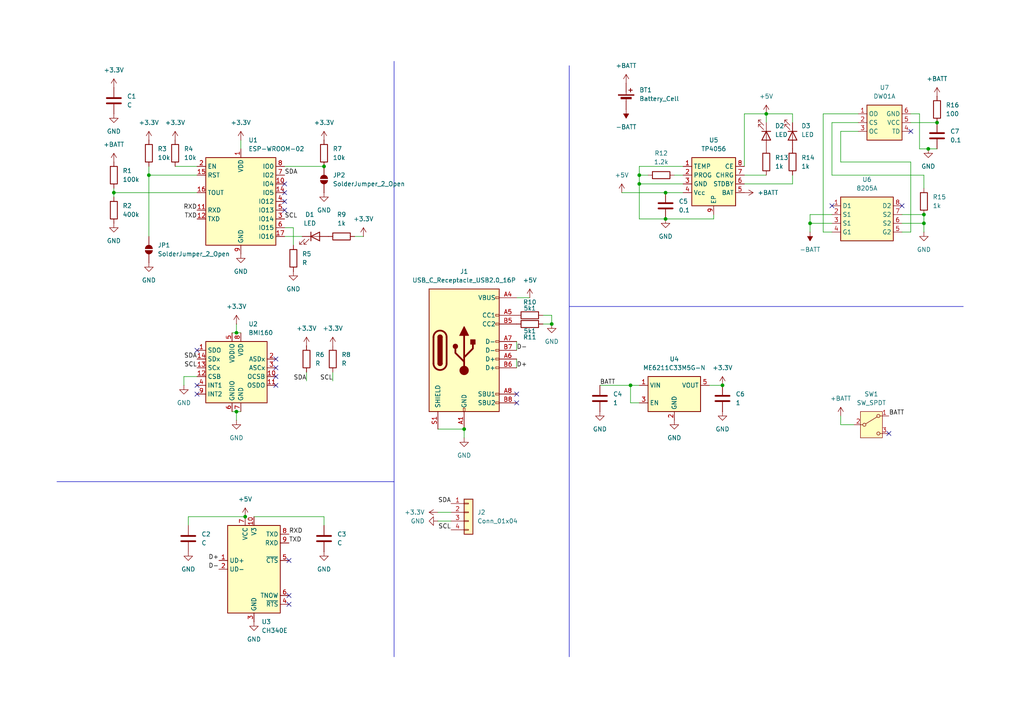
<source format=kicad_sch>
(kicad_sch
	(version 20231120)
	(generator "eeschema")
	(generator_version "8.0")
	(uuid "20529e7b-2355-4455-b348-8a5ec0bfa13f")
	(paper "A4")
	(lib_symbols
		(symbol "Connector:USB_C_Receptacle_USB2.0_16P"
			(pin_names
				(offset 1.016)
			)
			(exclude_from_sim no)
			(in_bom yes)
			(on_board yes)
			(property "Reference" "J"
				(at 0 22.225 0)
				(effects
					(font
						(size 1.27 1.27)
					)
				)
			)
			(property "Value" "USB_C_Receptacle_USB2.0_16P"
				(at 0 19.685 0)
				(effects
					(font
						(size 1.27 1.27)
					)
				)
			)
			(property "Footprint" ""
				(at 3.81 0 0)
				(effects
					(font
						(size 1.27 1.27)
					)
					(hide yes)
				)
			)
			(property "Datasheet" "https://www.usb.org/sites/default/files/documents/usb_type-c.zip"
				(at 3.81 0 0)
				(effects
					(font
						(size 1.27 1.27)
					)
					(hide yes)
				)
			)
			(property "Description" "USB 2.0-only 16P Type-C Receptacle connector"
				(at 0 0 0)
				(effects
					(font
						(size 1.27 1.27)
					)
					(hide yes)
				)
			)
			(property "ki_keywords" "usb universal serial bus type-C USB2.0"
				(at 0 0 0)
				(effects
					(font
						(size 1.27 1.27)
					)
					(hide yes)
				)
			)
			(property "ki_fp_filters" "USB*C*Receptacle*"
				(at 0 0 0)
				(effects
					(font
						(size 1.27 1.27)
					)
					(hide yes)
				)
			)
			(symbol "USB_C_Receptacle_USB2.0_16P_0_0"
				(rectangle
					(start -0.254 -17.78)
					(end 0.254 -16.764)
					(stroke
						(width 0)
						(type default)
					)
					(fill
						(type none)
					)
				)
				(rectangle
					(start 10.16 -14.986)
					(end 9.144 -15.494)
					(stroke
						(width 0)
						(type default)
					)
					(fill
						(type none)
					)
				)
				(rectangle
					(start 10.16 -12.446)
					(end 9.144 -12.954)
					(stroke
						(width 0)
						(type default)
					)
					(fill
						(type none)
					)
				)
				(rectangle
					(start 10.16 -4.826)
					(end 9.144 -5.334)
					(stroke
						(width 0)
						(type default)
					)
					(fill
						(type none)
					)
				)
				(rectangle
					(start 10.16 -2.286)
					(end 9.144 -2.794)
					(stroke
						(width 0)
						(type default)
					)
					(fill
						(type none)
					)
				)
				(rectangle
					(start 10.16 0.254)
					(end 9.144 -0.254)
					(stroke
						(width 0)
						(type default)
					)
					(fill
						(type none)
					)
				)
				(rectangle
					(start 10.16 2.794)
					(end 9.144 2.286)
					(stroke
						(width 0)
						(type default)
					)
					(fill
						(type none)
					)
				)
				(rectangle
					(start 10.16 7.874)
					(end 9.144 7.366)
					(stroke
						(width 0)
						(type default)
					)
					(fill
						(type none)
					)
				)
				(rectangle
					(start 10.16 10.414)
					(end 9.144 9.906)
					(stroke
						(width 0)
						(type default)
					)
					(fill
						(type none)
					)
				)
				(rectangle
					(start 10.16 15.494)
					(end 9.144 14.986)
					(stroke
						(width 0)
						(type default)
					)
					(fill
						(type none)
					)
				)
			)
			(symbol "USB_C_Receptacle_USB2.0_16P_0_1"
				(rectangle
					(start -10.16 17.78)
					(end 10.16 -17.78)
					(stroke
						(width 0.254)
						(type default)
					)
					(fill
						(type background)
					)
				)
				(arc
					(start -8.89 -3.81)
					(mid -6.985 -5.7067)
					(end -5.08 -3.81)
					(stroke
						(width 0.508)
						(type default)
					)
					(fill
						(type none)
					)
				)
				(arc
					(start -7.62 -3.81)
					(mid -6.985 -4.4423)
					(end -6.35 -3.81)
					(stroke
						(width 0.254)
						(type default)
					)
					(fill
						(type none)
					)
				)
				(arc
					(start -7.62 -3.81)
					(mid -6.985 -4.4423)
					(end -6.35 -3.81)
					(stroke
						(width 0.254)
						(type default)
					)
					(fill
						(type outline)
					)
				)
				(rectangle
					(start -7.62 -3.81)
					(end -6.35 3.81)
					(stroke
						(width 0.254)
						(type default)
					)
					(fill
						(type outline)
					)
				)
				(arc
					(start -6.35 3.81)
					(mid -6.985 4.4423)
					(end -7.62 3.81)
					(stroke
						(width 0.254)
						(type default)
					)
					(fill
						(type none)
					)
				)
				(arc
					(start -6.35 3.81)
					(mid -6.985 4.4423)
					(end -7.62 3.81)
					(stroke
						(width 0.254)
						(type default)
					)
					(fill
						(type outline)
					)
				)
				(arc
					(start -5.08 3.81)
					(mid -6.985 5.7067)
					(end -8.89 3.81)
					(stroke
						(width 0.508)
						(type default)
					)
					(fill
						(type none)
					)
				)
				(circle
					(center -2.54 1.143)
					(radius 0.635)
					(stroke
						(width 0.254)
						(type default)
					)
					(fill
						(type outline)
					)
				)
				(circle
					(center 0 -5.842)
					(radius 1.27)
					(stroke
						(width 0)
						(type default)
					)
					(fill
						(type outline)
					)
				)
				(polyline
					(pts
						(xy -8.89 -3.81) (xy -8.89 3.81)
					)
					(stroke
						(width 0.508)
						(type default)
					)
					(fill
						(type none)
					)
				)
				(polyline
					(pts
						(xy -5.08 3.81) (xy -5.08 -3.81)
					)
					(stroke
						(width 0.508)
						(type default)
					)
					(fill
						(type none)
					)
				)
				(polyline
					(pts
						(xy 0 -5.842) (xy 0 4.318)
					)
					(stroke
						(width 0.508)
						(type default)
					)
					(fill
						(type none)
					)
				)
				(polyline
					(pts
						(xy 0 -3.302) (xy -2.54 -0.762) (xy -2.54 0.508)
					)
					(stroke
						(width 0.508)
						(type default)
					)
					(fill
						(type none)
					)
				)
				(polyline
					(pts
						(xy 0 -2.032) (xy 2.54 0.508) (xy 2.54 1.778)
					)
					(stroke
						(width 0.508)
						(type default)
					)
					(fill
						(type none)
					)
				)
				(polyline
					(pts
						(xy -1.27 4.318) (xy 0 6.858) (xy 1.27 4.318) (xy -1.27 4.318)
					)
					(stroke
						(width 0.254)
						(type default)
					)
					(fill
						(type outline)
					)
				)
				(rectangle
					(start 1.905 1.778)
					(end 3.175 3.048)
					(stroke
						(width 0.254)
						(type default)
					)
					(fill
						(type outline)
					)
				)
			)
			(symbol "USB_C_Receptacle_USB2.0_16P_1_1"
				(pin passive line
					(at 0 -22.86 90)
					(length 5.08)
					(name "GND"
						(effects
							(font
								(size 1.27 1.27)
							)
						)
					)
					(number "A1"
						(effects
							(font
								(size 1.27 1.27)
							)
						)
					)
				)
				(pin passive line
					(at 0 -22.86 90)
					(length 5.08) hide
					(name "GND"
						(effects
							(font
								(size 1.27 1.27)
							)
						)
					)
					(number "A12"
						(effects
							(font
								(size 1.27 1.27)
							)
						)
					)
				)
				(pin passive line
					(at 15.24 15.24 180)
					(length 5.08)
					(name "VBUS"
						(effects
							(font
								(size 1.27 1.27)
							)
						)
					)
					(number "A4"
						(effects
							(font
								(size 1.27 1.27)
							)
						)
					)
				)
				(pin bidirectional line
					(at 15.24 10.16 180)
					(length 5.08)
					(name "CC1"
						(effects
							(font
								(size 1.27 1.27)
							)
						)
					)
					(number "A5"
						(effects
							(font
								(size 1.27 1.27)
							)
						)
					)
				)
				(pin bidirectional line
					(at 15.24 -2.54 180)
					(length 5.08)
					(name "D+"
						(effects
							(font
								(size 1.27 1.27)
							)
						)
					)
					(number "A6"
						(effects
							(font
								(size 1.27 1.27)
							)
						)
					)
				)
				(pin bidirectional line
					(at 15.24 2.54 180)
					(length 5.08)
					(name "D-"
						(effects
							(font
								(size 1.27 1.27)
							)
						)
					)
					(number "A7"
						(effects
							(font
								(size 1.27 1.27)
							)
						)
					)
				)
				(pin bidirectional line
					(at 15.24 -12.7 180)
					(length 5.08)
					(name "SBU1"
						(effects
							(font
								(size 1.27 1.27)
							)
						)
					)
					(number "A8"
						(effects
							(font
								(size 1.27 1.27)
							)
						)
					)
				)
				(pin passive line
					(at 15.24 15.24 180)
					(length 5.08) hide
					(name "VBUS"
						(effects
							(font
								(size 1.27 1.27)
							)
						)
					)
					(number "A9"
						(effects
							(font
								(size 1.27 1.27)
							)
						)
					)
				)
				(pin passive line
					(at 0 -22.86 90)
					(length 5.08) hide
					(name "GND"
						(effects
							(font
								(size 1.27 1.27)
							)
						)
					)
					(number "B1"
						(effects
							(font
								(size 1.27 1.27)
							)
						)
					)
				)
				(pin passive line
					(at 0 -22.86 90)
					(length 5.08) hide
					(name "GND"
						(effects
							(font
								(size 1.27 1.27)
							)
						)
					)
					(number "B12"
						(effects
							(font
								(size 1.27 1.27)
							)
						)
					)
				)
				(pin passive line
					(at 15.24 15.24 180)
					(length 5.08) hide
					(name "VBUS"
						(effects
							(font
								(size 1.27 1.27)
							)
						)
					)
					(number "B4"
						(effects
							(font
								(size 1.27 1.27)
							)
						)
					)
				)
				(pin bidirectional line
					(at 15.24 7.62 180)
					(length 5.08)
					(name "CC2"
						(effects
							(font
								(size 1.27 1.27)
							)
						)
					)
					(number "B5"
						(effects
							(font
								(size 1.27 1.27)
							)
						)
					)
				)
				(pin bidirectional line
					(at 15.24 -5.08 180)
					(length 5.08)
					(name "D+"
						(effects
							(font
								(size 1.27 1.27)
							)
						)
					)
					(number "B6"
						(effects
							(font
								(size 1.27 1.27)
							)
						)
					)
				)
				(pin bidirectional line
					(at 15.24 0 180)
					(length 5.08)
					(name "D-"
						(effects
							(font
								(size 1.27 1.27)
							)
						)
					)
					(number "B7"
						(effects
							(font
								(size 1.27 1.27)
							)
						)
					)
				)
				(pin bidirectional line
					(at 15.24 -15.24 180)
					(length 5.08)
					(name "SBU2"
						(effects
							(font
								(size 1.27 1.27)
							)
						)
					)
					(number "B8"
						(effects
							(font
								(size 1.27 1.27)
							)
						)
					)
				)
				(pin passive line
					(at 15.24 15.24 180)
					(length 5.08) hide
					(name "VBUS"
						(effects
							(font
								(size 1.27 1.27)
							)
						)
					)
					(number "B9"
						(effects
							(font
								(size 1.27 1.27)
							)
						)
					)
				)
				(pin passive line
					(at -7.62 -22.86 90)
					(length 5.08)
					(name "SHIELD"
						(effects
							(font
								(size 1.27 1.27)
							)
						)
					)
					(number "S1"
						(effects
							(font
								(size 1.27 1.27)
							)
						)
					)
				)
			)
		)
		(symbol "Connector_Generic:Conn_01x04"
			(pin_names
				(offset 1.016) hide)
			(exclude_from_sim no)
			(in_bom yes)
			(on_board yes)
			(property "Reference" "J"
				(at 0 5.08 0)
				(effects
					(font
						(size 1.27 1.27)
					)
				)
			)
			(property "Value" "Conn_01x04"
				(at 0 -7.62 0)
				(effects
					(font
						(size 1.27 1.27)
					)
				)
			)
			(property "Footprint" ""
				(at 0 0 0)
				(effects
					(font
						(size 1.27 1.27)
					)
					(hide yes)
				)
			)
			(property "Datasheet" "~"
				(at 0 0 0)
				(effects
					(font
						(size 1.27 1.27)
					)
					(hide yes)
				)
			)
			(property "Description" "Generic connector, single row, 01x04, script generated (kicad-library-utils/schlib/autogen/connector/)"
				(at 0 0 0)
				(effects
					(font
						(size 1.27 1.27)
					)
					(hide yes)
				)
			)
			(property "ki_keywords" "connector"
				(at 0 0 0)
				(effects
					(font
						(size 1.27 1.27)
					)
					(hide yes)
				)
			)
			(property "ki_fp_filters" "Connector*:*_1x??_*"
				(at 0 0 0)
				(effects
					(font
						(size 1.27 1.27)
					)
					(hide yes)
				)
			)
			(symbol "Conn_01x04_1_1"
				(rectangle
					(start -1.27 -4.953)
					(end 0 -5.207)
					(stroke
						(width 0.1524)
						(type default)
					)
					(fill
						(type none)
					)
				)
				(rectangle
					(start -1.27 -2.413)
					(end 0 -2.667)
					(stroke
						(width 0.1524)
						(type default)
					)
					(fill
						(type none)
					)
				)
				(rectangle
					(start -1.27 0.127)
					(end 0 -0.127)
					(stroke
						(width 0.1524)
						(type default)
					)
					(fill
						(type none)
					)
				)
				(rectangle
					(start -1.27 2.667)
					(end 0 2.413)
					(stroke
						(width 0.1524)
						(type default)
					)
					(fill
						(type none)
					)
				)
				(rectangle
					(start -1.27 3.81)
					(end 1.27 -6.35)
					(stroke
						(width 0.254)
						(type default)
					)
					(fill
						(type background)
					)
				)
				(pin passive line
					(at -5.08 2.54 0)
					(length 3.81)
					(name "Pin_1"
						(effects
							(font
								(size 1.27 1.27)
							)
						)
					)
					(number "1"
						(effects
							(font
								(size 1.27 1.27)
							)
						)
					)
				)
				(pin passive line
					(at -5.08 0 0)
					(length 3.81)
					(name "Pin_2"
						(effects
							(font
								(size 1.27 1.27)
							)
						)
					)
					(number "2"
						(effects
							(font
								(size 1.27 1.27)
							)
						)
					)
				)
				(pin passive line
					(at -5.08 -2.54 0)
					(length 3.81)
					(name "Pin_3"
						(effects
							(font
								(size 1.27 1.27)
							)
						)
					)
					(number "3"
						(effects
							(font
								(size 1.27 1.27)
							)
						)
					)
				)
				(pin passive line
					(at -5.08 -5.08 0)
					(length 3.81)
					(name "Pin_4"
						(effects
							(font
								(size 1.27 1.27)
							)
						)
					)
					(number "4"
						(effects
							(font
								(size 1.27 1.27)
							)
						)
					)
				)
			)
		)
		(symbol "Device:Battery_Cell"
			(pin_numbers hide)
			(pin_names
				(offset 0) hide)
			(exclude_from_sim no)
			(in_bom yes)
			(on_board yes)
			(property "Reference" "BT"
				(at 2.54 2.54 0)
				(effects
					(font
						(size 1.27 1.27)
					)
					(justify left)
				)
			)
			(property "Value" "Battery_Cell"
				(at 2.54 0 0)
				(effects
					(font
						(size 1.27 1.27)
					)
					(justify left)
				)
			)
			(property "Footprint" ""
				(at 0 1.524 90)
				(effects
					(font
						(size 1.27 1.27)
					)
					(hide yes)
				)
			)
			(property "Datasheet" "~"
				(at 0 1.524 90)
				(effects
					(font
						(size 1.27 1.27)
					)
					(hide yes)
				)
			)
			(property "Description" "Single-cell battery"
				(at 0 0 0)
				(effects
					(font
						(size 1.27 1.27)
					)
					(hide yes)
				)
			)
			(property "ki_keywords" "battery cell"
				(at 0 0 0)
				(effects
					(font
						(size 1.27 1.27)
					)
					(hide yes)
				)
			)
			(symbol "Battery_Cell_0_1"
				(rectangle
					(start -2.286 1.778)
					(end 2.286 1.524)
					(stroke
						(width 0)
						(type default)
					)
					(fill
						(type outline)
					)
				)
				(rectangle
					(start -1.524 1.016)
					(end 1.524 0.508)
					(stroke
						(width 0)
						(type default)
					)
					(fill
						(type outline)
					)
				)
				(polyline
					(pts
						(xy 0 0.762) (xy 0 0)
					)
					(stroke
						(width 0)
						(type default)
					)
					(fill
						(type none)
					)
				)
				(polyline
					(pts
						(xy 0 1.778) (xy 0 2.54)
					)
					(stroke
						(width 0)
						(type default)
					)
					(fill
						(type none)
					)
				)
				(polyline
					(pts
						(xy 0.762 3.048) (xy 1.778 3.048)
					)
					(stroke
						(width 0.254)
						(type default)
					)
					(fill
						(type none)
					)
				)
				(polyline
					(pts
						(xy 1.27 3.556) (xy 1.27 2.54)
					)
					(stroke
						(width 0.254)
						(type default)
					)
					(fill
						(type none)
					)
				)
			)
			(symbol "Battery_Cell_1_1"
				(pin passive line
					(at 0 5.08 270)
					(length 2.54)
					(name "+"
						(effects
							(font
								(size 1.27 1.27)
							)
						)
					)
					(number "1"
						(effects
							(font
								(size 1.27 1.27)
							)
						)
					)
				)
				(pin passive line
					(at 0 -2.54 90)
					(length 2.54)
					(name "-"
						(effects
							(font
								(size 1.27 1.27)
							)
						)
					)
					(number "2"
						(effects
							(font
								(size 1.27 1.27)
							)
						)
					)
				)
			)
		)
		(symbol "Device:C"
			(pin_numbers hide)
			(pin_names
				(offset 0.254)
			)
			(exclude_from_sim no)
			(in_bom yes)
			(on_board yes)
			(property "Reference" "C"
				(at 0.635 2.54 0)
				(effects
					(font
						(size 1.27 1.27)
					)
					(justify left)
				)
			)
			(property "Value" "C"
				(at 0.635 -2.54 0)
				(effects
					(font
						(size 1.27 1.27)
					)
					(justify left)
				)
			)
			(property "Footprint" ""
				(at 0.9652 -3.81 0)
				(effects
					(font
						(size 1.27 1.27)
					)
					(hide yes)
				)
			)
			(property "Datasheet" "~"
				(at 0 0 0)
				(effects
					(font
						(size 1.27 1.27)
					)
					(hide yes)
				)
			)
			(property "Description" "Unpolarized capacitor"
				(at 0 0 0)
				(effects
					(font
						(size 1.27 1.27)
					)
					(hide yes)
				)
			)
			(property "ki_keywords" "cap capacitor"
				(at 0 0 0)
				(effects
					(font
						(size 1.27 1.27)
					)
					(hide yes)
				)
			)
			(property "ki_fp_filters" "C_*"
				(at 0 0 0)
				(effects
					(font
						(size 1.27 1.27)
					)
					(hide yes)
				)
			)
			(symbol "C_0_1"
				(polyline
					(pts
						(xy -2.032 -0.762) (xy 2.032 -0.762)
					)
					(stroke
						(width 0.508)
						(type default)
					)
					(fill
						(type none)
					)
				)
				(polyline
					(pts
						(xy -2.032 0.762) (xy 2.032 0.762)
					)
					(stroke
						(width 0.508)
						(type default)
					)
					(fill
						(type none)
					)
				)
			)
			(symbol "C_1_1"
				(pin passive line
					(at 0 3.81 270)
					(length 2.794)
					(name "~"
						(effects
							(font
								(size 1.27 1.27)
							)
						)
					)
					(number "1"
						(effects
							(font
								(size 1.27 1.27)
							)
						)
					)
				)
				(pin passive line
					(at 0 -3.81 90)
					(length 2.794)
					(name "~"
						(effects
							(font
								(size 1.27 1.27)
							)
						)
					)
					(number "2"
						(effects
							(font
								(size 1.27 1.27)
							)
						)
					)
				)
			)
		)
		(symbol "Device:LED"
			(pin_numbers hide)
			(pin_names
				(offset 1.016) hide)
			(exclude_from_sim no)
			(in_bom yes)
			(on_board yes)
			(property "Reference" "D"
				(at 0 2.54 0)
				(effects
					(font
						(size 1.27 1.27)
					)
				)
			)
			(property "Value" "LED"
				(at 0 -2.54 0)
				(effects
					(font
						(size 1.27 1.27)
					)
				)
			)
			(property "Footprint" ""
				(at 0 0 0)
				(effects
					(font
						(size 1.27 1.27)
					)
					(hide yes)
				)
			)
			(property "Datasheet" "~"
				(at 0 0 0)
				(effects
					(font
						(size 1.27 1.27)
					)
					(hide yes)
				)
			)
			(property "Description" "Light emitting diode"
				(at 0 0 0)
				(effects
					(font
						(size 1.27 1.27)
					)
					(hide yes)
				)
			)
			(property "ki_keywords" "LED diode"
				(at 0 0 0)
				(effects
					(font
						(size 1.27 1.27)
					)
					(hide yes)
				)
			)
			(property "ki_fp_filters" "LED* LED_SMD:* LED_THT:*"
				(at 0 0 0)
				(effects
					(font
						(size 1.27 1.27)
					)
					(hide yes)
				)
			)
			(symbol "LED_0_1"
				(polyline
					(pts
						(xy -1.27 -1.27) (xy -1.27 1.27)
					)
					(stroke
						(width 0.254)
						(type default)
					)
					(fill
						(type none)
					)
				)
				(polyline
					(pts
						(xy -1.27 0) (xy 1.27 0)
					)
					(stroke
						(width 0)
						(type default)
					)
					(fill
						(type none)
					)
				)
				(polyline
					(pts
						(xy 1.27 -1.27) (xy 1.27 1.27) (xy -1.27 0) (xy 1.27 -1.27)
					)
					(stroke
						(width 0.254)
						(type default)
					)
					(fill
						(type none)
					)
				)
				(polyline
					(pts
						(xy -3.048 -0.762) (xy -4.572 -2.286) (xy -3.81 -2.286) (xy -4.572 -2.286) (xy -4.572 -1.524)
					)
					(stroke
						(width 0)
						(type default)
					)
					(fill
						(type none)
					)
				)
				(polyline
					(pts
						(xy -1.778 -0.762) (xy -3.302 -2.286) (xy -2.54 -2.286) (xy -3.302 -2.286) (xy -3.302 -1.524)
					)
					(stroke
						(width 0)
						(type default)
					)
					(fill
						(type none)
					)
				)
			)
			(symbol "LED_1_1"
				(pin passive line
					(at -3.81 0 0)
					(length 2.54)
					(name "K"
						(effects
							(font
								(size 1.27 1.27)
							)
						)
					)
					(number "1"
						(effects
							(font
								(size 1.27 1.27)
							)
						)
					)
				)
				(pin passive line
					(at 3.81 0 180)
					(length 2.54)
					(name "A"
						(effects
							(font
								(size 1.27 1.27)
							)
						)
					)
					(number "2"
						(effects
							(font
								(size 1.27 1.27)
							)
						)
					)
				)
			)
		)
		(symbol "Device:R"
			(pin_numbers hide)
			(pin_names
				(offset 0)
			)
			(exclude_from_sim no)
			(in_bom yes)
			(on_board yes)
			(property "Reference" "R"
				(at 2.032 0 90)
				(effects
					(font
						(size 1.27 1.27)
					)
				)
			)
			(property "Value" "R"
				(at 0 0 90)
				(effects
					(font
						(size 1.27 1.27)
					)
				)
			)
			(property "Footprint" ""
				(at -1.778 0 90)
				(effects
					(font
						(size 1.27 1.27)
					)
					(hide yes)
				)
			)
			(property "Datasheet" "~"
				(at 0 0 0)
				(effects
					(font
						(size 1.27 1.27)
					)
					(hide yes)
				)
			)
			(property "Description" "Resistor"
				(at 0 0 0)
				(effects
					(font
						(size 1.27 1.27)
					)
					(hide yes)
				)
			)
			(property "ki_keywords" "R res resistor"
				(at 0 0 0)
				(effects
					(font
						(size 1.27 1.27)
					)
					(hide yes)
				)
			)
			(property "ki_fp_filters" "R_*"
				(at 0 0 0)
				(effects
					(font
						(size 1.27 1.27)
					)
					(hide yes)
				)
			)
			(symbol "R_0_1"
				(rectangle
					(start -1.016 -2.54)
					(end 1.016 2.54)
					(stroke
						(width 0.254)
						(type default)
					)
					(fill
						(type none)
					)
				)
			)
			(symbol "R_1_1"
				(pin passive line
					(at 0 3.81 270)
					(length 1.27)
					(name "~"
						(effects
							(font
								(size 1.27 1.27)
							)
						)
					)
					(number "1"
						(effects
							(font
								(size 1.27 1.27)
							)
						)
					)
				)
				(pin passive line
					(at 0 -3.81 90)
					(length 1.27)
					(name "~"
						(effects
							(font
								(size 1.27 1.27)
							)
						)
					)
					(number "2"
						(effects
							(font
								(size 1.27 1.27)
							)
						)
					)
				)
			)
		)
		(symbol "Interface_USB:CH340E"
			(exclude_from_sim no)
			(in_bom yes)
			(on_board yes)
			(property "Reference" "U"
				(at -5.08 13.97 0)
				(effects
					(font
						(size 1.27 1.27)
					)
					(justify right)
				)
			)
			(property "Value" "CH340E"
				(at 1.27 13.97 0)
				(effects
					(font
						(size 1.27 1.27)
					)
					(justify left)
				)
			)
			(property "Footprint" "Package_SO:MSOP-10_3x3mm_P0.5mm"
				(at 1.27 -13.97 0)
				(effects
					(font
						(size 1.27 1.27)
					)
					(justify left)
					(hide yes)
				)
			)
			(property "Datasheet" "https://www.mpja.com/download/35227cpdata.pdf"
				(at -8.89 20.32 0)
				(effects
					(font
						(size 1.27 1.27)
					)
					(hide yes)
				)
			)
			(property "Description" "USB serial converter, UART, MSOP-10"
				(at 0 0 0)
				(effects
					(font
						(size 1.27 1.27)
					)
					(hide yes)
				)
			)
			(property "ki_keywords" "USB UART Serial Converter Interface"
				(at 0 0 0)
				(effects
					(font
						(size 1.27 1.27)
					)
					(hide yes)
				)
			)
			(property "ki_fp_filters" "MSOP*3x3mm*P0.5mm*"
				(at 0 0 0)
				(effects
					(font
						(size 1.27 1.27)
					)
					(hide yes)
				)
			)
			(symbol "CH340E_0_1"
				(rectangle
					(start -7.62 12.7)
					(end 7.62 -12.7)
					(stroke
						(width 0.254)
						(type default)
					)
					(fill
						(type background)
					)
				)
			)
			(symbol "CH340E_1_1"
				(pin bidirectional line
					(at -10.16 2.54 0)
					(length 2.54)
					(name "UD+"
						(effects
							(font
								(size 1.27 1.27)
							)
						)
					)
					(number "1"
						(effects
							(font
								(size 1.27 1.27)
							)
						)
					)
				)
				(pin power_out line
					(at 0 15.24 270)
					(length 2.54)
					(name "V3"
						(effects
							(font
								(size 1.27 1.27)
							)
						)
					)
					(number "10"
						(effects
							(font
								(size 1.27 1.27)
							)
						)
					)
				)
				(pin bidirectional line
					(at -10.16 0 0)
					(length 2.54)
					(name "UD-"
						(effects
							(font
								(size 1.27 1.27)
							)
						)
					)
					(number "2"
						(effects
							(font
								(size 1.27 1.27)
							)
						)
					)
				)
				(pin power_in line
					(at 0 -15.24 90)
					(length 2.54)
					(name "GND"
						(effects
							(font
								(size 1.27 1.27)
							)
						)
					)
					(number "3"
						(effects
							(font
								(size 1.27 1.27)
							)
						)
					)
				)
				(pin output line
					(at 10.16 -10.16 180)
					(length 2.54)
					(name "~{RTS}"
						(effects
							(font
								(size 1.27 1.27)
							)
						)
					)
					(number "4"
						(effects
							(font
								(size 1.27 1.27)
							)
						)
					)
				)
				(pin input line
					(at 10.16 2.54 180)
					(length 2.54)
					(name "~{CTS}"
						(effects
							(font
								(size 1.27 1.27)
							)
						)
					)
					(number "5"
						(effects
							(font
								(size 1.27 1.27)
							)
						)
					)
				)
				(pin output line
					(at 10.16 -7.62 180)
					(length 2.54)
					(name "TNOW"
						(effects
							(font
								(size 1.27 1.27)
							)
						)
					)
					(number "6"
						(effects
							(font
								(size 1.27 1.27)
							)
						)
					)
				)
				(pin power_in line
					(at -2.54 15.24 270)
					(length 2.54)
					(name "VCC"
						(effects
							(font
								(size 1.27 1.27)
							)
						)
					)
					(number "7"
						(effects
							(font
								(size 1.27 1.27)
							)
						)
					)
				)
				(pin output line
					(at 10.16 10.16 180)
					(length 2.54)
					(name "TXD"
						(effects
							(font
								(size 1.27 1.27)
							)
						)
					)
					(number "8"
						(effects
							(font
								(size 1.27 1.27)
							)
						)
					)
				)
				(pin input line
					(at 10.16 7.62 180)
					(length 2.54)
					(name "RXD"
						(effects
							(font
								(size 1.27 1.27)
							)
						)
					)
					(number "9"
						(effects
							(font
								(size 1.27 1.27)
							)
						)
					)
				)
			)
		)
		(symbol "Jumper:SolderJumper_2_Open"
			(pin_numbers hide)
			(pin_names
				(offset 0) hide)
			(exclude_from_sim yes)
			(in_bom no)
			(on_board yes)
			(property "Reference" "JP"
				(at 0 2.032 0)
				(effects
					(font
						(size 1.27 1.27)
					)
				)
			)
			(property "Value" "SolderJumper_2_Open"
				(at 0 -2.54 0)
				(effects
					(font
						(size 1.27 1.27)
					)
				)
			)
			(property "Footprint" ""
				(at 0 0 0)
				(effects
					(font
						(size 1.27 1.27)
					)
					(hide yes)
				)
			)
			(property "Datasheet" "~"
				(at 0 0 0)
				(effects
					(font
						(size 1.27 1.27)
					)
					(hide yes)
				)
			)
			(property "Description" "Solder Jumper, 2-pole, open"
				(at 0 0 0)
				(effects
					(font
						(size 1.27 1.27)
					)
					(hide yes)
				)
			)
			(property "ki_keywords" "solder jumper SPST"
				(at 0 0 0)
				(effects
					(font
						(size 1.27 1.27)
					)
					(hide yes)
				)
			)
			(property "ki_fp_filters" "SolderJumper*Open*"
				(at 0 0 0)
				(effects
					(font
						(size 1.27 1.27)
					)
					(hide yes)
				)
			)
			(symbol "SolderJumper_2_Open_0_1"
				(arc
					(start -0.254 1.016)
					(mid -1.2656 0)
					(end -0.254 -1.016)
					(stroke
						(width 0)
						(type default)
					)
					(fill
						(type none)
					)
				)
				(arc
					(start -0.254 1.016)
					(mid -1.2656 0)
					(end -0.254 -1.016)
					(stroke
						(width 0)
						(type default)
					)
					(fill
						(type outline)
					)
				)
				(polyline
					(pts
						(xy -0.254 1.016) (xy -0.254 -1.016)
					)
					(stroke
						(width 0)
						(type default)
					)
					(fill
						(type none)
					)
				)
				(polyline
					(pts
						(xy 0.254 1.016) (xy 0.254 -1.016)
					)
					(stroke
						(width 0)
						(type default)
					)
					(fill
						(type none)
					)
				)
				(arc
					(start 0.254 -1.016)
					(mid 1.2656 0)
					(end 0.254 1.016)
					(stroke
						(width 0)
						(type default)
					)
					(fill
						(type none)
					)
				)
				(arc
					(start 0.254 -1.016)
					(mid 1.2656 0)
					(end 0.254 1.016)
					(stroke
						(width 0)
						(type default)
					)
					(fill
						(type outline)
					)
				)
			)
			(symbol "SolderJumper_2_Open_1_1"
				(pin passive line
					(at -3.81 0 0)
					(length 2.54)
					(name "A"
						(effects
							(font
								(size 1.27 1.27)
							)
						)
					)
					(number "1"
						(effects
							(font
								(size 1.27 1.27)
							)
						)
					)
				)
				(pin passive line
					(at 3.81 0 180)
					(length 2.54)
					(name "B"
						(effects
							(font
								(size 1.27 1.27)
							)
						)
					)
					(number "2"
						(effects
							(font
								(size 1.27 1.27)
							)
						)
					)
				)
			)
		)
		(symbol "New_Library:8205A"
			(exclude_from_sim no)
			(in_bom yes)
			(on_board yes)
			(property "Reference" "U"
				(at 0 1.778 0)
				(effects
					(font
						(size 1.27 1.27)
					)
				)
			)
			(property "Value" "8205A"
				(at 0 0 0)
				(effects
					(font
						(size 1.27 1.27)
					)
				)
			)
			(property "Footprint" "Package_SO:TSSOP-8_4.4x3mm_P0.65mm"
				(at 0 0 0)
				(effects
					(font
						(size 1.27 1.27)
					)
					(hide yes)
				)
			)
			(property "Datasheet" ""
				(at 0 0 0)
				(effects
					(font
						(size 1.27 1.27)
					)
					(hide yes)
				)
			)
			(property "Description" ""
				(at 0 0 0)
				(effects
					(font
						(size 1.27 1.27)
					)
					(hide yes)
				)
			)
			(symbol "8205A_1_1"
				(rectangle
					(start -7.62 -1.27)
					(end 7.62 -13.97)
					(stroke
						(width 0.254)
						(type default)
					)
					(fill
						(type background)
					)
				)
				(pin input line
					(at -10.16 -3.81 0)
					(length 2.54)
					(name "D1"
						(effects
							(font
								(size 1.27 1.27)
							)
						)
					)
					(number "1"
						(effects
							(font
								(size 1.27 1.27)
							)
						)
					)
				)
				(pin input line
					(at -10.16 -6.35 0)
					(length 2.54)
					(name "S1"
						(effects
							(font
								(size 1.27 1.27)
							)
						)
					)
					(number "2"
						(effects
							(font
								(size 1.27 1.27)
							)
						)
					)
				)
				(pin input line
					(at -10.16 -8.89 0)
					(length 2.54)
					(name "S1"
						(effects
							(font
								(size 1.27 1.27)
							)
						)
					)
					(number "3"
						(effects
							(font
								(size 1.27 1.27)
							)
						)
					)
				)
				(pin input line
					(at -10.16 -11.43 0)
					(length 2.54)
					(name "G1"
						(effects
							(font
								(size 1.27 1.27)
							)
						)
					)
					(number "4"
						(effects
							(font
								(size 1.27 1.27)
							)
						)
					)
				)
				(pin input line
					(at 10.16 -11.43 180)
					(length 2.54)
					(name "G2"
						(effects
							(font
								(size 1.27 1.27)
							)
						)
					)
					(number "5"
						(effects
							(font
								(size 1.27 1.27)
							)
						)
					)
				)
				(pin input line
					(at 10.16 -8.89 180)
					(length 2.54)
					(name "S2"
						(effects
							(font
								(size 1.27 1.27)
							)
						)
					)
					(number "6"
						(effects
							(font
								(size 1.27 1.27)
							)
						)
					)
				)
				(pin input line
					(at 10.16 -6.35 180)
					(length 2.54)
					(name "S2"
						(effects
							(font
								(size 1.27 1.27)
							)
						)
					)
					(number "7"
						(effects
							(font
								(size 1.27 1.27)
							)
						)
					)
				)
				(pin input line
					(at 10.16 -3.81 180)
					(length 2.54)
					(name "D2"
						(effects
							(font
								(size 1.27 1.27)
							)
						)
					)
					(number "8"
						(effects
							(font
								(size 1.27 1.27)
							)
						)
					)
				)
			)
		)
		(symbol "New_Library:DW01A"
			(exclude_from_sim no)
			(in_bom yes)
			(on_board yes)
			(property "Reference" "U"
				(at 0 0 0)
				(effects
					(font
						(size 1.27 1.27)
					)
				)
			)
			(property "Value" "DW01A"
				(at 0 0 0)
				(effects
					(font
						(size 1.27 1.27)
					)
				)
			)
			(property "Footprint" "Package_TO_SOT_SMD:SOT-23-6"
				(at 0 0 0)
				(effects
					(font
						(size 1.27 1.27)
					)
					(hide yes)
				)
			)
			(property "Datasheet" ""
				(at 0 0 0)
				(effects
					(font
						(size 1.27 1.27)
					)
					(hide yes)
				)
			)
			(property "Description" ""
				(at 0 0 0)
				(effects
					(font
						(size 1.27 1.27)
					)
					(hide yes)
				)
			)
			(symbol "DW01A_1_1"
				(rectangle
					(start -5.08 -1.27)
					(end 5.08 -11.43)
					(stroke
						(width 0.254)
						(type default)
					)
					(fill
						(type background)
					)
				)
				(pin input line
					(at -7.62 -3.81 0)
					(length 2.54)
					(name "OD"
						(effects
							(font
								(size 1.27 1.27)
							)
						)
					)
					(number "1"
						(effects
							(font
								(size 1.27 1.27)
							)
						)
					)
				)
				(pin input line
					(at -7.62 -6.35 0)
					(length 2.54)
					(name "CS"
						(effects
							(font
								(size 1.27 1.27)
							)
						)
					)
					(number "2"
						(effects
							(font
								(size 1.27 1.27)
							)
						)
					)
				)
				(pin input line
					(at -7.62 -8.89 0)
					(length 2.54)
					(name "OC"
						(effects
							(font
								(size 1.27 1.27)
							)
						)
					)
					(number "3"
						(effects
							(font
								(size 1.27 1.27)
							)
						)
					)
				)
				(pin input line
					(at 7.62 -8.89 180)
					(length 2.54)
					(name "TD"
						(effects
							(font
								(size 1.27 1.27)
							)
						)
					)
					(number "4"
						(effects
							(font
								(size 1.27 1.27)
							)
						)
					)
				)
				(pin power_in line
					(at 7.62 -6.35 180)
					(length 2.54)
					(name "VCC"
						(effects
							(font
								(size 1.27 1.27)
							)
						)
					)
					(number "5"
						(effects
							(font
								(size 1.27 1.27)
							)
						)
					)
				)
				(pin power_in line
					(at 7.62 -3.81 180)
					(length 2.54)
					(name "GND"
						(effects
							(font
								(size 1.27 1.27)
							)
						)
					)
					(number "6"
						(effects
							(font
								(size 1.27 1.27)
							)
						)
					)
				)
			)
		)
		(symbol "New_Library:TP4056"
			(exclude_from_sim no)
			(in_bom yes)
			(on_board yes)
			(property "Reference" "U"
				(at 0 0 0)
				(effects
					(font
						(size 1.27 1.27)
					)
				)
			)
			(property "Value" "TP4056"
				(at 0 0 0)
				(effects
					(font
						(size 1.27 1.27)
					)
				)
			)
			(property "Footprint" "Package_SO:HSOP-8-1EP_3.9x4.9mm_P1.27mm_EP2.41x3.1mm"
				(at 0 0 0)
				(effects
					(font
						(size 1.27 1.27)
					)
					(hide yes)
				)
			)
			(property "Datasheet" ""
				(at 0 0 0)
				(effects
					(font
						(size 1.27 1.27)
					)
					(hide yes)
				)
			)
			(property "Description" ""
				(at 0 0 0)
				(effects
					(font
						(size 1.27 1.27)
					)
					(hide yes)
				)
			)
			(symbol "TP4056_1_1"
				(rectangle
					(start -6.35 -1.27)
					(end 6.35 -15.24)
					(stroke
						(width 0.254)
						(type default)
					)
					(fill
						(type background)
					)
				)
				(pin input line
					(at -8.89 -3.81 0)
					(length 2.54)
					(name "TEMP"
						(effects
							(font
								(size 1.27 1.27)
							)
						)
					)
					(number "1"
						(effects
							(font
								(size 1.27 1.27)
							)
						)
					)
				)
				(pin input line
					(at -8.89 -6.35 0)
					(length 2.54)
					(name "PROG"
						(effects
							(font
								(size 1.27 1.27)
							)
						)
					)
					(number "2"
						(effects
							(font
								(size 1.27 1.27)
							)
						)
					)
				)
				(pin power_in line
					(at -8.89 -8.89 0)
					(length 2.54)
					(name "GND"
						(effects
							(font
								(size 1.27 1.27)
							)
						)
					)
					(number "3"
						(effects
							(font
								(size 1.27 1.27)
							)
						)
					)
				)
				(pin power_in line
					(at -8.89 -11.43 0)
					(length 2.54)
					(name "Vcc"
						(effects
							(font
								(size 1.27 1.27)
							)
						)
					)
					(number "4"
						(effects
							(font
								(size 1.27 1.27)
							)
						)
					)
				)
				(pin input line
					(at 8.89 -11.43 180)
					(length 2.54)
					(name "BAT"
						(effects
							(font
								(size 1.27 1.27)
							)
						)
					)
					(number "5"
						(effects
							(font
								(size 1.27 1.27)
							)
						)
					)
				)
				(pin input line
					(at 8.89 -8.89 180)
					(length 2.54)
					(name "STDBY"
						(effects
							(font
								(size 1.27 1.27)
							)
						)
					)
					(number "6"
						(effects
							(font
								(size 1.27 1.27)
							)
						)
					)
				)
				(pin input line
					(at 8.89 -6.35 180)
					(length 2.54)
					(name "CHRG"
						(effects
							(font
								(size 1.27 1.27)
							)
						)
					)
					(number "7"
						(effects
							(font
								(size 1.27 1.27)
							)
						)
					)
				)
				(pin input line
					(at 8.89 -3.81 180)
					(length 2.54)
					(name "CE"
						(effects
							(font
								(size 1.27 1.27)
							)
						)
					)
					(number "8"
						(effects
							(font
								(size 1.27 1.27)
							)
						)
					)
				)
				(pin input line
					(at 0 -17.78 90)
					(length 2.54)
					(name "EP"
						(effects
							(font
								(size 1.27 1.27)
							)
						)
					)
					(number "9"
						(effects
							(font
								(size 1.27 1.27)
							)
						)
					)
				)
			)
		)
		(symbol "RF_Module:ESP-WROOM-02"
			(exclude_from_sim no)
			(in_bom yes)
			(on_board yes)
			(property "Reference" "U"
				(at -7.62 13.97 0)
				(effects
					(font
						(size 1.27 1.27)
					)
				)
			)
			(property "Value" "ESP-WROOM-02"
				(at 10.16 13.97 0)
				(effects
					(font
						(size 1.27 1.27)
					)
				)
			)
			(property "Footprint" "RF_Module:ESP-WROOM-02"
				(at 15.24 -13.97 0)
				(effects
					(font
						(size 1.27 1.27)
					)
					(hide yes)
				)
			)
			(property "Datasheet" "https://www.espressif.com/sites/default/files/documentation/0c-esp-wroom-02_datasheet_en.pdf"
				(at 1.27 38.1 0)
				(effects
					(font
						(size 1.27 1.27)
					)
					(hide yes)
				)
			)
			(property "Description" "Wi-Fi Module, ESP8266EX SoC, 32-bit, 802.11b/g/n, WPA/WPA2, 2.7-3.6V, SMD"
				(at 0 0 0)
				(effects
					(font
						(size 1.27 1.27)
					)
					(hide yes)
				)
			)
			(property "ki_keywords" "RF Radio ESP Espressif"
				(at 0 0 0)
				(effects
					(font
						(size 1.27 1.27)
					)
					(hide yes)
				)
			)
			(property "ki_fp_filters" "ESP?WROOM?02*"
				(at 0 0 0)
				(effects
					(font
						(size 1.27 1.27)
					)
					(hide yes)
				)
			)
			(symbol "ESP-WROOM-02_0_1"
				(rectangle
					(start 10.16 12.7)
					(end -10.16 -12.7)
					(stroke
						(width 0.254)
						(type default)
					)
					(fill
						(type background)
					)
				)
			)
			(symbol "ESP-WROOM-02_1_1"
				(pin power_in line
					(at 0 15.24 270)
					(length 2.54)
					(name "VDD"
						(effects
							(font
								(size 1.27 1.27)
							)
						)
					)
					(number "1"
						(effects
							(font
								(size 1.27 1.27)
							)
						)
					)
				)
				(pin bidirectional line
					(at 12.7 5.08 180)
					(length 2.54)
					(name "IO4"
						(effects
							(font
								(size 1.27 1.27)
							)
						)
					)
					(number "10"
						(effects
							(font
								(size 1.27 1.27)
							)
						)
					)
				)
				(pin bidirectional line
					(at -12.7 -2.54 0)
					(length 2.54)
					(name "RXD"
						(effects
							(font
								(size 1.27 1.27)
							)
						)
					)
					(number "11"
						(effects
							(font
								(size 1.27 1.27)
							)
						)
					)
				)
				(pin bidirectional line
					(at -12.7 -5.08 0)
					(length 2.54)
					(name "TXD"
						(effects
							(font
								(size 1.27 1.27)
							)
						)
					)
					(number "12"
						(effects
							(font
								(size 1.27 1.27)
							)
						)
					)
				)
				(pin passive line
					(at 0 -15.24 90)
					(length 2.54) hide
					(name "GND"
						(effects
							(font
								(size 1.27 1.27)
							)
						)
					)
					(number "13"
						(effects
							(font
								(size 1.27 1.27)
							)
						)
					)
				)
				(pin bidirectional line
					(at 12.7 2.54 180)
					(length 2.54)
					(name "IO5"
						(effects
							(font
								(size 1.27 1.27)
							)
						)
					)
					(number "14"
						(effects
							(font
								(size 1.27 1.27)
							)
						)
					)
				)
				(pin input line
					(at -12.7 7.62 0)
					(length 2.54)
					(name "RST"
						(effects
							(font
								(size 1.27 1.27)
							)
						)
					)
					(number "15"
						(effects
							(font
								(size 1.27 1.27)
							)
						)
					)
				)
				(pin input line
					(at -12.7 2.54 0)
					(length 2.54)
					(name "TOUT"
						(effects
							(font
								(size 1.27 1.27)
							)
						)
					)
					(number "16"
						(effects
							(font
								(size 1.27 1.27)
							)
						)
					)
				)
				(pin bidirectional line
					(at 12.7 -10.16 180)
					(length 2.54)
					(name "IO16"
						(effects
							(font
								(size 1.27 1.27)
							)
						)
					)
					(number "17"
						(effects
							(font
								(size 1.27 1.27)
							)
						)
					)
				)
				(pin passive line
					(at 0 -15.24 90)
					(length 2.54) hide
					(name "GND"
						(effects
							(font
								(size 1.27 1.27)
							)
						)
					)
					(number "18"
						(effects
							(font
								(size 1.27 1.27)
							)
						)
					)
				)
				(pin passive line
					(at 0 -15.24 90)
					(length 2.54) hide
					(name "GND"
						(effects
							(font
								(size 1.27 1.27)
							)
						)
					)
					(number "19"
						(effects
							(font
								(size 1.27 1.27)
							)
						)
					)
				)
				(pin input line
					(at -12.7 10.16 0)
					(length 2.54)
					(name "EN"
						(effects
							(font
								(size 1.27 1.27)
							)
						)
					)
					(number "2"
						(effects
							(font
								(size 1.27 1.27)
							)
						)
					)
				)
				(pin bidirectional line
					(at 12.7 -5.08 180)
					(length 2.54)
					(name "IO14"
						(effects
							(font
								(size 1.27 1.27)
							)
						)
					)
					(number "3"
						(effects
							(font
								(size 1.27 1.27)
							)
						)
					)
				)
				(pin bidirectional line
					(at 12.7 0 180)
					(length 2.54)
					(name "IO12"
						(effects
							(font
								(size 1.27 1.27)
							)
						)
					)
					(number "4"
						(effects
							(font
								(size 1.27 1.27)
							)
						)
					)
				)
				(pin bidirectional line
					(at 12.7 -2.54 180)
					(length 2.54)
					(name "IO13"
						(effects
							(font
								(size 1.27 1.27)
							)
						)
					)
					(number "5"
						(effects
							(font
								(size 1.27 1.27)
							)
						)
					)
				)
				(pin bidirectional line
					(at 12.7 -7.62 180)
					(length 2.54)
					(name "IO15"
						(effects
							(font
								(size 1.27 1.27)
							)
						)
					)
					(number "6"
						(effects
							(font
								(size 1.27 1.27)
							)
						)
					)
				)
				(pin bidirectional line
					(at 12.7 7.62 180)
					(length 2.54)
					(name "IO2"
						(effects
							(font
								(size 1.27 1.27)
							)
						)
					)
					(number "7"
						(effects
							(font
								(size 1.27 1.27)
							)
						)
					)
				)
				(pin bidirectional line
					(at 12.7 10.16 180)
					(length 2.54)
					(name "IO0"
						(effects
							(font
								(size 1.27 1.27)
							)
						)
					)
					(number "8"
						(effects
							(font
								(size 1.27 1.27)
							)
						)
					)
				)
				(pin power_in line
					(at 0 -15.24 90)
					(length 2.54)
					(name "GND"
						(effects
							(font
								(size 1.27 1.27)
							)
						)
					)
					(number "9"
						(effects
							(font
								(size 1.27 1.27)
							)
						)
					)
				)
			)
		)
		(symbol "Regulator_Linear:MIC5501-3.0YM5"
			(exclude_from_sim no)
			(in_bom yes)
			(on_board yes)
			(property "Reference" "U"
				(at -7.62 8.89 0)
				(effects
					(font
						(size 1.27 1.27)
					)
					(justify left)
				)
			)
			(property "Value" "MIC5501-3.0YM5"
				(at -7.62 6.35 0)
				(effects
					(font
						(size 1.27 1.27)
					)
					(justify left)
				)
			)
			(property "Footprint" "Package_TO_SOT_SMD:SOT-23-5"
				(at 0 -10.16 0)
				(effects
					(font
						(size 1.27 1.27)
					)
					(hide yes)
				)
			)
			(property "Datasheet" "http://ww1.microchip.com/downloads/en/DeviceDoc/MIC550X.pdf"
				(at -6.35 6.35 0)
				(effects
					(font
						(size 1.27 1.27)
					)
					(hide yes)
				)
			)
			(property "Description" "300mA Low-dropout Voltage Regulator, Vout 3.0V, Vin up to 5.5V, SOT-23"
				(at 0 0 0)
				(effects
					(font
						(size 1.27 1.27)
					)
					(hide yes)
				)
			)
			(property "ki_keywords" "Micrel LDO voltage regulator"
				(at 0 0 0)
				(effects
					(font
						(size 1.27 1.27)
					)
					(hide yes)
				)
			)
			(property "ki_fp_filters" "SOT?23?5*"
				(at 0 0 0)
				(effects
					(font
						(size 1.27 1.27)
					)
					(hide yes)
				)
			)
			(symbol "MIC5501-3.0YM5_0_1"
				(rectangle
					(start -7.62 -5.08)
					(end 7.62 5.08)
					(stroke
						(width 0.254)
						(type default)
					)
					(fill
						(type background)
					)
				)
			)
			(symbol "MIC5501-3.0YM5_1_1"
				(pin power_in line
					(at -10.16 2.54 0)
					(length 2.54)
					(name "VIN"
						(effects
							(font
								(size 1.27 1.27)
							)
						)
					)
					(number "1"
						(effects
							(font
								(size 1.27 1.27)
							)
						)
					)
				)
				(pin power_in line
					(at 0 -7.62 90)
					(length 2.54)
					(name "GND"
						(effects
							(font
								(size 1.27 1.27)
							)
						)
					)
					(number "2"
						(effects
							(font
								(size 1.27 1.27)
							)
						)
					)
				)
				(pin input line
					(at -10.16 -2.54 0)
					(length 2.54)
					(name "EN"
						(effects
							(font
								(size 1.27 1.27)
							)
						)
					)
					(number "3"
						(effects
							(font
								(size 1.27 1.27)
							)
						)
					)
				)
				(pin no_connect line
					(at 7.62 -2.54 180)
					(length 2.54) hide
					(name "NC"
						(effects
							(font
								(size 1.27 1.27)
							)
						)
					)
					(number "4"
						(effects
							(font
								(size 1.27 1.27)
							)
						)
					)
				)
				(pin power_out line
					(at 10.16 2.54 180)
					(length 2.54)
					(name "VOUT"
						(effects
							(font
								(size 1.27 1.27)
							)
						)
					)
					(number "5"
						(effects
							(font
								(size 1.27 1.27)
							)
						)
					)
				)
			)
		)
		(symbol "Sensor_Motion:BMI160"
			(exclude_from_sim no)
			(in_bom yes)
			(on_board yes)
			(property "Reference" "U"
				(at -10.16 8.89 0)
				(effects
					(font
						(size 1.27 1.27)
					)
					(justify left)
				)
			)
			(property "Value" "BMI160"
				(at 7.62 8.89 0)
				(effects
					(font
						(size 1.27 1.27)
					)
					(justify right)
				)
			)
			(property "Footprint" "Package_LGA:Bosch_LGA-14_3x2.5mm_P0.5mm"
				(at 0 0 0)
				(effects
					(font
						(size 1.27 1.27)
					)
					(hide yes)
				)
			)
			(property "Datasheet" "https://www.bosch-sensortec.com/media/boschsensortec/downloads/datasheets/bst-bmi160-ds000.pdf"
				(at -17.78 21.59 0)
				(effects
					(font
						(size 1.27 1.27)
					)
					(hide yes)
				)
			)
			(property "Description" "Small, low power inertial measurement unit, LGA-14"
				(at 0 0 0)
				(effects
					(font
						(size 1.27 1.27)
					)
					(hide yes)
				)
			)
			(property "ki_keywords" "Bosh IMU small low power inertial measurement unit"
				(at 0 0 0)
				(effects
					(font
						(size 1.27 1.27)
					)
					(hide yes)
				)
			)
			(property "ki_fp_filters" "Bosch*LGA*3x2.5mm*P0.5mm*"
				(at 0 0 0)
				(effects
					(font
						(size 1.27 1.27)
					)
					(hide yes)
				)
			)
			(symbol "BMI160_1_1"
				(rectangle
					(start -10.16 7.62)
					(end 7.62 -10.16)
					(stroke
						(width 0.254)
						(type default)
					)
					(fill
						(type background)
					)
				)
				(pin bidirectional line
					(at -12.7 5.08 0)
					(length 2.54)
					(name "SDO"
						(effects
							(font
								(size 1.27 1.27)
							)
						)
					)
					(number "1"
						(effects
							(font
								(size 1.27 1.27)
							)
						)
					)
				)
				(pin bidirectional line
					(at 10.16 -2.54 180)
					(length 2.54)
					(name "OCSB"
						(effects
							(font
								(size 1.27 1.27)
							)
						)
					)
					(number "10"
						(effects
							(font
								(size 1.27 1.27)
							)
						)
					)
				)
				(pin bidirectional line
					(at 10.16 -5.08 180)
					(length 2.54)
					(name "OSDO"
						(effects
							(font
								(size 1.27 1.27)
							)
						)
					)
					(number "11"
						(effects
							(font
								(size 1.27 1.27)
							)
						)
					)
				)
				(pin input line
					(at -12.7 -2.54 0)
					(length 2.54)
					(name "CSB"
						(effects
							(font
								(size 1.27 1.27)
							)
						)
					)
					(number "12"
						(effects
							(font
								(size 1.27 1.27)
							)
						)
					)
				)
				(pin input line
					(at -12.7 0 0)
					(length 2.54)
					(name "SCx"
						(effects
							(font
								(size 1.27 1.27)
							)
						)
					)
					(number "13"
						(effects
							(font
								(size 1.27 1.27)
							)
						)
					)
				)
				(pin bidirectional line
					(at -12.7 2.54 0)
					(length 2.54)
					(name "SDx"
						(effects
							(font
								(size 1.27 1.27)
							)
						)
					)
					(number "14"
						(effects
							(font
								(size 1.27 1.27)
							)
						)
					)
				)
				(pin bidirectional line
					(at 10.16 2.54 180)
					(length 2.54)
					(name "ASDx"
						(effects
							(font
								(size 1.27 1.27)
							)
						)
					)
					(number "2"
						(effects
							(font
								(size 1.27 1.27)
							)
						)
					)
				)
				(pin output line
					(at 10.16 0 180)
					(length 2.54)
					(name "ASCx"
						(effects
							(font
								(size 1.27 1.27)
							)
						)
					)
					(number "3"
						(effects
							(font
								(size 1.27 1.27)
							)
						)
					)
				)
				(pin bidirectional line
					(at -12.7 -5.08 0)
					(length 2.54)
					(name "INT1"
						(effects
							(font
								(size 1.27 1.27)
							)
						)
					)
					(number "4"
						(effects
							(font
								(size 1.27 1.27)
							)
						)
					)
				)
				(pin power_in line
					(at -2.54 10.16 270)
					(length 2.54)
					(name "VDDIO"
						(effects
							(font
								(size 1.27 1.27)
							)
						)
					)
					(number "5"
						(effects
							(font
								(size 1.27 1.27)
							)
						)
					)
				)
				(pin power_in line
					(at -2.54 -12.7 90)
					(length 2.54)
					(name "GNDIO"
						(effects
							(font
								(size 1.27 1.27)
							)
						)
					)
					(number "6"
						(effects
							(font
								(size 1.27 1.27)
							)
						)
					)
				)
				(pin power_in line
					(at 0 -12.7 90)
					(length 2.54)
					(name "GND"
						(effects
							(font
								(size 1.27 1.27)
							)
						)
					)
					(number "7"
						(effects
							(font
								(size 1.27 1.27)
							)
						)
					)
				)
				(pin power_in line
					(at 0 10.16 270)
					(length 2.54)
					(name "VDD"
						(effects
							(font
								(size 1.27 1.27)
							)
						)
					)
					(number "8"
						(effects
							(font
								(size 1.27 1.27)
							)
						)
					)
				)
				(pin bidirectional line
					(at -12.7 -7.62 0)
					(length 2.54)
					(name "INT2"
						(effects
							(font
								(size 1.27 1.27)
							)
						)
					)
					(number "9"
						(effects
							(font
								(size 1.27 1.27)
							)
						)
					)
				)
			)
		)
		(symbol "Switch:SW_SPDT"
			(pin_names
				(offset 0) hide)
			(exclude_from_sim no)
			(in_bom yes)
			(on_board yes)
			(property "Reference" "SW"
				(at 0 5.08 0)
				(effects
					(font
						(size 1.27 1.27)
					)
				)
			)
			(property "Value" "SW_SPDT"
				(at 0 -5.08 0)
				(effects
					(font
						(size 1.27 1.27)
					)
				)
			)
			(property "Footprint" ""
				(at 0 0 0)
				(effects
					(font
						(size 1.27 1.27)
					)
					(hide yes)
				)
			)
			(property "Datasheet" "~"
				(at 0 -7.62 0)
				(effects
					(font
						(size 1.27 1.27)
					)
					(hide yes)
				)
			)
			(property "Description" "Switch, single pole double throw"
				(at 0 0 0)
				(effects
					(font
						(size 1.27 1.27)
					)
					(hide yes)
				)
			)
			(property "ki_keywords" "switch single-pole double-throw spdt ON-ON"
				(at 0 0 0)
				(effects
					(font
						(size 1.27 1.27)
					)
					(hide yes)
				)
			)
			(symbol "SW_SPDT_0_1"
				(circle
					(center -2.032 0)
					(radius 0.4572)
					(stroke
						(width 0)
						(type default)
					)
					(fill
						(type none)
					)
				)
				(polyline
					(pts
						(xy -1.651 0.254) (xy 1.651 2.286)
					)
					(stroke
						(width 0)
						(type default)
					)
					(fill
						(type none)
					)
				)
				(circle
					(center 2.032 -2.54)
					(radius 0.4572)
					(stroke
						(width 0)
						(type default)
					)
					(fill
						(type none)
					)
				)
				(circle
					(center 2.032 2.54)
					(radius 0.4572)
					(stroke
						(width 0)
						(type default)
					)
					(fill
						(type none)
					)
				)
			)
			(symbol "SW_SPDT_1_1"
				(rectangle
					(start -3.175 3.81)
					(end 3.175 -3.81)
					(stroke
						(width 0)
						(type default)
					)
					(fill
						(type background)
					)
				)
				(pin passive line
					(at 5.08 2.54 180)
					(length 2.54)
					(name "A"
						(effects
							(font
								(size 1.27 1.27)
							)
						)
					)
					(number "1"
						(effects
							(font
								(size 1.27 1.27)
							)
						)
					)
				)
				(pin passive line
					(at -5.08 0 0)
					(length 2.54)
					(name "B"
						(effects
							(font
								(size 1.27 1.27)
							)
						)
					)
					(number "2"
						(effects
							(font
								(size 1.27 1.27)
							)
						)
					)
				)
				(pin passive line
					(at 5.08 -2.54 180)
					(length 2.54)
					(name "C"
						(effects
							(font
								(size 1.27 1.27)
							)
						)
					)
					(number "3"
						(effects
							(font
								(size 1.27 1.27)
							)
						)
					)
				)
			)
		)
		(symbol "power:+3.3V"
			(power)
			(pin_numbers hide)
			(pin_names
				(offset 0) hide)
			(exclude_from_sim no)
			(in_bom yes)
			(on_board yes)
			(property "Reference" "#PWR"
				(at 0 -3.81 0)
				(effects
					(font
						(size 1.27 1.27)
					)
					(hide yes)
				)
			)
			(property "Value" "+3.3V"
				(at 0 3.556 0)
				(effects
					(font
						(size 1.27 1.27)
					)
				)
			)
			(property "Footprint" ""
				(at 0 0 0)
				(effects
					(font
						(size 1.27 1.27)
					)
					(hide yes)
				)
			)
			(property "Datasheet" ""
				(at 0 0 0)
				(effects
					(font
						(size 1.27 1.27)
					)
					(hide yes)
				)
			)
			(property "Description" "Power symbol creates a global label with name \"+3.3V\""
				(at 0 0 0)
				(effects
					(font
						(size 1.27 1.27)
					)
					(hide yes)
				)
			)
			(property "ki_keywords" "global power"
				(at 0 0 0)
				(effects
					(font
						(size 1.27 1.27)
					)
					(hide yes)
				)
			)
			(symbol "+3.3V_0_1"
				(polyline
					(pts
						(xy -0.762 1.27) (xy 0 2.54)
					)
					(stroke
						(width 0)
						(type default)
					)
					(fill
						(type none)
					)
				)
				(polyline
					(pts
						(xy 0 0) (xy 0 2.54)
					)
					(stroke
						(width 0)
						(type default)
					)
					(fill
						(type none)
					)
				)
				(polyline
					(pts
						(xy 0 2.54) (xy 0.762 1.27)
					)
					(stroke
						(width 0)
						(type default)
					)
					(fill
						(type none)
					)
				)
			)
			(symbol "+3.3V_1_1"
				(pin power_in line
					(at 0 0 90)
					(length 0)
					(name "~"
						(effects
							(font
								(size 1.27 1.27)
							)
						)
					)
					(number "1"
						(effects
							(font
								(size 1.27 1.27)
							)
						)
					)
				)
			)
		)
		(symbol "power:+5V"
			(power)
			(pin_numbers hide)
			(pin_names
				(offset 0) hide)
			(exclude_from_sim no)
			(in_bom yes)
			(on_board yes)
			(property "Reference" "#PWR"
				(at 0 -3.81 0)
				(effects
					(font
						(size 1.27 1.27)
					)
					(hide yes)
				)
			)
			(property "Value" "+5V"
				(at 0 3.556 0)
				(effects
					(font
						(size 1.27 1.27)
					)
				)
			)
			(property "Footprint" ""
				(at 0 0 0)
				(effects
					(font
						(size 1.27 1.27)
					)
					(hide yes)
				)
			)
			(property "Datasheet" ""
				(at 0 0 0)
				(effects
					(font
						(size 1.27 1.27)
					)
					(hide yes)
				)
			)
			(property "Description" "Power symbol creates a global label with name \"+5V\""
				(at 0 0 0)
				(effects
					(font
						(size 1.27 1.27)
					)
					(hide yes)
				)
			)
			(property "ki_keywords" "global power"
				(at 0 0 0)
				(effects
					(font
						(size 1.27 1.27)
					)
					(hide yes)
				)
			)
			(symbol "+5V_0_1"
				(polyline
					(pts
						(xy -0.762 1.27) (xy 0 2.54)
					)
					(stroke
						(width 0)
						(type default)
					)
					(fill
						(type none)
					)
				)
				(polyline
					(pts
						(xy 0 0) (xy 0 2.54)
					)
					(stroke
						(width 0)
						(type default)
					)
					(fill
						(type none)
					)
				)
				(polyline
					(pts
						(xy 0 2.54) (xy 0.762 1.27)
					)
					(stroke
						(width 0)
						(type default)
					)
					(fill
						(type none)
					)
				)
			)
			(symbol "+5V_1_1"
				(pin power_in line
					(at 0 0 90)
					(length 0)
					(name "~"
						(effects
							(font
								(size 1.27 1.27)
							)
						)
					)
					(number "1"
						(effects
							(font
								(size 1.27 1.27)
							)
						)
					)
				)
			)
		)
		(symbol "power:+BATT"
			(power)
			(pin_numbers hide)
			(pin_names
				(offset 0) hide)
			(exclude_from_sim no)
			(in_bom yes)
			(on_board yes)
			(property "Reference" "#PWR"
				(at 0 -3.81 0)
				(effects
					(font
						(size 1.27 1.27)
					)
					(hide yes)
				)
			)
			(property "Value" "+BATT"
				(at 0 3.556 0)
				(effects
					(font
						(size 1.27 1.27)
					)
				)
			)
			(property "Footprint" ""
				(at 0 0 0)
				(effects
					(font
						(size 1.27 1.27)
					)
					(hide yes)
				)
			)
			(property "Datasheet" ""
				(at 0 0 0)
				(effects
					(font
						(size 1.27 1.27)
					)
					(hide yes)
				)
			)
			(property "Description" "Power symbol creates a global label with name \"+BATT\""
				(at 0 0 0)
				(effects
					(font
						(size 1.27 1.27)
					)
					(hide yes)
				)
			)
			(property "ki_keywords" "global power battery"
				(at 0 0 0)
				(effects
					(font
						(size 1.27 1.27)
					)
					(hide yes)
				)
			)
			(symbol "+BATT_0_1"
				(polyline
					(pts
						(xy -0.762 1.27) (xy 0 2.54)
					)
					(stroke
						(width 0)
						(type default)
					)
					(fill
						(type none)
					)
				)
				(polyline
					(pts
						(xy 0 0) (xy 0 2.54)
					)
					(stroke
						(width 0)
						(type default)
					)
					(fill
						(type none)
					)
				)
				(polyline
					(pts
						(xy 0 2.54) (xy 0.762 1.27)
					)
					(stroke
						(width 0)
						(type default)
					)
					(fill
						(type none)
					)
				)
			)
			(symbol "+BATT_1_1"
				(pin power_in line
					(at 0 0 90)
					(length 0)
					(name "~"
						(effects
							(font
								(size 1.27 1.27)
							)
						)
					)
					(number "1"
						(effects
							(font
								(size 1.27 1.27)
							)
						)
					)
				)
			)
		)
		(symbol "power:-BATT"
			(power)
			(pin_numbers hide)
			(pin_names
				(offset 0) hide)
			(exclude_from_sim no)
			(in_bom yes)
			(on_board yes)
			(property "Reference" "#PWR"
				(at 0 -3.81 0)
				(effects
					(font
						(size 1.27 1.27)
					)
					(hide yes)
				)
			)
			(property "Value" "-BATT"
				(at 0 3.556 0)
				(effects
					(font
						(size 1.27 1.27)
					)
				)
			)
			(property "Footprint" ""
				(at 0 0 0)
				(effects
					(font
						(size 1.27 1.27)
					)
					(hide yes)
				)
			)
			(property "Datasheet" ""
				(at 0 0 0)
				(effects
					(font
						(size 1.27 1.27)
					)
					(hide yes)
				)
			)
			(property "Description" "Power symbol creates a global label with name \"-BATT\""
				(at 0 0 0)
				(effects
					(font
						(size 1.27 1.27)
					)
					(hide yes)
				)
			)
			(property "ki_keywords" "global power battery"
				(at 0 0 0)
				(effects
					(font
						(size 1.27 1.27)
					)
					(hide yes)
				)
			)
			(symbol "-BATT_0_1"
				(polyline
					(pts
						(xy 0 0) (xy 0 2.54)
					)
					(stroke
						(width 0)
						(type default)
					)
					(fill
						(type none)
					)
				)
				(polyline
					(pts
						(xy 0.762 1.27) (xy -0.762 1.27) (xy 0 2.54) (xy 0.762 1.27)
					)
					(stroke
						(width 0)
						(type default)
					)
					(fill
						(type outline)
					)
				)
			)
			(symbol "-BATT_1_1"
				(pin power_in line
					(at 0 0 90)
					(length 0)
					(name "~"
						(effects
							(font
								(size 1.27 1.27)
							)
						)
					)
					(number "1"
						(effects
							(font
								(size 1.27 1.27)
							)
						)
					)
				)
			)
		)
		(symbol "power:GND"
			(power)
			(pin_numbers hide)
			(pin_names
				(offset 0) hide)
			(exclude_from_sim no)
			(in_bom yes)
			(on_board yes)
			(property "Reference" "#PWR"
				(at 0 -6.35 0)
				(effects
					(font
						(size 1.27 1.27)
					)
					(hide yes)
				)
			)
			(property "Value" "GND"
				(at 0 -3.81 0)
				(effects
					(font
						(size 1.27 1.27)
					)
				)
			)
			(property "Footprint" ""
				(at 0 0 0)
				(effects
					(font
						(size 1.27 1.27)
					)
					(hide yes)
				)
			)
			(property "Datasheet" ""
				(at 0 0 0)
				(effects
					(font
						(size 1.27 1.27)
					)
					(hide yes)
				)
			)
			(property "Description" "Power symbol creates a global label with name \"GND\" , ground"
				(at 0 0 0)
				(effects
					(font
						(size 1.27 1.27)
					)
					(hide yes)
				)
			)
			(property "ki_keywords" "global power"
				(at 0 0 0)
				(effects
					(font
						(size 1.27 1.27)
					)
					(hide yes)
				)
			)
			(symbol "GND_0_1"
				(polyline
					(pts
						(xy 0 0) (xy 0 -1.27) (xy 1.27 -1.27) (xy 0 -2.54) (xy -1.27 -1.27) (xy 0 -1.27)
					)
					(stroke
						(width 0)
						(type default)
					)
					(fill
						(type none)
					)
				)
			)
			(symbol "GND_1_1"
				(pin power_in line
					(at 0 0 270)
					(length 0)
					(name "~"
						(effects
							(font
								(size 1.27 1.27)
							)
						)
					)
					(number "1"
						(effects
							(font
								(size 1.27 1.27)
							)
						)
					)
				)
			)
		)
	)
	(junction
		(at 33.02 55.88)
		(diameter 0)
		(color 0 0 0 0)
		(uuid "0be79296-18c6-42b2-89e1-6b72fbd0318c")
	)
	(junction
		(at 43.18 50.8)
		(diameter 0)
		(color 0 0 0 0)
		(uuid "134cffac-7554-431f-8de0-ba541c9c15a6")
	)
	(junction
		(at 267.97 64.77)
		(diameter 0)
		(color 0 0 0 0)
		(uuid "3f60ac52-a370-46d3-bc7c-ba50992b0abb")
	)
	(junction
		(at 93.98 48.26)
		(diameter 0)
		(color 0 0 0 0)
		(uuid "5f9e4443-2166-4c03-b2d3-3e5423bcffc8")
	)
	(junction
		(at 185.42 50.8)
		(diameter 0)
		(color 0 0 0 0)
		(uuid "625d8147-2569-4b0c-b3f1-652608322380")
	)
	(junction
		(at 267.97 62.23)
		(diameter 0)
		(color 0 0 0 0)
		(uuid "62a2165b-f060-46ac-9d86-c9972374d808")
	)
	(junction
		(at 134.62 124.46)
		(diameter 0)
		(color 0 0 0 0)
		(uuid "7dfaae5d-a73f-4a38-ad9d-bec768b3fae4")
	)
	(junction
		(at 271.78 35.56)
		(diameter 0)
		(color 0 0 0 0)
		(uuid "84602de9-3c5d-42aa-8c8d-a5acd16f3cae")
	)
	(junction
		(at 193.04 63.5)
		(diameter 0)
		(color 0 0 0 0)
		(uuid "8bc41da1-28d2-402c-9a24-f3a3a23785a4")
	)
	(junction
		(at 222.25 33.02)
		(diameter 0)
		(color 0 0 0 0)
		(uuid "8ce09039-ae75-4545-b2df-2540b06c453b")
	)
	(junction
		(at 71.12 149.86)
		(diameter 0)
		(color 0 0 0 0)
		(uuid "928569b7-1e42-4325-8625-358c78b0d514")
	)
	(junction
		(at 234.95 64.77)
		(diameter 0)
		(color 0 0 0 0)
		(uuid "9ffd1824-340a-493f-b26b-02941968db00")
	)
	(junction
		(at 160.02 93.98)
		(diameter 0)
		(color 0 0 0 0)
		(uuid "a998c4b3-65f7-4270-bf1e-1aae88c29063")
	)
	(junction
		(at 68.58 119.38)
		(diameter 0)
		(color 0 0 0 0)
		(uuid "a9c7de79-8c58-4d40-8e06-23ad920078b2")
	)
	(junction
		(at 193.04 55.88)
		(diameter 0)
		(color 0 0 0 0)
		(uuid "bfc886c7-abea-4389-8c45-c73b111bb422")
	)
	(junction
		(at 68.58 96.52)
		(diameter 0)
		(color 0 0 0 0)
		(uuid "c2028d4a-9b6e-4c40-b060-9e3df0a52660")
	)
	(junction
		(at 185.42 53.34)
		(diameter 0)
		(color 0 0 0 0)
		(uuid "d24f9b00-9ea2-4b6e-bd0a-55ddd3e73b31")
	)
	(junction
		(at 209.55 111.76)
		(diameter 0)
		(color 0 0 0 0)
		(uuid "d5ce6e44-9751-4abc-bdd8-76a4afdbb22a")
	)
	(junction
		(at 269.24 43.18)
		(diameter 0)
		(color 0 0 0 0)
		(uuid "f1b28ab9-0884-475e-b52f-3d4942217c6f")
	)
	(junction
		(at 182.88 111.76)
		(diameter 0)
		(color 0 0 0 0)
		(uuid "f59de77c-7ace-4eeb-b1c1-e70b8cb5e071")
	)
	(no_connect
		(at 83.82 175.26)
		(uuid "00fb6f86-2073-44a5-aaff-a8f4b6b89ef3")
	)
	(no_connect
		(at 149.86 114.3)
		(uuid "1a06f3cc-e338-4861-9440-51bfa5b4419a")
	)
	(no_connect
		(at 57.15 101.6)
		(uuid "226396b7-438f-4dae-82ab-5bd284ca6402")
	)
	(no_connect
		(at 264.16 38.1)
		(uuid "254a1268-d374-4b68-9fba-750fdcf2d95b")
	)
	(no_connect
		(at 57.15 111.76)
		(uuid "29c39643-8640-425b-af80-cdbd6f651bc1")
	)
	(no_connect
		(at 82.55 55.88)
		(uuid "349762b3-27eb-4a4c-8723-783c5fdc81a0")
	)
	(no_connect
		(at 82.55 58.42)
		(uuid "366712da-762e-4f95-ac9c-b09c0f4d4d5b")
	)
	(no_connect
		(at 83.82 172.72)
		(uuid "464c68dd-ef45-4d79-bc0e-8654073dbb74")
	)
	(no_connect
		(at 83.82 162.56)
		(uuid "4bdc098b-66b0-4530-b3bf-bc3074c17e06")
	)
	(no_connect
		(at 80.01 111.76)
		(uuid "553ea422-1435-49a9-b9b4-5ebf6b085cfb")
	)
	(no_connect
		(at 80.01 109.22)
		(uuid "668d41ae-c72e-4ad7-ab9d-c5f5eb2a9cbc")
	)
	(no_connect
		(at 241.3 59.69)
		(uuid "94aecc2c-4290-4423-8e67-d568614a97ce")
	)
	(no_connect
		(at 82.55 60.96)
		(uuid "9f5389b7-1a23-4da4-99dd-241449f2ff7c")
	)
	(no_connect
		(at 80.01 106.68)
		(uuid "a953a580-5942-4581-a654-c1d6169f90bc")
	)
	(no_connect
		(at 82.55 53.34)
		(uuid "ad2e0ba6-ad18-48c5-88de-e438b93cc7ad")
	)
	(no_connect
		(at 257.81 125.73)
		(uuid "c07e8ab2-fa6e-4df2-9146-5291da03f974")
	)
	(no_connect
		(at 80.01 104.14)
		(uuid "c1d55437-231e-44b1-b960-609e6e104892")
	)
	(no_connect
		(at 149.86 116.84)
		(uuid "ecb56af3-0219-4997-ab43-fbadcd6aaeb3")
	)
	(no_connect
		(at 57.15 114.3)
		(uuid "f7ffacd6-141e-4b1b-b02b-324a0c5928fc")
	)
	(no_connect
		(at 261.62 59.69)
		(uuid "fbedfe0a-6d20-4e76-8dcd-0652f99f3dc6")
	)
	(polyline
		(pts
			(xy 165.1 88.9) (xy 165.1 190.5)
		)
		(stroke
			(width 0)
			(type default)
		)
		(uuid "01eb5c7b-af1e-40ac-97ed-e0fd35ec8d93")
	)
	(wire
		(pts
			(xy 67.31 119.38) (xy 68.58 119.38)
		)
		(stroke
			(width 0)
			(type default)
		)
		(uuid "0498a7e3-f28a-43fa-9391-c5592d2590bd")
	)
	(wire
		(pts
			(xy 241.3 50.8) (xy 241.3 35.56)
		)
		(stroke
			(width 0)
			(type default)
		)
		(uuid "0722908d-73d2-4d1d-92f8-5b6673efeae2")
	)
	(wire
		(pts
			(xy 185.42 53.34) (xy 198.12 53.34)
		)
		(stroke
			(width 0)
			(type default)
		)
		(uuid "07dc53b6-bd1c-4346-803a-6f67ec54df09")
	)
	(wire
		(pts
			(xy 185.42 48.26) (xy 185.42 50.8)
		)
		(stroke
			(width 0)
			(type default)
		)
		(uuid "0d1ae5de-4507-494a-80a4-2199d010a6dc")
	)
	(wire
		(pts
			(xy 193.04 63.5) (xy 207.01 63.5)
		)
		(stroke
			(width 0)
			(type default)
		)
		(uuid "12a180cf-98dc-4fcb-86d6-225692a52bc7")
	)
	(wire
		(pts
			(xy 241.3 35.56) (xy 248.92 35.56)
		)
		(stroke
			(width 0)
			(type default)
		)
		(uuid "13bfda70-7eea-4ab1-a71a-5c10b069f63c")
	)
	(wire
		(pts
			(xy 149.86 104.14) (xy 149.86 106.68)
		)
		(stroke
			(width 0)
			(type default)
		)
		(uuid "1c740117-5896-45f1-8f1e-86b3f37bb37b")
	)
	(wire
		(pts
			(xy 68.58 119.38) (xy 68.58 121.92)
		)
		(stroke
			(width 0)
			(type default)
		)
		(uuid "1d407aae-9a9c-4dbc-8ada-d03e765766c2")
	)
	(wire
		(pts
			(xy 53.34 109.22) (xy 53.34 111.76)
		)
		(stroke
			(width 0)
			(type default)
		)
		(uuid "1df9227c-3716-4e90-99b6-6e5b0306062c")
	)
	(wire
		(pts
			(xy 127 148.59) (xy 130.81 148.59)
		)
		(stroke
			(width 0)
			(type default)
		)
		(uuid "20e71042-03bd-4c74-8b6f-1ce2eec0f0ee")
	)
	(wire
		(pts
			(xy 198.12 48.26) (xy 185.42 48.26)
		)
		(stroke
			(width 0)
			(type default)
		)
		(uuid "2299a020-099a-46cc-b6d0-9b605ebfb81b")
	)
	(wire
		(pts
			(xy 193.04 55.88) (xy 198.12 55.88)
		)
		(stroke
			(width 0)
			(type default)
		)
		(uuid "248356ac-f23a-4b83-9dc4-caefe7e4b99d")
	)
	(wire
		(pts
			(xy 271.78 43.18) (xy 269.24 43.18)
		)
		(stroke
			(width 0)
			(type default)
		)
		(uuid "26538cba-9d93-47c2-8a1f-099d940b3db7")
	)
	(wire
		(pts
			(xy 238.76 33.02) (xy 238.76 67.31)
		)
		(stroke
			(width 0)
			(type default)
		)
		(uuid "273f181a-9628-4390-9b0d-c8be16f3139e")
	)
	(wire
		(pts
			(xy 33.02 55.88) (xy 57.15 55.88)
		)
		(stroke
			(width 0)
			(type default)
		)
		(uuid "298cde11-824e-40c0-94da-9a62a69546b1")
	)
	(wire
		(pts
			(xy 267.97 50.8) (xy 241.3 50.8)
		)
		(stroke
			(width 0)
			(type default)
		)
		(uuid "2d0a5af3-e876-4c83-95a4-14cbbb1706c1")
	)
	(wire
		(pts
			(xy 43.18 50.8) (xy 43.18 68.58)
		)
		(stroke
			(width 0)
			(type default)
		)
		(uuid "2d13b810-6f19-44fb-9d12-0784a2e3fcb5")
	)
	(wire
		(pts
			(xy 57.15 109.22) (xy 53.34 109.22)
		)
		(stroke
			(width 0)
			(type default)
		)
		(uuid "3053df9c-6db3-4acd-b886-8768a43c32e5")
	)
	(wire
		(pts
			(xy 82.55 48.26) (xy 93.98 48.26)
		)
		(stroke
			(width 0)
			(type default)
		)
		(uuid "319da552-8d5f-44c3-8faa-237386bb9c28")
	)
	(wire
		(pts
			(xy 173.99 111.76) (xy 182.88 111.76)
		)
		(stroke
			(width 0)
			(type default)
		)
		(uuid "31cb632f-2a3f-4316-842f-04d2983b62ff")
	)
	(wire
		(pts
			(xy 248.92 33.02) (xy 238.76 33.02)
		)
		(stroke
			(width 0)
			(type default)
		)
		(uuid "3296197d-1564-46ab-9a44-310ea21907d8")
	)
	(wire
		(pts
			(xy 185.42 50.8) (xy 185.42 53.34)
		)
		(stroke
			(width 0)
			(type default)
		)
		(uuid "33728dd0-e60c-4b74-bc2d-e55ff485911f")
	)
	(wire
		(pts
			(xy 93.98 152.4) (xy 93.98 149.86)
		)
		(stroke
			(width 0)
			(type default)
		)
		(uuid "3407b300-07a9-483c-947f-734027d0cbfd")
	)
	(wire
		(pts
			(xy 54.61 149.86) (xy 71.12 149.86)
		)
		(stroke
			(width 0)
			(type default)
		)
		(uuid "38a1e514-88b7-4d61-8f78-d24c121953af")
	)
	(wire
		(pts
			(xy 234.95 64.77) (xy 234.95 67.31)
		)
		(stroke
			(width 0)
			(type default)
		)
		(uuid "4011b3b8-d3ad-484f-a379-a5831f21a16e")
	)
	(wire
		(pts
			(xy 54.61 152.4) (xy 54.61 149.86)
		)
		(stroke
			(width 0)
			(type default)
		)
		(uuid "428bf59c-7468-4ebd-b922-c312b881bbd0")
	)
	(wire
		(pts
			(xy 185.42 50.8) (xy 187.96 50.8)
		)
		(stroke
			(width 0)
			(type default)
		)
		(uuid "46441bc7-344c-4753-a5d7-4a579a048cd5")
	)
	(wire
		(pts
			(xy 182.88 116.84) (xy 182.88 111.76)
		)
		(stroke
			(width 0)
			(type default)
		)
		(uuid "47648080-1707-4ee5-9596-b26aea999898")
	)
	(polyline
		(pts
			(xy 16.51 139.7) (xy 114.3 139.7)
		)
		(stroke
			(width 0)
			(type default)
		)
		(uuid "49ef8fc2-af2e-413c-8b5b-37309bd727cb")
	)
	(wire
		(pts
			(xy 85.09 66.04) (xy 85.09 71.12)
		)
		(stroke
			(width 0)
			(type default)
		)
		(uuid "5058fc9b-3d71-4d23-8389-a89aad1b6155")
	)
	(wire
		(pts
			(xy 93.98 149.86) (xy 73.66 149.86)
		)
		(stroke
			(width 0)
			(type default)
		)
		(uuid "52cdf179-17a2-43d9-a94f-fd06e99f3a52")
	)
	(wire
		(pts
			(xy 234.95 64.77) (xy 241.3 64.77)
		)
		(stroke
			(width 0)
			(type default)
		)
		(uuid "533a04bd-f6d5-42f6-8b4c-40f802245b48")
	)
	(wire
		(pts
			(xy 68.58 119.38) (xy 69.85 119.38)
		)
		(stroke
			(width 0)
			(type default)
		)
		(uuid "58c4ec02-157b-4747-8f87-cc492bc13b50")
	)
	(wire
		(pts
			(xy 229.87 35.56) (xy 229.87 33.02)
		)
		(stroke
			(width 0)
			(type default)
		)
		(uuid "591546bb-1379-4e27-b8e4-b09affb4f123")
	)
	(wire
		(pts
			(xy 68.58 96.52) (xy 69.85 96.52)
		)
		(stroke
			(width 0)
			(type default)
		)
		(uuid "6bc33d9f-b7ac-4151-84c4-fca1d1e8ec07")
	)
	(wire
		(pts
			(xy 222.25 33.02) (xy 222.25 35.56)
		)
		(stroke
			(width 0)
			(type default)
		)
		(uuid "6c55a55e-0997-4480-ae87-6c7862d1e7a3")
	)
	(wire
		(pts
			(xy 195.58 50.8) (xy 198.12 50.8)
		)
		(stroke
			(width 0)
			(type default)
		)
		(uuid "6d27016b-d07c-4bcc-a740-476c1536d332")
	)
	(wire
		(pts
			(xy 243.84 120.65) (xy 243.84 123.19)
		)
		(stroke
			(width 0)
			(type default)
		)
		(uuid "6d62d799-7647-4e33-a168-aabee744f5aa")
	)
	(wire
		(pts
			(xy 267.97 62.23) (xy 267.97 64.77)
		)
		(stroke
			(width 0)
			(type default)
		)
		(uuid "6d848dae-4364-4958-ab9d-3c27ba5f4129")
	)
	(wire
		(pts
			(xy 267.97 64.77) (xy 267.97 67.31)
		)
		(stroke
			(width 0)
			(type default)
		)
		(uuid "7057e0a4-2e6b-4b61-911a-95d88fc80606")
	)
	(polyline
		(pts
			(xy 165.1 19.05) (xy 165.1 88.9)
		)
		(stroke
			(width 0)
			(type default)
		)
		(uuid "7571e6f2-bef3-4624-b219-582fb6f76f40")
	)
	(wire
		(pts
			(xy 267.97 54.61) (xy 267.97 50.8)
		)
		(stroke
			(width 0)
			(type default)
		)
		(uuid "780ce5be-ae05-4f72-b818-3091e2a345f5")
	)
	(wire
		(pts
			(xy 127 151.13) (xy 130.81 151.13)
		)
		(stroke
			(width 0)
			(type default)
		)
		(uuid "79405d12-bb5b-4bed-b74b-33e421a843c2")
	)
	(wire
		(pts
			(xy 238.76 67.31) (xy 241.3 67.31)
		)
		(stroke
			(width 0)
			(type default)
		)
		(uuid "80d60743-7d06-499d-a991-470a8a39fce1")
	)
	(wire
		(pts
			(xy 222.25 33.02) (xy 215.9 33.02)
		)
		(stroke
			(width 0)
			(type default)
		)
		(uuid "821ecfe0-a319-4624-8bd2-7bdc384a7b50")
	)
	(wire
		(pts
			(xy 229.87 53.34) (xy 215.9 53.34)
		)
		(stroke
			(width 0)
			(type default)
		)
		(uuid "82f6db0a-cc4a-4a8f-ba53-896b71049d4e")
	)
	(wire
		(pts
			(xy 82.55 68.58) (xy 87.63 68.58)
		)
		(stroke
			(width 0)
			(type default)
		)
		(uuid "84222db8-8102-4722-a7d2-030461841776")
	)
	(wire
		(pts
			(xy 82.55 66.04) (xy 85.09 66.04)
		)
		(stroke
			(width 0)
			(type default)
		)
		(uuid "876b6b24-0597-4f0e-9dcf-a78b257ec838")
	)
	(wire
		(pts
			(xy 243.84 123.19) (xy 247.65 123.19)
		)
		(stroke
			(width 0)
			(type default)
		)
		(uuid "8b0b3633-0bf8-4e4c-9627-babcc4fff0b8")
	)
	(wire
		(pts
			(xy 182.88 111.76) (xy 185.42 111.76)
		)
		(stroke
			(width 0)
			(type default)
		)
		(uuid "8e20f12d-edda-46d8-9f14-cdbabff88c19")
	)
	(wire
		(pts
			(xy 207.01 63.5) (xy 207.01 62.23)
		)
		(stroke
			(width 0)
			(type default)
		)
		(uuid "9054fe0b-7f2e-4d61-8432-669c35ab5207")
	)
	(wire
		(pts
			(xy 68.58 93.98) (xy 68.58 96.52)
		)
		(stroke
			(width 0)
			(type default)
		)
		(uuid "91850bc3-cf3b-4cf1-b4d4-e0e7e2eebebd")
	)
	(wire
		(pts
			(xy 149.86 99.06) (xy 149.86 101.6)
		)
		(stroke
			(width 0)
			(type default)
		)
		(uuid "93243a5f-9890-4cd0-8f2e-30656b591acb")
	)
	(wire
		(pts
			(xy 33.02 55.88) (xy 33.02 57.15)
		)
		(stroke
			(width 0)
			(type default)
		)
		(uuid "93a678cc-a1c7-4105-9108-7b9961e57e8d")
	)
	(wire
		(pts
			(xy 241.3 62.23) (xy 234.95 62.23)
		)
		(stroke
			(width 0)
			(type default)
		)
		(uuid "9e03ccb0-c755-448f-a1b2-519a542b7c83")
	)
	(wire
		(pts
			(xy 96.52 110.49) (xy 96.52 107.95)
		)
		(stroke
			(width 0)
			(type default)
		)
		(uuid "aa832cc9-67cf-48df-94f6-a1beebe14621")
	)
	(wire
		(pts
			(xy 264.16 67.31) (xy 261.62 67.31)
		)
		(stroke
			(width 0)
			(type default)
		)
		(uuid "abdd6ef0-7093-4bcc-aaee-296b1cf692f9")
	)
	(wire
		(pts
			(xy 88.9 110.49) (xy 88.9 107.95)
		)
		(stroke
			(width 0)
			(type default)
		)
		(uuid "accd4af3-d050-4a67-bbb9-5e8149a079b2")
	)
	(wire
		(pts
			(xy 261.62 62.23) (xy 267.97 62.23)
		)
		(stroke
			(width 0)
			(type default)
		)
		(uuid "b087d9a5-e1e6-4f2b-a563-fbc3e560392a")
	)
	(wire
		(pts
			(xy 229.87 50.8) (xy 229.87 53.34)
		)
		(stroke
			(width 0)
			(type default)
		)
		(uuid "b4428a0a-29ad-4a48-9ac3-d0f6a928abe6")
	)
	(wire
		(pts
			(xy 266.7 33.02) (xy 266.7 43.18)
		)
		(stroke
			(width 0)
			(type default)
		)
		(uuid "b4bfda6f-8cd4-4d88-a5e8-9d0fd7148846")
	)
	(wire
		(pts
			(xy 43.18 50.8) (xy 57.15 50.8)
		)
		(stroke
			(width 0)
			(type default)
		)
		(uuid "b5e74ef2-aa38-4084-b6e8-985c509b09e8")
	)
	(wire
		(pts
			(xy 185.42 63.5) (xy 193.04 63.5)
		)
		(stroke
			(width 0)
			(type default)
		)
		(uuid "b8ace4db-7194-441a-8b71-6ae431cd76e6")
	)
	(wire
		(pts
			(xy 160.02 91.44) (xy 160.02 93.98)
		)
		(stroke
			(width 0)
			(type default)
		)
		(uuid "b9ea5fa9-fb87-427f-a166-8329d49f324f")
	)
	(wire
		(pts
			(xy 185.42 53.34) (xy 185.42 63.5)
		)
		(stroke
			(width 0)
			(type default)
		)
		(uuid "bd027ece-5e65-4d81-9076-f0133729417e")
	)
	(wire
		(pts
			(xy 43.18 48.26) (xy 43.18 50.8)
		)
		(stroke
			(width 0)
			(type default)
		)
		(uuid "bde4dd86-7a9c-4874-aecf-3060b7bda703")
	)
	(wire
		(pts
			(xy 243.84 46.99) (xy 264.16 46.99)
		)
		(stroke
			(width 0)
			(type default)
		)
		(uuid "c158da39-ce3b-43b9-9c41-b85aef597a30")
	)
	(wire
		(pts
			(xy 264.16 35.56) (xy 271.78 35.56)
		)
		(stroke
			(width 0)
			(type default)
		)
		(uuid "c2477dec-b51c-475b-82da-99a2091bb45b")
	)
	(wire
		(pts
			(xy 264.16 46.99) (xy 264.16 67.31)
		)
		(stroke
			(width 0)
			(type default)
		)
		(uuid "c6430aad-abee-4231-9061-a43fa55f792d")
	)
	(wire
		(pts
			(xy 33.02 54.61) (xy 33.02 55.88)
		)
		(stroke
			(width 0)
			(type default)
		)
		(uuid "c978bc9f-f3ca-4004-aa32-0930de028db2")
	)
	(wire
		(pts
			(xy 67.31 96.52) (xy 68.58 96.52)
		)
		(stroke
			(width 0)
			(type default)
		)
		(uuid "cba5ecd1-751c-4f8c-bc1d-c838cff7233a")
	)
	(wire
		(pts
			(xy 185.42 116.84) (xy 182.88 116.84)
		)
		(stroke
			(width 0)
			(type default)
		)
		(uuid "cc05055a-1b83-46ac-8e38-af97fe027ffe")
	)
	(wire
		(pts
			(xy 69.85 40.64) (xy 69.85 43.18)
		)
		(stroke
			(width 0)
			(type default)
		)
		(uuid "cd3e2cdc-efe4-4c4e-a7ca-9f50b62e5b7d")
	)
	(wire
		(pts
			(xy 102.87 68.58) (xy 105.41 68.58)
		)
		(stroke
			(width 0)
			(type default)
		)
		(uuid "cef5f3f4-debe-4869-90f3-2ec2ef3bf4bb")
	)
	(wire
		(pts
			(xy 222.25 50.8) (xy 215.9 50.8)
		)
		(stroke
			(width 0)
			(type default)
		)
		(uuid "d4f367db-aed9-4987-9037-4254975311d6")
	)
	(polyline
		(pts
			(xy 279.4 88.9) (xy 165.1 88.9)
		)
		(stroke
			(width 0)
			(type default)
		)
		(uuid "e3030a3a-d2ec-472b-9d95-834644a58f02")
	)
	(wire
		(pts
			(xy 264.16 33.02) (xy 266.7 33.02)
		)
		(stroke
			(width 0)
			(type default)
		)
		(uuid "e4d17343-df57-4ac3-b746-9fda8b193a00")
	)
	(wire
		(pts
			(xy 180.34 55.88) (xy 193.04 55.88)
		)
		(stroke
			(width 0)
			(type default)
		)
		(uuid "e563c400-0af4-4154-9e3d-fdbd88414bf5")
	)
	(wire
		(pts
			(xy 205.74 111.76) (xy 209.55 111.76)
		)
		(stroke
			(width 0)
			(type default)
		)
		(uuid "e69aebaf-83db-49c5-884b-78572889a811")
	)
	(wire
		(pts
			(xy 149.86 86.36) (xy 153.67 86.36)
		)
		(stroke
			(width 0)
			(type default)
		)
		(uuid "e6a927c7-39b0-419b-97db-8abc06418b1c")
	)
	(wire
		(pts
			(xy 134.62 124.46) (xy 134.62 127)
		)
		(stroke
			(width 0)
			(type default)
		)
		(uuid "e955509a-93b6-4b46-808d-d9ac41f3ca7f")
	)
	(wire
		(pts
			(xy 127 124.46) (xy 134.62 124.46)
		)
		(stroke
			(width 0)
			(type default)
		)
		(uuid "ea022b4a-5fca-4489-a533-9af98967c5ce")
	)
	(wire
		(pts
			(xy 157.48 93.98) (xy 160.02 93.98)
		)
		(stroke
			(width 0)
			(type default)
		)
		(uuid "edf8d3cc-a65a-48aa-b3b2-be46d48e3e31")
	)
	(wire
		(pts
			(xy 229.87 33.02) (xy 222.25 33.02)
		)
		(stroke
			(width 0)
			(type default)
		)
		(uuid "ee3105cd-19aa-4e07-bdbe-7f3fe3147931")
	)
	(wire
		(pts
			(xy 157.48 91.44) (xy 160.02 91.44)
		)
		(stroke
			(width 0)
			(type default)
		)
		(uuid "f12260f8-9406-46c5-9a1f-3c35db471cf9")
	)
	(wire
		(pts
			(xy 243.84 38.1) (xy 243.84 46.99)
		)
		(stroke
			(width 0)
			(type default)
		)
		(uuid "f4edd547-12b0-408a-8133-529326023528")
	)
	(wire
		(pts
			(xy 261.62 64.77) (xy 267.97 64.77)
		)
		(stroke
			(width 0)
			(type default)
		)
		(uuid "f4f5dd0e-5db9-49b5-ad47-d71f836fc977")
	)
	(wire
		(pts
			(xy 50.8 48.26) (xy 57.15 48.26)
		)
		(stroke
			(width 0)
			(type default)
		)
		(uuid "f5f0a719-8b35-4278-9fda-ae0883389594")
	)
	(wire
		(pts
			(xy 266.7 43.18) (xy 269.24 43.18)
		)
		(stroke
			(width 0)
			(type default)
		)
		(uuid "f6d7e01b-abad-49ac-aa2f-bab3e16258ca")
	)
	(polyline
		(pts
			(xy 114.3 17.78) (xy 114.3 190.5)
		)
		(stroke
			(width 0)
			(type default)
		)
		(uuid "f9ec466d-3a13-473a-b100-d050f641b1c8")
	)
	(wire
		(pts
			(xy 234.95 62.23) (xy 234.95 64.77)
		)
		(stroke
			(width 0)
			(type default)
		)
		(uuid "fcb0199d-9281-49bc-bc94-ce36f842d725")
	)
	(wire
		(pts
			(xy 248.92 38.1) (xy 243.84 38.1)
		)
		(stroke
			(width 0)
			(type default)
		)
		(uuid "fdb1797d-ed33-410b-b8e0-b12779dd4b7d")
	)
	(wire
		(pts
			(xy 215.9 33.02) (xy 215.9 48.26)
		)
		(stroke
			(width 0)
			(type default)
		)
		(uuid "ff27bc9c-6e46-4dae-9d31-7e66e6583e9d")
	)
	(label "BATT"
		(at 257.81 120.65 0)
		(fields_autoplaced yes)
		(effects
			(font
				(size 1.27 1.27)
			)
			(justify left bottom)
		)
		(uuid "1345d17e-1391-4bcb-9cda-bc8425f5a02a")
	)
	(label "SDA"
		(at 82.55 50.8 0)
		(fields_autoplaced yes)
		(effects
			(font
				(size 1.27 1.27)
			)
			(justify left bottom)
		)
		(uuid "2df720cd-6c3b-4ff9-944e-36f9fdaf6a5d")
	)
	(label "SCL"
		(at 57.15 106.68 180)
		(fields_autoplaced yes)
		(effects
			(font
				(size 1.27 1.27)
			)
			(justify right bottom)
		)
		(uuid "3083e855-5de3-45cd-a552-bcad151c9b5b")
	)
	(label "TXD"
		(at 83.82 157.48 0)
		(fields_autoplaced yes)
		(effects
			(font
				(size 1.27 1.27)
			)
			(justify left bottom)
		)
		(uuid "363f520c-647d-4002-9f45-f425d1682c65")
	)
	(label "SDA"
		(at 88.9 110.49 180)
		(fields_autoplaced yes)
		(effects
			(font
				(size 1.27 1.27)
			)
			(justify right bottom)
		)
		(uuid "38c49892-05c0-4a0d-bf26-f930407bf8f2")
	)
	(label "D+"
		(at 63.5 162.56 180)
		(fields_autoplaced yes)
		(effects
			(font
				(size 1.27 1.27)
			)
			(justify right bottom)
		)
		(uuid "569506bd-b7c0-4680-b6e7-53d451302cf9")
	)
	(label "TXD"
		(at 57.15 63.5 180)
		(fields_autoplaced yes)
		(effects
			(font
				(size 1.27 1.27)
			)
			(justify right bottom)
		)
		(uuid "56a0631c-b6b1-45c8-bb14-2a3e3c22562c")
	)
	(label "SDA"
		(at 57.15 104.14 180)
		(fields_autoplaced yes)
		(effects
			(font
				(size 1.27 1.27)
			)
			(justify right bottom)
		)
		(uuid "5ce83d27-0142-43b7-b4b8-3eb78c82aa6a")
	)
	(label "SDA"
		(at 130.81 146.05 180)
		(fields_autoplaced yes)
		(effects
			(font
				(size 1.27 1.27)
			)
			(justify right bottom)
		)
		(uuid "5fb6bd6c-752d-4f47-a52e-aed86beb6fd8")
	)
	(label "SCL"
		(at 130.81 153.67 180)
		(fields_autoplaced yes)
		(effects
			(font
				(size 1.27 1.27)
			)
			(justify right bottom)
		)
		(uuid "95d889eb-1df5-4a3d-b6a0-3b78f749a8f9")
	)
	(label "BATT"
		(at 173.99 111.76 0)
		(fields_autoplaced yes)
		(effects
			(font
				(size 1.27 1.27)
			)
			(justify left bottom)
		)
		(uuid "a24f9a7a-7ba9-4437-b447-4b390d4cb0c3")
	)
	(label "SCL"
		(at 96.52 110.49 180)
		(fields_autoplaced yes)
		(effects
			(font
				(size 1.27 1.27)
			)
			(justify right bottom)
		)
		(uuid "c71cb601-b057-4236-be9d-d456b4e545d9")
	)
	(label "D-"
		(at 63.5 165.1 180)
		(fields_autoplaced yes)
		(effects
			(font
				(size 1.27 1.27)
			)
			(justify right bottom)
		)
		(uuid "cb732e60-a0a8-441a-934d-c0ac1be473bc")
	)
	(label "SCL"
		(at 82.55 63.5 0)
		(fields_autoplaced yes)
		(effects
			(font
				(size 1.27 1.27)
			)
			(justify left bottom)
		)
		(uuid "d179e82a-a91b-467a-a786-4da404ece6fc")
	)
	(label "RXD"
		(at 57.15 60.96 180)
		(fields_autoplaced yes)
		(effects
			(font
				(size 1.27 1.27)
			)
			(justify right bottom)
		)
		(uuid "d4cdef9e-cfa2-428e-9f04-6e2dc1e37559")
	)
	(label "D+"
		(at 149.86 106.68 0)
		(fields_autoplaced yes)
		(effects
			(font
				(size 1.27 1.27)
			)
			(justify left bottom)
		)
		(uuid "e6e72fa5-00d1-4982-8172-984b9b58223a")
	)
	(label "D-"
		(at 149.86 101.6 0)
		(fields_autoplaced yes)
		(effects
			(font
				(size 1.27 1.27)
			)
			(justify left bottom)
		)
		(uuid "f20a0b6c-f62b-4577-9aad-cf14b77ca3ff")
	)
	(label "RXD"
		(at 83.82 154.94 0)
		(fields_autoplaced yes)
		(effects
			(font
				(size 1.27 1.27)
			)
			(justify left bottom)
		)
		(uuid "f8492255-a826-4cd6-9576-c6366949ccb5")
	)
	(symbol
		(lib_id "power:+3.3V")
		(at 93.98 40.64 0)
		(unit 1)
		(exclude_from_sim no)
		(in_bom yes)
		(on_board yes)
		(dnp no)
		(fields_autoplaced yes)
		(uuid "008e54aa-3fdb-429f-bb4b-46e34310387d")
		(property "Reference" "#PWR017"
			(at 93.98 44.45 0)
			(effects
				(font
					(size 1.27 1.27)
				)
				(hide yes)
			)
		)
		(property "Value" "+3.3V"
			(at 93.98 35.56 0)
			(effects
				(font
					(size 1.27 1.27)
				)
			)
		)
		(property "Footprint" ""
			(at 93.98 40.64 0)
			(effects
				(font
					(size 1.27 1.27)
				)
				(hide yes)
			)
		)
		(property "Datasheet" ""
			(at 93.98 40.64 0)
			(effects
				(font
					(size 1.27 1.27)
				)
				(hide yes)
			)
		)
		(property "Description" "Power symbol creates a global label with name \"+3.3V\""
			(at 93.98 40.64 0)
			(effects
				(font
					(size 1.27 1.27)
				)
				(hide yes)
			)
		)
		(pin "1"
			(uuid "2d3e7462-6fc9-40db-9467-c145cd5c0e41")
		)
		(instances
			(project "i5tracker_businesscard"
				(path "/20529e7b-2355-4455-b348-8a5ec0bfa13f"
					(reference "#PWR017")
					(unit 1)
				)
			)
		)
	)
	(symbol
		(lib_id "Connector_Generic:Conn_01x04")
		(at 135.89 148.59 0)
		(unit 1)
		(exclude_from_sim no)
		(in_bom yes)
		(on_board yes)
		(dnp no)
		(fields_autoplaced yes)
		(uuid "02f1d74f-38f4-4d0c-bbc5-f3c7b46e49fd")
		(property "Reference" "J2"
			(at 138.43 148.5899 0)
			(effects
				(font
					(size 1.27 1.27)
				)
				(justify left)
			)
		)
		(property "Value" "Conn_01x04"
			(at 138.43 151.1299 0)
			(effects
				(font
					(size 1.27 1.27)
				)
				(justify left)
			)
		)
		(property "Footprint" "Connector_JST:JST_XA_S04B-XASK-1_1x04_P2.50mm_Horizontal"
			(at 135.89 148.59 0)
			(effects
				(font
					(size 1.27 1.27)
				)
				(hide yes)
			)
		)
		(property "Datasheet" "~"
			(at 135.89 148.59 0)
			(effects
				(font
					(size 1.27 1.27)
				)
				(hide yes)
			)
		)
		(property "Description" "Generic connector, single row, 01x04, script generated (kicad-library-utils/schlib/autogen/connector/)"
			(at 135.89 148.59 0)
			(effects
				(font
					(size 1.27 1.27)
				)
				(hide yes)
			)
		)
		(pin "3"
			(uuid "a28ac035-e7c8-4b8f-8dfb-925ac21e14bb")
		)
		(pin "2"
			(uuid "67c2eebb-9116-4e09-8d91-05084e30bb0d")
		)
		(pin "4"
			(uuid "ff2ae74d-dcdf-426e-80b1-2867cb971edc")
		)
		(pin "1"
			(uuid "7341c534-0fbd-447e-97ba-a978e04eb973")
		)
		(instances
			(project "i5tracker_businesscard"
				(path "/20529e7b-2355-4455-b348-8a5ec0bfa13f"
					(reference "J2")
					(unit 1)
				)
			)
		)
	)
	(symbol
		(lib_id "Regulator_Linear:MIC5501-3.0YM5")
		(at 195.58 114.3 0)
		(unit 1)
		(exclude_from_sim no)
		(in_bom yes)
		(on_board yes)
		(dnp no)
		(fields_autoplaced yes)
		(uuid "03dcc9d5-f355-48a7-947f-4fdf66abd989")
		(property "Reference" "U4"
			(at 195.58 104.14 0)
			(effects
				(font
					(size 1.27 1.27)
				)
			)
		)
		(property "Value" "ME6211C33M5G-N"
			(at 195.58 106.68 0)
			(effects
				(font
					(size 1.27 1.27)
				)
			)
		)
		(property "Footprint" "Package_TO_SOT_SMD:SOT-23-5"
			(at 195.58 124.46 0)
			(effects
				(font
					(size 1.27 1.27)
				)
				(hide yes)
			)
		)
		(property "Datasheet" "http://ww1.microchip.com/downloads/en/DeviceDoc/MIC550X.pdf"
			(at 189.23 107.95 0)
			(effects
				(font
					(size 1.27 1.27)
				)
				(hide yes)
			)
		)
		(property "Description" "300mA Low-dropout Voltage Regulator, Vout 3.0V, Vin up to 5.5V, SOT-23"
			(at 195.58 114.3 0)
			(effects
				(font
					(size 1.27 1.27)
				)
				(hide yes)
			)
		)
		(pin "3"
			(uuid "dc9a13bf-1f81-4709-81ee-c6bc490cac15")
		)
		(pin "4"
			(uuid "b17eb40f-7c06-4966-b8d8-e809b0b012dd")
		)
		(pin "1"
			(uuid "e554d96c-cd51-4d6d-a137-e3e2df457402")
		)
		(pin "5"
			(uuid "5fc7f5e2-0376-48df-8a52-4605282c24f5")
		)
		(pin "2"
			(uuid "ac3fb2af-6d1f-44ee-ac71-59094e879747")
		)
		(instances
			(project "i5tracker_businesscard"
				(path "/20529e7b-2355-4455-b348-8a5ec0bfa13f"
					(reference "U4")
					(unit 1)
				)
			)
		)
	)
	(symbol
		(lib_id "power:GND")
		(at 127 151.13 270)
		(unit 1)
		(exclude_from_sim no)
		(in_bom yes)
		(on_board yes)
		(dnp no)
		(fields_autoplaced yes)
		(uuid "050027d5-b9ce-47e4-bd62-e90adaf2f745")
		(property "Reference" "#PWR023"
			(at 120.65 151.13 0)
			(effects
				(font
					(size 1.27 1.27)
				)
				(hide yes)
			)
		)
		(property "Value" "GND"
			(at 123.19 151.1299 90)
			(effects
				(font
					(size 1.27 1.27)
				)
				(justify right)
			)
		)
		(property "Footprint" ""
			(at 127 151.13 0)
			(effects
				(font
					(size 1.27 1.27)
				)
				(hide yes)
			)
		)
		(property "Datasheet" ""
			(at 127 151.13 0)
			(effects
				(font
					(size 1.27 1.27)
				)
				(hide yes)
			)
		)
		(property "Description" "Power symbol creates a global label with name \"GND\" , ground"
			(at 127 151.13 0)
			(effects
				(font
					(size 1.27 1.27)
				)
				(hide yes)
			)
		)
		(pin "1"
			(uuid "6cb0f57a-996a-4f99-adac-2842bb087ff4")
		)
		(instances
			(project "i5tracker_businesscard"
				(path "/20529e7b-2355-4455-b348-8a5ec0bfa13f"
					(reference "#PWR023")
					(unit 1)
				)
			)
		)
	)
	(symbol
		(lib_id "New_Library:8205A")
		(at 251.46 55.88 0)
		(unit 1)
		(exclude_from_sim no)
		(in_bom yes)
		(on_board yes)
		(dnp no)
		(fields_autoplaced yes)
		(uuid "07ad6a10-d565-4d24-83dc-73ea17b4c73f")
		(property "Reference" "U6"
			(at 251.46 52.07 0)
			(effects
				(font
					(size 1.27 1.27)
				)
			)
		)
		(property "Value" "8205A"
			(at 251.46 54.61 0)
			(effects
				(font
					(size 1.27 1.27)
				)
			)
		)
		(property "Footprint" "Package_SO:TSSOP-8_4.4x3mm_P0.65mm"
			(at 251.46 55.88 0)
			(effects
				(font
					(size 1.27 1.27)
				)
				(hide yes)
			)
		)
		(property "Datasheet" ""
			(at 251.46 55.88 0)
			(effects
				(font
					(size 1.27 1.27)
				)
				(hide yes)
			)
		)
		(property "Description" ""
			(at 251.46 55.88 0)
			(effects
				(font
					(size 1.27 1.27)
				)
				(hide yes)
			)
		)
		(pin "6"
			(uuid "190f3bb2-d74a-42a3-b4d6-45b3884ac25b")
		)
		(pin "3"
			(uuid "91b9fb88-b399-4101-8b25-dc61bfbe8979")
		)
		(pin "8"
			(uuid "6aea3e87-b954-4014-a6cc-ddae61953bd9")
		)
		(pin "5"
			(uuid "d6e509b6-57c7-4e71-b2aa-12da1dcaadc8")
		)
		(pin "2"
			(uuid "dc9df196-d0cf-4ffa-b31f-f1fca14c84a9")
		)
		(pin "1"
			(uuid "e7838937-4fca-4c4f-95a6-804de629dad7")
		)
		(pin "7"
			(uuid "0c2c674f-104e-4c82-8a2e-8509086383ea")
		)
		(pin "4"
			(uuid "e6c8c293-fb56-43f0-a7f8-ffc902435541")
		)
		(instances
			(project "i5tracker_businesscard"
				(path "/20529e7b-2355-4455-b348-8a5ec0bfa13f"
					(reference "U6")
					(unit 1)
				)
			)
		)
	)
	(symbol
		(lib_id "Device:R")
		(at 191.77 50.8 90)
		(unit 1)
		(exclude_from_sim no)
		(in_bom yes)
		(on_board yes)
		(dnp no)
		(fields_autoplaced yes)
		(uuid "0bc72be3-c992-494f-a58f-2fb6e9b335f1")
		(property "Reference" "R12"
			(at 191.77 44.45 90)
			(effects
				(font
					(size 1.27 1.27)
				)
			)
		)
		(property "Value" "1.2k"
			(at 191.77 46.99 90)
			(effects
				(font
					(size 1.27 1.27)
				)
			)
		)
		(property "Footprint" "Resistor_SMD:R_0603_1608Metric"
			(at 191.77 52.578 90)
			(effects
				(font
					(size 1.27 1.27)
				)
				(hide yes)
			)
		)
		(property "Datasheet" "~"
			(at 191.77 50.8 0)
			(effects
				(font
					(size 1.27 1.27)
				)
				(hide yes)
			)
		)
		(property "Description" "Resistor"
			(at 191.77 50.8 0)
			(effects
				(font
					(size 1.27 1.27)
				)
				(hide yes)
			)
		)
		(pin "1"
			(uuid "7f83254e-03f8-4bae-b2ae-9ce88edaad59")
		)
		(pin "2"
			(uuid "b29257e0-5ebb-48d7-a2e3-755ef2eece6e")
		)
		(instances
			(project "i5tracker_businesscard"
				(path "/20529e7b-2355-4455-b348-8a5ec0bfa13f"
					(reference "R12")
					(unit 1)
				)
			)
		)
	)
	(symbol
		(lib_id "Device:R")
		(at 222.25 46.99 0)
		(unit 1)
		(exclude_from_sim no)
		(in_bom yes)
		(on_board yes)
		(dnp no)
		(fields_autoplaced yes)
		(uuid "0c7a517f-d9b3-40dd-a93b-559c90dacc82")
		(property "Reference" "R13"
			(at 224.79 45.7199 0)
			(effects
				(font
					(size 1.27 1.27)
				)
				(justify left)
			)
		)
		(property "Value" "1k"
			(at 224.79 48.2599 0)
			(effects
				(font
					(size 1.27 1.27)
				)
				(justify left)
			)
		)
		(property "Footprint" "Resistor_SMD:R_0603_1608Metric"
			(at 220.472 46.99 90)
			(effects
				(font
					(size 1.27 1.27)
				)
				(hide yes)
			)
		)
		(property "Datasheet" "~"
			(at 222.25 46.99 0)
			(effects
				(font
					(size 1.27 1.27)
				)
				(hide yes)
			)
		)
		(property "Description" "Resistor"
			(at 222.25 46.99 0)
			(effects
				(font
					(size 1.27 1.27)
				)
				(hide yes)
			)
		)
		(pin "2"
			(uuid "8fcaabc8-c4e9-4566-bde1-170a6528d5e7")
		)
		(pin "1"
			(uuid "a3104685-5327-4176-a0c5-5766686adfea")
		)
		(instances
			(project "i5tracker_businesscard"
				(path "/20529e7b-2355-4455-b348-8a5ec0bfa13f"
					(reference "R13")
					(unit 1)
				)
			)
		)
	)
	(symbol
		(lib_id "Switch:SW_SPDT")
		(at 252.73 123.19 0)
		(unit 1)
		(exclude_from_sim no)
		(in_bom yes)
		(on_board yes)
		(dnp no)
		(fields_autoplaced yes)
		(uuid "135137dd-a870-451e-a74f-f83602e38416")
		(property "Reference" "SW1"
			(at 252.73 114.3 0)
			(effects
				(font
					(size 1.27 1.27)
				)
			)
		)
		(property "Value" "SW_SPDT"
			(at 252.73 116.84 0)
			(effects
				(font
					(size 1.27 1.27)
				)
			)
		)
		(property "Footprint" "Button_Switch_THT:SW_Slide-03_Wuerth-WS-SLTV_10x2.5x6.4_P2.54mm"
			(at 252.73 123.19 0)
			(effects
				(font
					(size 1.27 1.27)
				)
				(hide yes)
			)
		)
		(property "Datasheet" "~"
			(at 252.73 130.81 0)
			(effects
				(font
					(size 1.27 1.27)
				)
				(hide yes)
			)
		)
		(property "Description" "Switch, single pole double throw"
			(at 252.73 123.19 0)
			(effects
				(font
					(size 1.27 1.27)
				)
				(hide yes)
			)
		)
		(pin "2"
			(uuid "64188da4-ed8c-4ebb-bf0b-b84dc723203f")
		)
		(pin "1"
			(uuid "72db33bd-22f6-4aa6-80c8-de0834154968")
		)
		(pin "3"
			(uuid "f9849e04-b5df-41df-8a26-412ce37b488c")
		)
		(instances
			(project "i5tracker_businesscard"
				(path "/20529e7b-2355-4455-b348-8a5ec0bfa13f"
					(reference "SW1")
					(unit 1)
				)
			)
		)
	)
	(symbol
		(lib_id "power:GND")
		(at 93.98 55.88 0)
		(unit 1)
		(exclude_from_sim no)
		(in_bom yes)
		(on_board yes)
		(dnp no)
		(fields_autoplaced yes)
		(uuid "16a98ee8-34b8-493f-ae4b-fedb73629079")
		(property "Reference" "#PWR018"
			(at 93.98 62.23 0)
			(effects
				(font
					(size 1.27 1.27)
				)
				(hide yes)
			)
		)
		(property "Value" "GND"
			(at 93.98 60.96 0)
			(effects
				(font
					(size 1.27 1.27)
				)
			)
		)
		(property "Footprint" ""
			(at 93.98 55.88 0)
			(effects
				(font
					(size 1.27 1.27)
				)
				(hide yes)
			)
		)
		(property "Datasheet" ""
			(at 93.98 55.88 0)
			(effects
				(font
					(size 1.27 1.27)
				)
				(hide yes)
			)
		)
		(property "Description" "Power symbol creates a global label with name \"GND\" , ground"
			(at 93.98 55.88 0)
			(effects
				(font
					(size 1.27 1.27)
				)
				(hide yes)
			)
		)
		(pin "1"
			(uuid "c90a6fd2-28b3-4d66-8cdf-31b238c6ef16")
		)
		(instances
			(project "i5tracker_businesscard"
				(path "/20529e7b-2355-4455-b348-8a5ec0bfa13f"
					(reference "#PWR018")
					(unit 1)
				)
			)
		)
	)
	(symbol
		(lib_id "power:GND")
		(at 193.04 63.5 0)
		(unit 1)
		(exclude_from_sim no)
		(in_bom yes)
		(on_board yes)
		(dnp no)
		(fields_autoplaced yes)
		(uuid "1799e477-fd94-4196-bea5-94f399fe0f97")
		(property "Reference" "#PWR031"
			(at 193.04 69.85 0)
			(effects
				(font
					(size 1.27 1.27)
				)
				(hide yes)
			)
		)
		(property "Value" "GND"
			(at 193.04 68.58 0)
			(effects
				(font
					(size 1.27 1.27)
				)
			)
		)
		(property "Footprint" ""
			(at 193.04 63.5 0)
			(effects
				(font
					(size 1.27 1.27)
				)
				(hide yes)
			)
		)
		(property "Datasheet" ""
			(at 193.04 63.5 0)
			(effects
				(font
					(size 1.27 1.27)
				)
				(hide yes)
			)
		)
		(property "Description" "Power symbol creates a global label with name \"GND\" , ground"
			(at 193.04 63.5 0)
			(effects
				(font
					(size 1.27 1.27)
				)
				(hide yes)
			)
		)
		(pin "1"
			(uuid "ac27153f-0af5-4c0b-9e7c-31de739f1d06")
		)
		(instances
			(project "i5tracker_businesscard"
				(path "/20529e7b-2355-4455-b348-8a5ec0bfa13f"
					(reference "#PWR031")
					(unit 1)
				)
			)
		)
	)
	(symbol
		(lib_id "power:GND")
		(at 73.66 180.34 0)
		(unit 1)
		(exclude_from_sim no)
		(in_bom yes)
		(on_board yes)
		(dnp no)
		(fields_autoplaced yes)
		(uuid "264e71c0-70b9-4f05-9553-69a690797990")
		(property "Reference" "#PWR014"
			(at 73.66 186.69 0)
			(effects
				(font
					(size 1.27 1.27)
				)
				(hide yes)
			)
		)
		(property "Value" "GND"
			(at 73.66 185.42 0)
			(effects
				(font
					(size 1.27 1.27)
				)
			)
		)
		(property "Footprint" ""
			(at 73.66 180.34 0)
			(effects
				(font
					(size 1.27 1.27)
				)
				(hide yes)
			)
		)
		(property "Datasheet" ""
			(at 73.66 180.34 0)
			(effects
				(font
					(size 1.27 1.27)
				)
				(hide yes)
			)
		)
		(property "Description" "Power symbol creates a global label with name \"GND\" , ground"
			(at 73.66 180.34 0)
			(effects
				(font
					(size 1.27 1.27)
				)
				(hide yes)
			)
		)
		(pin "1"
			(uuid "a4aecb01-6063-46dd-9fbf-de939269028a")
		)
		(instances
			(project "i5tracker_businesscard"
				(path "/20529e7b-2355-4455-b348-8a5ec0bfa13f"
					(reference "#PWR014")
					(unit 1)
				)
			)
		)
	)
	(symbol
		(lib_id "power:GND")
		(at 33.02 64.77 0)
		(unit 1)
		(exclude_from_sim no)
		(in_bom yes)
		(on_board yes)
		(dnp no)
		(fields_autoplaced yes)
		(uuid "27b9be81-f08e-4233-8e0c-61d5ea5194ee")
		(property "Reference" "#PWR04"
			(at 33.02 71.12 0)
			(effects
				(font
					(size 1.27 1.27)
				)
				(hide yes)
			)
		)
		(property "Value" "GND"
			(at 33.02 69.85 0)
			(effects
				(font
					(size 1.27 1.27)
				)
			)
		)
		(property "Footprint" ""
			(at 33.02 64.77 0)
			(effects
				(font
					(size 1.27 1.27)
				)
				(hide yes)
			)
		)
		(property "Datasheet" ""
			(at 33.02 64.77 0)
			(effects
				(font
					(size 1.27 1.27)
				)
				(hide yes)
			)
		)
		(property "Description" "Power symbol creates a global label with name \"GND\" , ground"
			(at 33.02 64.77 0)
			(effects
				(font
					(size 1.27 1.27)
				)
				(hide yes)
			)
		)
		(pin "1"
			(uuid "9ec5a60f-050c-4335-9c7e-4be4bb0eeb24")
		)
		(instances
			(project "i5tracker_businesscard"
				(path "/20529e7b-2355-4455-b348-8a5ec0bfa13f"
					(reference "#PWR04")
					(unit 1)
				)
			)
		)
	)
	(symbol
		(lib_id "Device:R")
		(at 33.02 60.96 0)
		(unit 1)
		(exclude_from_sim no)
		(in_bom yes)
		(on_board yes)
		(dnp no)
		(fields_autoplaced yes)
		(uuid "2a0d873e-435b-425c-b9ac-37172e6380b3")
		(property "Reference" "R2"
			(at 35.56 59.6899 0)
			(effects
				(font
					(size 1.27 1.27)
				)
				(justify left)
			)
		)
		(property "Value" "400k"
			(at 35.56 62.2299 0)
			(effects
				(font
					(size 1.27 1.27)
				)
				(justify left)
			)
		)
		(property "Footprint" "Resistor_SMD:R_0603_1608Metric"
			(at 31.242 60.96 90)
			(effects
				(font
					(size 1.27 1.27)
				)
				(hide yes)
			)
		)
		(property "Datasheet" "~"
			(at 33.02 60.96 0)
			(effects
				(font
					(size 1.27 1.27)
				)
				(hide yes)
			)
		)
		(property "Description" "Resistor"
			(at 33.02 60.96 0)
			(effects
				(font
					(size 1.27 1.27)
				)
				(hide yes)
			)
		)
		(pin "1"
			(uuid "b9002cf4-1904-4f54-b175-c6d46f0be323")
		)
		(pin "2"
			(uuid "d0db7702-df77-40e5-b4e8-ccf6de8deab4")
		)
		(instances
			(project "i5tracker_businesscard"
				(path "/20529e7b-2355-4455-b348-8a5ec0bfa13f"
					(reference "R2")
					(unit 1)
				)
			)
		)
	)
	(symbol
		(lib_id "power:+5V")
		(at 153.67 86.36 0)
		(unit 1)
		(exclude_from_sim no)
		(in_bom yes)
		(on_board yes)
		(dnp no)
		(fields_autoplaced yes)
		(uuid "2a63b542-e47b-484e-b44d-ed7e8b93f34a")
		(property "Reference" "#PWR025"
			(at 153.67 90.17 0)
			(effects
				(font
					(size 1.27 1.27)
				)
				(hide yes)
			)
		)
		(property "Value" "+5V"
			(at 153.67 81.28 0)
			(effects
				(font
					(size 1.27 1.27)
				)
			)
		)
		(property "Footprint" ""
			(at 153.67 86.36 0)
			(effects
				(font
					(size 1.27 1.27)
				)
				(hide yes)
			)
		)
		(property "Datasheet" ""
			(at 153.67 86.36 0)
			(effects
				(font
					(size 1.27 1.27)
				)
				(hide yes)
			)
		)
		(property "Description" "Power symbol creates a global label with name \"+5V\""
			(at 153.67 86.36 0)
			(effects
				(font
					(size 1.27 1.27)
				)
				(hide yes)
			)
		)
		(pin "1"
			(uuid "5b129ea6-7315-4b1a-b892-2fe88a591dc1")
		)
		(instances
			(project "i5tracker_businesscard"
				(path "/20529e7b-2355-4455-b348-8a5ec0bfa13f"
					(reference "#PWR025")
					(unit 1)
				)
			)
		)
	)
	(symbol
		(lib_id "power:GND")
		(at 53.34 111.76 0)
		(unit 1)
		(exclude_from_sim no)
		(in_bom yes)
		(on_board yes)
		(dnp no)
		(fields_autoplaced yes)
		(uuid "2d89fa6e-4941-4d6a-8058-40502a443937")
		(property "Reference" "#PWR042"
			(at 53.34 118.11 0)
			(effects
				(font
					(size 1.27 1.27)
				)
				(hide yes)
			)
		)
		(property "Value" "GND"
			(at 53.34 116.84 0)
			(effects
				(font
					(size 1.27 1.27)
				)
			)
		)
		(property "Footprint" ""
			(at 53.34 111.76 0)
			(effects
				(font
					(size 1.27 1.27)
				)
				(hide yes)
			)
		)
		(property "Datasheet" ""
			(at 53.34 111.76 0)
			(effects
				(font
					(size 1.27 1.27)
				)
				(hide yes)
			)
		)
		(property "Description" "Power symbol creates a global label with name \"GND\" , ground"
			(at 53.34 111.76 0)
			(effects
				(font
					(size 1.27 1.27)
				)
				(hide yes)
			)
		)
		(pin "1"
			(uuid "7a6aee4b-283f-493a-9695-0e87630a1c41")
		)
		(instances
			(project "i5tracker_businesscard"
				(path "/20529e7b-2355-4455-b348-8a5ec0bfa13f"
					(reference "#PWR042")
					(unit 1)
				)
			)
		)
	)
	(symbol
		(lib_id "Device:C")
		(at 193.04 59.69 0)
		(unit 1)
		(exclude_from_sim no)
		(in_bom yes)
		(on_board yes)
		(dnp no)
		(fields_autoplaced yes)
		(uuid "2db14040-18f2-4239-b3ff-0151c4314ff3")
		(property "Reference" "C5"
			(at 196.85 58.4199 0)
			(effects
				(font
					(size 1.27 1.27)
				)
				(justify left)
			)
		)
		(property "Value" "0.1"
			(at 196.85 60.9599 0)
			(effects
				(font
					(size 1.27 1.27)
				)
				(justify left)
			)
		)
		(property "Footprint" "Capacitor_SMD:C_0603_1608Metric"
			(at 194.0052 63.5 0)
			(effects
				(font
					(size 1.27 1.27)
				)
				(hide yes)
			)
		)
		(property "Datasheet" "~"
			(at 193.04 59.69 0)
			(effects
				(font
					(size 1.27 1.27)
				)
				(hide yes)
			)
		)
		(property "Description" "Unpolarized capacitor"
			(at 193.04 59.69 0)
			(effects
				(font
					(size 1.27 1.27)
				)
				(hide yes)
			)
		)
		(pin "1"
			(uuid "aa92859c-ed55-459e-9dd3-f88e56be46ca")
		)
		(pin "2"
			(uuid "29baa077-efc5-4f46-b150-1aa9d3b23772")
		)
		(instances
			(project "i5tracker_businesscard"
				(path "/20529e7b-2355-4455-b348-8a5ec0bfa13f"
					(reference "C5")
					(unit 1)
				)
			)
		)
	)
	(symbol
		(lib_id "power:+3.3V")
		(at 50.8 40.64 0)
		(unit 1)
		(exclude_from_sim no)
		(in_bom yes)
		(on_board yes)
		(dnp no)
		(fields_autoplaced yes)
		(uuid "2dbd537f-c872-4272-a640-df93bdb98424")
		(property "Reference" "#PWR07"
			(at 50.8 44.45 0)
			(effects
				(font
					(size 1.27 1.27)
				)
				(hide yes)
			)
		)
		(property "Value" "+3.3V"
			(at 50.8 35.56 0)
			(effects
				(font
					(size 1.27 1.27)
				)
			)
		)
		(property "Footprint" ""
			(at 50.8 40.64 0)
			(effects
				(font
					(size 1.27 1.27)
				)
				(hide yes)
			)
		)
		(property "Datasheet" ""
			(at 50.8 40.64 0)
			(effects
				(font
					(size 1.27 1.27)
				)
				(hide yes)
			)
		)
		(property "Description" "Power symbol creates a global label with name \"+3.3V\""
			(at 50.8 40.64 0)
			(effects
				(font
					(size 1.27 1.27)
				)
				(hide yes)
			)
		)
		(pin "1"
			(uuid "e9c6c7df-dbf0-444f-be77-b51d82015b31")
		)
		(instances
			(project "i5tracker_businesscard"
				(path "/20529e7b-2355-4455-b348-8a5ec0bfa13f"
					(reference "#PWR07")
					(unit 1)
				)
			)
		)
	)
	(symbol
		(lib_id "Device:C")
		(at 93.98 156.21 0)
		(unit 1)
		(exclude_from_sim no)
		(in_bom yes)
		(on_board yes)
		(dnp no)
		(fields_autoplaced yes)
		(uuid "2e3cfb70-ea2c-40c7-b25b-c711599f57cd")
		(property "Reference" "C3"
			(at 97.79 154.9399 0)
			(effects
				(font
					(size 1.27 1.27)
				)
				(justify left)
			)
		)
		(property "Value" "C"
			(at 97.79 157.4799 0)
			(effects
				(font
					(size 1.27 1.27)
				)
				(justify left)
			)
		)
		(property "Footprint" "Capacitor_SMD:C_0603_1608Metric"
			(at 94.9452 160.02 0)
			(effects
				(font
					(size 1.27 1.27)
				)
				(hide yes)
			)
		)
		(property "Datasheet" "~"
			(at 93.98 156.21 0)
			(effects
				(font
					(size 1.27 1.27)
				)
				(hide yes)
			)
		)
		(property "Description" "Unpolarized capacitor"
			(at 93.98 156.21 0)
			(effects
				(font
					(size 1.27 1.27)
				)
				(hide yes)
			)
		)
		(pin "2"
			(uuid "1c864a76-a882-4364-9c25-c03e00430925")
		)
		(pin "1"
			(uuid "a5fc9547-47ea-43cc-9726-c691e4b70bd9")
		)
		(instances
			(project "i5tracker_businesscard"
				(path "/20529e7b-2355-4455-b348-8a5ec0bfa13f"
					(reference "C3")
					(unit 1)
				)
			)
		)
	)
	(symbol
		(lib_id "power:GND")
		(at 160.02 93.98 0)
		(unit 1)
		(exclude_from_sim no)
		(in_bom yes)
		(on_board yes)
		(dnp no)
		(fields_autoplaced yes)
		(uuid "2f305d36-3365-4d80-b931-d263860b7282")
		(property "Reference" "#PWR026"
			(at 160.02 100.33 0)
			(effects
				(font
					(size 1.27 1.27)
				)
				(hide yes)
			)
		)
		(property "Value" "GND"
			(at 160.02 99.06 0)
			(effects
				(font
					(size 1.27 1.27)
				)
			)
		)
		(property "Footprint" ""
			(at 160.02 93.98 0)
			(effects
				(font
					(size 1.27 1.27)
				)
				(hide yes)
			)
		)
		(property "Datasheet" ""
			(at 160.02 93.98 0)
			(effects
				(font
					(size 1.27 1.27)
				)
				(hide yes)
			)
		)
		(property "Description" "Power symbol creates a global label with name \"GND\" , ground"
			(at 160.02 93.98 0)
			(effects
				(font
					(size 1.27 1.27)
				)
				(hide yes)
			)
		)
		(pin "1"
			(uuid "9b38abe1-1d0f-42b7-82a3-727584aaa90e")
		)
		(instances
			(project "i5tracker_businesscard"
				(path "/20529e7b-2355-4455-b348-8a5ec0bfa13f"
					(reference "#PWR026")
					(unit 1)
				)
			)
		)
	)
	(symbol
		(lib_id "Device:R")
		(at 99.06 68.58 270)
		(unit 1)
		(exclude_from_sim no)
		(in_bom yes)
		(on_board yes)
		(dnp no)
		(fields_autoplaced yes)
		(uuid "30dea951-5898-461b-9fc2-3ff0aeda89d3")
		(property "Reference" "R9"
			(at 99.06 62.23 90)
			(effects
				(font
					(size 1.27 1.27)
				)
			)
		)
		(property "Value" "1k"
			(at 99.06 64.77 90)
			(effects
				(font
					(size 1.27 1.27)
				)
			)
		)
		(property "Footprint" "Resistor_SMD:R_0603_1608Metric"
			(at 99.06 66.802 90)
			(effects
				(font
					(size 1.27 1.27)
				)
				(hide yes)
			)
		)
		(property "Datasheet" "~"
			(at 99.06 68.58 0)
			(effects
				(font
					(size 1.27 1.27)
				)
				(hide yes)
			)
		)
		(property "Description" "Resistor"
			(at 99.06 68.58 0)
			(effects
				(font
					(size 1.27 1.27)
				)
				(hide yes)
			)
		)
		(pin "2"
			(uuid "aa62fd74-116f-424b-b142-065a2fbdc2b9")
		)
		(pin "1"
			(uuid "b38c0b4b-fc58-4537-bba5-c01d6fbb310a")
		)
		(instances
			(project "i5tracker_businesscard"
				(path "/20529e7b-2355-4455-b348-8a5ec0bfa13f"
					(reference "R9")
					(unit 1)
				)
			)
		)
	)
	(symbol
		(lib_id "power:+3.3V")
		(at 105.41 68.58 0)
		(unit 1)
		(exclude_from_sim no)
		(in_bom yes)
		(on_board yes)
		(dnp no)
		(fields_autoplaced yes)
		(uuid "35f1c250-4668-4072-b004-ad29d62313e2")
		(property "Reference" "#PWR021"
			(at 105.41 72.39 0)
			(effects
				(font
					(size 1.27 1.27)
				)
				(hide yes)
			)
		)
		(property "Value" "+3.3V"
			(at 105.41 63.5 0)
			(effects
				(font
					(size 1.27 1.27)
				)
			)
		)
		(property "Footprint" ""
			(at 105.41 68.58 0)
			(effects
				(font
					(size 1.27 1.27)
				)
				(hide yes)
			)
		)
		(property "Datasheet" ""
			(at 105.41 68.58 0)
			(effects
				(font
					(size 1.27 1.27)
				)
				(hide yes)
			)
		)
		(property "Description" "Power symbol creates a global label with name \"+3.3V\""
			(at 105.41 68.58 0)
			(effects
				(font
					(size 1.27 1.27)
				)
				(hide yes)
			)
		)
		(pin "1"
			(uuid "a848b87a-5b37-4e9c-bda4-a0e376548d32")
		)
		(instances
			(project "i5tracker_businesscard"
				(path "/20529e7b-2355-4455-b348-8a5ec0bfa13f"
					(reference "#PWR021")
					(unit 1)
				)
			)
		)
	)
	(symbol
		(lib_id "Device:C")
		(at 271.78 39.37 0)
		(unit 1)
		(exclude_from_sim no)
		(in_bom yes)
		(on_board yes)
		(dnp no)
		(fields_autoplaced yes)
		(uuid "37c9cfed-bbef-4984-91a2-840bff3f08b8")
		(property "Reference" "C7"
			(at 275.59 38.0999 0)
			(effects
				(font
					(size 1.27 1.27)
				)
				(justify left)
			)
		)
		(property "Value" "0.1"
			(at 275.59 40.6399 0)
			(effects
				(font
					(size 1.27 1.27)
				)
				(justify left)
			)
		)
		(property "Footprint" "Capacitor_SMD:C_0603_1608Metric"
			(at 272.7452 43.18 0)
			(effects
				(font
					(size 1.27 1.27)
				)
				(hide yes)
			)
		)
		(property "Datasheet" "~"
			(at 271.78 39.37 0)
			(effects
				(font
					(size 1.27 1.27)
				)
				(hide yes)
			)
		)
		(property "Description" "Unpolarized capacitor"
			(at 271.78 39.37 0)
			(effects
				(font
					(size 1.27 1.27)
				)
				(hide yes)
			)
		)
		(pin "2"
			(uuid "56196c09-1727-4837-aec3-808498d46b64")
		)
		(pin "1"
			(uuid "e8f07219-1938-4e00-8287-abce06136b7f")
		)
		(instances
			(project "i5tracker_businesscard"
				(path "/20529e7b-2355-4455-b348-8a5ec0bfa13f"
					(reference "C7")
					(unit 1)
				)
			)
		)
	)
	(symbol
		(lib_id "Connector:USB_C_Receptacle_USB2.0_16P")
		(at 134.62 101.6 0)
		(unit 1)
		(exclude_from_sim no)
		(in_bom yes)
		(on_board yes)
		(dnp no)
		(fields_autoplaced yes)
		(uuid "38d36e99-0cd9-4397-b6fa-e146082cba88")
		(property "Reference" "J1"
			(at 134.62 78.74 0)
			(effects
				(font
					(size 1.27 1.27)
				)
			)
		)
		(property "Value" "USB_C_Receptacle_USB2.0_16P"
			(at 134.62 81.28 0)
			(effects
				(font
					(size 1.27 1.27)
				)
			)
		)
		(property "Footprint" "Connector_USB:USB_C_Receptacle_HCTL_HC-TYPE-C-16P-01A"
			(at 138.43 101.6 0)
			(effects
				(font
					(size 1.27 1.27)
				)
				(hide yes)
			)
		)
		(property "Datasheet" "https://www.usb.org/sites/default/files/documents/usb_type-c.zip"
			(at 138.43 101.6 0)
			(effects
				(font
					(size 1.27 1.27)
				)
				(hide yes)
			)
		)
		(property "Description" "USB 2.0-only 16P Type-C Receptacle connector"
			(at 134.62 101.6 0)
			(effects
				(font
					(size 1.27 1.27)
				)
				(hide yes)
			)
		)
		(pin "B6"
			(uuid "323d1a2d-c46c-4828-ba16-0030f58f43f4")
		)
		(pin "B1"
			(uuid "f73fd83d-ef32-4996-8b30-36d44f8bfa57")
		)
		(pin "B5"
			(uuid "81183dbc-2b5b-4c3b-8e0e-6082deb675c4")
		)
		(pin "A7"
			(uuid "cca6b742-e68a-45b6-afd4-51a2e93e59be")
		)
		(pin "B7"
			(uuid "6d1990f6-b1b3-4cdf-b280-10f656b12ad1")
		)
		(pin "B8"
			(uuid "1e9e5899-eec5-4c35-9821-24fda75abd0b")
		)
		(pin "B12"
			(uuid "c6464c1f-2ca7-4e79-97d7-e0b8467ec344")
		)
		(pin "A6"
			(uuid "62eabc08-9f44-42bf-84e0-fcd04a9e08dc")
		)
		(pin "A4"
			(uuid "41a6a315-2049-4ae8-bbb6-a3bb9834a1ae")
		)
		(pin "A12"
			(uuid "0789b826-b8ae-4bef-b02b-7b31f0a36962")
		)
		(pin "A8"
			(uuid "2bd063d7-b064-4f9f-a171-48b9757a2fc7")
		)
		(pin "A9"
			(uuid "9009807a-20b3-4b40-9f70-e81c29fa170b")
		)
		(pin "A1"
			(uuid "77aeae7b-7eab-4c15-bd59-22bfb2b50988")
		)
		(pin "B9"
			(uuid "94af9e8b-3615-4879-b842-bf93dd148804")
		)
		(pin "A5"
			(uuid "112bd362-e098-45bf-99d0-2cfc73e4fe37")
		)
		(pin "B4"
			(uuid "eef4a6f3-67d4-4282-bcef-ce59ac9e6d50")
		)
		(pin "S1"
			(uuid "f26e1f69-bc07-42dc-a677-fd8b0b893593")
		)
		(instances
			(project "i5tracker_businesscard"
				(path "/20529e7b-2355-4455-b348-8a5ec0bfa13f"
					(reference "J1")
					(unit 1)
				)
			)
		)
	)
	(symbol
		(lib_id "power:+3.3V")
		(at 88.9 100.33 0)
		(unit 1)
		(exclude_from_sim no)
		(in_bom yes)
		(on_board yes)
		(dnp no)
		(fields_autoplaced yes)
		(uuid "3c7a93a1-427a-4d90-bc38-9ce953c9ab57")
		(property "Reference" "#PWR016"
			(at 88.9 104.14 0)
			(effects
				(font
					(size 1.27 1.27)
				)
				(hide yes)
			)
		)
		(property "Value" "+3.3V"
			(at 88.9 95.25 0)
			(effects
				(font
					(size 1.27 1.27)
				)
			)
		)
		(property "Footprint" ""
			(at 88.9 100.33 0)
			(effects
				(font
					(size 1.27 1.27)
				)
				(hide yes)
			)
		)
		(property "Datasheet" ""
			(at 88.9 100.33 0)
			(effects
				(font
					(size 1.27 1.27)
				)
				(hide yes)
			)
		)
		(property "Description" "Power symbol creates a global label with name \"+3.3V\""
			(at 88.9 100.33 0)
			(effects
				(font
					(size 1.27 1.27)
				)
				(hide yes)
			)
		)
		(pin "1"
			(uuid "2127b6eb-0ca0-4bbd-b4f1-d313841fe5f0")
		)
		(instances
			(project "i5tracker_businesscard"
				(path "/20529e7b-2355-4455-b348-8a5ec0bfa13f"
					(reference "#PWR016")
					(unit 1)
				)
			)
		)
	)
	(symbol
		(lib_id "power:GND")
		(at 173.99 119.38 0)
		(unit 1)
		(exclude_from_sim no)
		(in_bom yes)
		(on_board yes)
		(dnp no)
		(fields_autoplaced yes)
		(uuid "3ee8fe4e-00d9-4f3b-90a8-90b49d4a7f9c")
		(property "Reference" "#PWR027"
			(at 173.99 125.73 0)
			(effects
				(font
					(size 1.27 1.27)
				)
				(hide yes)
			)
		)
		(property "Value" "GND"
			(at 173.99 124.46 0)
			(effects
				(font
					(size 1.27 1.27)
				)
			)
		)
		(property "Footprint" ""
			(at 173.99 119.38 0)
			(effects
				(font
					(size 1.27 1.27)
				)
				(hide yes)
			)
		)
		(property "Datasheet" ""
			(at 173.99 119.38 0)
			(effects
				(font
					(size 1.27 1.27)
				)
				(hide yes)
			)
		)
		(property "Description" "Power symbol creates a global label with name \"GND\" , ground"
			(at 173.99 119.38 0)
			(effects
				(font
					(size 1.27 1.27)
				)
				(hide yes)
			)
		)
		(pin "1"
			(uuid "060ed7c3-9900-461d-8273-c50fd50080ec")
		)
		(instances
			(project "i5tracker_businesscard"
				(path "/20529e7b-2355-4455-b348-8a5ec0bfa13f"
					(reference "#PWR027")
					(unit 1)
				)
			)
		)
	)
	(symbol
		(lib_id "power:-BATT")
		(at 181.61 31.75 180)
		(unit 1)
		(exclude_from_sim no)
		(in_bom yes)
		(on_board yes)
		(dnp no)
		(fields_autoplaced yes)
		(uuid "40191a17-ecbf-4e94-b640-aec2e63c3cae")
		(property "Reference" "#PWR030"
			(at 181.61 27.94 0)
			(effects
				(font
					(size 1.27 1.27)
				)
				(hide yes)
			)
		)
		(property "Value" "-BATT"
			(at 181.61 36.83 0)
			(effects
				(font
					(size 1.27 1.27)
				)
			)
		)
		(property "Footprint" ""
			(at 181.61 31.75 0)
			(effects
				(font
					(size 1.27 1.27)
				)
				(hide yes)
			)
		)
		(property "Datasheet" ""
			(at 181.61 31.75 0)
			(effects
				(font
					(size 1.27 1.27)
				)
				(hide yes)
			)
		)
		(property "Description" "Power symbol creates a global label with name \"-BATT\""
			(at 181.61 31.75 0)
			(effects
				(font
					(size 1.27 1.27)
				)
				(hide yes)
			)
		)
		(pin "1"
			(uuid "e7cc5f64-cc56-4af5-bb67-29e38b47909a")
		)
		(instances
			(project "i5tracker_businesscard"
				(path "/20529e7b-2355-4455-b348-8a5ec0bfa13f"
					(reference "#PWR030")
					(unit 1)
				)
			)
		)
	)
	(symbol
		(lib_id "Device:LED")
		(at 222.25 39.37 270)
		(unit 1)
		(exclude_from_sim no)
		(in_bom yes)
		(on_board yes)
		(dnp no)
		(fields_autoplaced yes)
		(uuid "40f3915a-246f-498c-a543-ab4a66766b3b")
		(property "Reference" "D2"
			(at 224.79 36.5124 90)
			(effects
				(font
					(size 1.27 1.27)
				)
				(justify left)
			)
		)
		(property "Value" "LED"
			(at 224.79 39.0524 90)
			(effects
				(font
					(size 1.27 1.27)
				)
				(justify left)
			)
		)
		(property "Footprint" "LED_SMD:LED_0805_2012Metric"
			(at 222.25 39.37 0)
			(effects
				(font
					(size 1.27 1.27)
				)
				(hide yes)
			)
		)
		(property "Datasheet" "~"
			(at 222.25 39.37 0)
			(effects
				(font
					(size 1.27 1.27)
				)
				(hide yes)
			)
		)
		(property "Description" "Light emitting diode"
			(at 222.25 39.37 0)
			(effects
				(font
					(size 1.27 1.27)
				)
				(hide yes)
			)
		)
		(pin "2"
			(uuid "88c7d985-89d3-4c3e-86ef-79931ab43da3")
		)
		(pin "1"
			(uuid "5b17144b-1b5d-4781-87fe-40972c6ae7b0")
		)
		(instances
			(project "i5tracker_businesscard"
				(path "/20529e7b-2355-4455-b348-8a5ec0bfa13f"
					(reference "D2")
					(unit 1)
				)
			)
		)
	)
	(symbol
		(lib_id "power:GND")
		(at 43.18 76.2 0)
		(unit 1)
		(exclude_from_sim no)
		(in_bom yes)
		(on_board yes)
		(dnp no)
		(fields_autoplaced yes)
		(uuid "4a7222c7-8e52-44ec-b6ca-42d3a7dda3ff")
		(property "Reference" "#PWR06"
			(at 43.18 82.55 0)
			(effects
				(font
					(size 1.27 1.27)
				)
				(hide yes)
			)
		)
		(property "Value" "GND"
			(at 43.18 81.28 0)
			(effects
				(font
					(size 1.27 1.27)
				)
			)
		)
		(property "Footprint" ""
			(at 43.18 76.2 0)
			(effects
				(font
					(size 1.27 1.27)
				)
				(hide yes)
			)
		)
		(property "Datasheet" ""
			(at 43.18 76.2 0)
			(effects
				(font
					(size 1.27 1.27)
				)
				(hide yes)
			)
		)
		(property "Description" "Power symbol creates a global label with name \"GND\" , ground"
			(at 43.18 76.2 0)
			(effects
				(font
					(size 1.27 1.27)
				)
				(hide yes)
			)
		)
		(pin "1"
			(uuid "76a60c2f-7552-4d14-b7a8-6a62c8436f55")
		)
		(instances
			(project "i5tracker_businesscard"
				(path "/20529e7b-2355-4455-b348-8a5ec0bfa13f"
					(reference "#PWR06")
					(unit 1)
				)
			)
		)
	)
	(symbol
		(lib_id "power:+3.3V")
		(at 43.18 40.64 0)
		(unit 1)
		(exclude_from_sim no)
		(in_bom yes)
		(on_board yes)
		(dnp no)
		(fields_autoplaced yes)
		(uuid "4ac653c1-2d5f-49e4-86b6-34f648891be4")
		(property "Reference" "#PWR05"
			(at 43.18 44.45 0)
			(effects
				(font
					(size 1.27 1.27)
				)
				(hide yes)
			)
		)
		(property "Value" "+3.3V"
			(at 43.18 35.56 0)
			(effects
				(font
					(size 1.27 1.27)
				)
			)
		)
		(property "Footprint" ""
			(at 43.18 40.64 0)
			(effects
				(font
					(size 1.27 1.27)
				)
				(hide yes)
			)
		)
		(property "Datasheet" ""
			(at 43.18 40.64 0)
			(effects
				(font
					(size 1.27 1.27)
				)
				(hide yes)
			)
		)
		(property "Description" "Power symbol creates a global label with name \"+3.3V\""
			(at 43.18 40.64 0)
			(effects
				(font
					(size 1.27 1.27)
				)
				(hide yes)
			)
		)
		(pin "1"
			(uuid "206169a8-06f5-4e60-ac5b-2f122ddba264")
		)
		(instances
			(project "i5tracker_businesscard"
				(path "/20529e7b-2355-4455-b348-8a5ec0bfa13f"
					(reference "#PWR05")
					(unit 1)
				)
			)
		)
	)
	(symbol
		(lib_id "Device:C")
		(at 209.55 115.57 0)
		(unit 1)
		(exclude_from_sim no)
		(in_bom yes)
		(on_board yes)
		(dnp no)
		(fields_autoplaced yes)
		(uuid "4f820144-a8ef-4fd5-a1fd-28024e379118")
		(property "Reference" "C6"
			(at 213.36 114.2999 0)
			(effects
				(font
					(size 1.27 1.27)
				)
				(justify left)
			)
		)
		(property "Value" "1"
			(at 213.36 116.8399 0)
			(effects
				(font
					(size 1.27 1.27)
				)
				(justify left)
			)
		)
		(property "Footprint" "Capacitor_SMD:C_0603_1608Metric"
			(at 210.5152 119.38 0)
			(effects
				(font
					(size 1.27 1.27)
				)
				(hide yes)
			)
		)
		(property "Datasheet" "~"
			(at 209.55 115.57 0)
			(effects
				(font
					(size 1.27 1.27)
				)
				(hide yes)
			)
		)
		(property "Description" "Unpolarized capacitor"
			(at 209.55 115.57 0)
			(effects
				(font
					(size 1.27 1.27)
				)
				(hide yes)
			)
		)
		(pin "2"
			(uuid "78b34b2b-2c59-4d97-b3c4-37b9111da2b0")
		)
		(pin "1"
			(uuid "d7bf608c-3cb4-4fe8-8afc-5a58cef7b65a")
		)
		(instances
			(project "i5tracker_businesscard"
				(path "/20529e7b-2355-4455-b348-8a5ec0bfa13f"
					(reference "C6")
					(unit 1)
				)
			)
		)
	)
	(symbol
		(lib_id "power:GND")
		(at 93.98 160.02 0)
		(unit 1)
		(exclude_from_sim no)
		(in_bom yes)
		(on_board yes)
		(dnp no)
		(fields_autoplaced yes)
		(uuid "55d6c844-e88f-42c5-9158-4c8136fe30ca")
		(property "Reference" "#PWR019"
			(at 93.98 166.37 0)
			(effects
				(font
					(size 1.27 1.27)
				)
				(hide yes)
			)
		)
		(property "Value" "GND"
			(at 93.98 165.1 0)
			(effects
				(font
					(size 1.27 1.27)
				)
			)
		)
		(property "Footprint" ""
			(at 93.98 160.02 0)
			(effects
				(font
					(size 1.27 1.27)
				)
				(hide yes)
			)
		)
		(property "Datasheet" ""
			(at 93.98 160.02 0)
			(effects
				(font
					(size 1.27 1.27)
				)
				(hide yes)
			)
		)
		(property "Description" "Power symbol creates a global label with name \"GND\" , ground"
			(at 93.98 160.02 0)
			(effects
				(font
					(size 1.27 1.27)
				)
				(hide yes)
			)
		)
		(pin "1"
			(uuid "af18730a-0eb1-4309-9c52-f205e6597c55")
		)
		(instances
			(project "i5tracker_businesscard"
				(path "/20529e7b-2355-4455-b348-8a5ec0bfa13f"
					(reference "#PWR019")
					(unit 1)
				)
			)
		)
	)
	(symbol
		(lib_id "power:+BATT")
		(at 181.61 24.13 0)
		(unit 1)
		(exclude_from_sim no)
		(in_bom yes)
		(on_board yes)
		(dnp no)
		(fields_autoplaced yes)
		(uuid "57dad57f-9792-47e2-8602-5a49396b9b79")
		(property "Reference" "#PWR029"
			(at 181.61 27.94 0)
			(effects
				(font
					(size 1.27 1.27)
				)
				(hide yes)
			)
		)
		(property "Value" "+BATT"
			(at 181.61 19.05 0)
			(effects
				(font
					(size 1.27 1.27)
				)
			)
		)
		(property "Footprint" ""
			(at 181.61 24.13 0)
			(effects
				(font
					(size 1.27 1.27)
				)
				(hide yes)
			)
		)
		(property "Datasheet" ""
			(at 181.61 24.13 0)
			(effects
				(font
					(size 1.27 1.27)
				)
				(hide yes)
			)
		)
		(property "Description" "Power symbol creates a global label with name \"+BATT\""
			(at 181.61 24.13 0)
			(effects
				(font
					(size 1.27 1.27)
				)
				(hide yes)
			)
		)
		(pin "1"
			(uuid "18610ebb-2fa1-4c01-a322-9070e339e954")
		)
		(instances
			(project "i5tracker_businesscard"
				(path "/20529e7b-2355-4455-b348-8a5ec0bfa13f"
					(reference "#PWR029")
					(unit 1)
				)
			)
		)
	)
	(symbol
		(lib_id "Device:R")
		(at 271.78 31.75 0)
		(unit 1)
		(exclude_from_sim no)
		(in_bom yes)
		(on_board yes)
		(dnp no)
		(fields_autoplaced yes)
		(uuid "5cafe18c-d5b7-45d7-baef-07ba2815c4c4")
		(property "Reference" "R16"
			(at 274.32 30.4799 0)
			(effects
				(font
					(size 1.27 1.27)
				)
				(justify left)
			)
		)
		(property "Value" "100"
			(at 274.32 33.0199 0)
			(effects
				(font
					(size 1.27 1.27)
				)
				(justify left)
			)
		)
		(property "Footprint" "Resistor_SMD:R_0603_1608Metric"
			(at 270.002 31.75 90)
			(effects
				(font
					(size 1.27 1.27)
				)
				(hide yes)
			)
		)
		(property "Datasheet" "~"
			(at 271.78 31.75 0)
			(effects
				(font
					(size 1.27 1.27)
				)
				(hide yes)
			)
		)
		(property "Description" "Resistor"
			(at 271.78 31.75 0)
			(effects
				(font
					(size 1.27 1.27)
				)
				(hide yes)
			)
		)
		(pin "1"
			(uuid "e04cd175-df9b-431f-9dae-14ff3beecbf5")
		)
		(pin "2"
			(uuid "200d006b-e17c-4171-96de-1f5058ba85a2")
		)
		(instances
			(project "i5tracker_businesscard"
				(path "/20529e7b-2355-4455-b348-8a5ec0bfa13f"
					(reference "R16")
					(unit 1)
				)
			)
		)
	)
	(symbol
		(lib_id "power:+BATT")
		(at 271.78 27.94 0)
		(unit 1)
		(exclude_from_sim no)
		(in_bom yes)
		(on_board yes)
		(dnp no)
		(fields_autoplaced yes)
		(uuid "5eda57c8-d24d-4a5a-9fca-5e4139d46d14")
		(property "Reference" "#PWR041"
			(at 271.78 31.75 0)
			(effects
				(font
					(size 1.27 1.27)
				)
				(hide yes)
			)
		)
		(property "Value" "+BATT"
			(at 271.78 22.86 0)
			(effects
				(font
					(size 1.27 1.27)
				)
			)
		)
		(property "Footprint" ""
			(at 271.78 27.94 0)
			(effects
				(font
					(size 1.27 1.27)
				)
				(hide yes)
			)
		)
		(property "Datasheet" ""
			(at 271.78 27.94 0)
			(effects
				(font
					(size 1.27 1.27)
				)
				(hide yes)
			)
		)
		(property "Description" "Power symbol creates a global label with name \"+BATT\""
			(at 271.78 27.94 0)
			(effects
				(font
					(size 1.27 1.27)
				)
				(hide yes)
			)
		)
		(pin "1"
			(uuid "61f3f8d4-59a3-4ff7-97ed-326066c336d3")
		)
		(instances
			(project "i5tracker_businesscard"
				(path "/20529e7b-2355-4455-b348-8a5ec0bfa13f"
					(reference "#PWR041")
					(unit 1)
				)
			)
		)
	)
	(symbol
		(lib_id "Device:R")
		(at 50.8 44.45 0)
		(unit 1)
		(exclude_from_sim no)
		(in_bom yes)
		(on_board yes)
		(dnp no)
		(fields_autoplaced yes)
		(uuid "646b9889-6bef-4923-8484-59e393064976")
		(property "Reference" "R4"
			(at 53.34 43.1799 0)
			(effects
				(font
					(size 1.27 1.27)
				)
				(justify left)
			)
		)
		(property "Value" "10k"
			(at 53.34 45.7199 0)
			(effects
				(font
					(size 1.27 1.27)
				)
				(justify left)
			)
		)
		(property "Footprint" "Resistor_SMD:R_0603_1608Metric"
			(at 49.022 44.45 90)
			(effects
				(font
					(size 1.27 1.27)
				)
				(hide yes)
			)
		)
		(property "Datasheet" "~"
			(at 50.8 44.45 0)
			(effects
				(font
					(size 1.27 1.27)
				)
				(hide yes)
			)
		)
		(property "Description" "Resistor"
			(at 50.8 44.45 0)
			(effects
				(font
					(size 1.27 1.27)
				)
				(hide yes)
			)
		)
		(pin "1"
			(uuid "2f54aa7d-ef9b-4c67-9f45-3da99dc02ae5")
		)
		(pin "2"
			(uuid "5339af5c-5a46-4d4d-8aaa-1f44d4e4445d")
		)
		(instances
			(project "i5tracker_businesscard"
				(path "/20529e7b-2355-4455-b348-8a5ec0bfa13f"
					(reference "R4")
					(unit 1)
				)
			)
		)
	)
	(symbol
		(lib_id "power:+3.3V")
		(at 33.02 25.4 0)
		(unit 1)
		(exclude_from_sim no)
		(in_bom yes)
		(on_board yes)
		(dnp no)
		(fields_autoplaced yes)
		(uuid "647e7ff2-0510-4beb-a86e-702553920276")
		(property "Reference" "#PWR01"
			(at 33.02 29.21 0)
			(effects
				(font
					(size 1.27 1.27)
				)
				(hide yes)
			)
		)
		(property "Value" "+3.3V"
			(at 33.02 20.32 0)
			(effects
				(font
					(size 1.27 1.27)
				)
			)
		)
		(property "Footprint" ""
			(at 33.02 25.4 0)
			(effects
				(font
					(size 1.27 1.27)
				)
				(hide yes)
			)
		)
		(property "Datasheet" ""
			(at 33.02 25.4 0)
			(effects
				(font
					(size 1.27 1.27)
				)
				(hide yes)
			)
		)
		(property "Description" "Power symbol creates a global label with name \"+3.3V\""
			(at 33.02 25.4 0)
			(effects
				(font
					(size 1.27 1.27)
				)
				(hide yes)
			)
		)
		(pin "1"
			(uuid "877e83fb-be45-4381-986d-87fcb0fef51c")
		)
		(instances
			(project "i5tracker_businesscard"
				(path "/20529e7b-2355-4455-b348-8a5ec0bfa13f"
					(reference "#PWR01")
					(unit 1)
				)
			)
		)
	)
	(symbol
		(lib_id "power:GND")
		(at 267.97 67.31 0)
		(unit 1)
		(exclude_from_sim no)
		(in_bom yes)
		(on_board yes)
		(dnp no)
		(fields_autoplaced yes)
		(uuid "6767cb2f-f883-4a7a-9703-c47691b06482")
		(property "Reference" "#PWR039"
			(at 267.97 73.66 0)
			(effects
				(font
					(size 1.27 1.27)
				)
				(hide yes)
			)
		)
		(property "Value" "GND"
			(at 267.97 72.39 0)
			(effects
				(font
					(size 1.27 1.27)
				)
			)
		)
		(property "Footprint" ""
			(at 267.97 67.31 0)
			(effects
				(font
					(size 1.27 1.27)
				)
				(hide yes)
			)
		)
		(property "Datasheet" ""
			(at 267.97 67.31 0)
			(effects
				(font
					(size 1.27 1.27)
				)
				(hide yes)
			)
		)
		(property "Description" "Power symbol creates a global label with name \"GND\" , ground"
			(at 267.97 67.31 0)
			(effects
				(font
					(size 1.27 1.27)
				)
				(hide yes)
			)
		)
		(pin "1"
			(uuid "1100b387-00d9-4ce1-8de4-3040046038c5")
		)
		(instances
			(project "i5tracker_businesscard"
				(path "/20529e7b-2355-4455-b348-8a5ec0bfa13f"
					(reference "#PWR039")
					(unit 1)
				)
			)
		)
	)
	(symbol
		(lib_id "power:-BATT")
		(at 234.95 67.31 180)
		(unit 1)
		(exclude_from_sim no)
		(in_bom yes)
		(on_board yes)
		(dnp no)
		(fields_autoplaced yes)
		(uuid "698300e4-8b6d-4c33-bec3-e9a0d1ef2379")
		(property "Reference" "#PWR037"
			(at 234.95 63.5 0)
			(effects
				(font
					(size 1.27 1.27)
				)
				(hide yes)
			)
		)
		(property "Value" "-BATT"
			(at 234.95 72.39 0)
			(effects
				(font
					(size 1.27 1.27)
				)
			)
		)
		(property "Footprint" ""
			(at 234.95 67.31 0)
			(effects
				(font
					(size 1.27 1.27)
				)
				(hide yes)
			)
		)
		(property "Datasheet" ""
			(at 234.95 67.31 0)
			(effects
				(font
					(size 1.27 1.27)
				)
				(hide yes)
			)
		)
		(property "Description" "Power symbol creates a global label with name \"-BATT\""
			(at 234.95 67.31 0)
			(effects
				(font
					(size 1.27 1.27)
				)
				(hide yes)
			)
		)
		(pin "1"
			(uuid "a0e9f711-80dd-4da7-b892-83ebd66546f8")
		)
		(instances
			(project "i5tracker_businesscard"
				(path "/20529e7b-2355-4455-b348-8a5ec0bfa13f"
					(reference "#PWR037")
					(unit 1)
				)
			)
		)
	)
	(symbol
		(lib_id "Device:R")
		(at 85.09 74.93 0)
		(unit 1)
		(exclude_from_sim no)
		(in_bom yes)
		(on_board yes)
		(dnp no)
		(fields_autoplaced yes)
		(uuid "75c55b18-c80e-4ee7-a802-173fda440677")
		(property "Reference" "R5"
			(at 87.63 73.6599 0)
			(effects
				(font
					(size 1.27 1.27)
				)
				(justify left)
			)
		)
		(property "Value" "R"
			(at 87.63 76.1999 0)
			(effects
				(font
					(size 1.27 1.27)
				)
				(justify left)
			)
		)
		(property "Footprint" "Resistor_SMD:R_0603_1608Metric"
			(at 83.312 74.93 90)
			(effects
				(font
					(size 1.27 1.27)
				)
				(hide yes)
			)
		)
		(property "Datasheet" "~"
			(at 85.09 74.93 0)
			(effects
				(font
					(size 1.27 1.27)
				)
				(hide yes)
			)
		)
		(property "Description" "Resistor"
			(at 85.09 74.93 0)
			(effects
				(font
					(size 1.27 1.27)
				)
				(hide yes)
			)
		)
		(pin "2"
			(uuid "894a00d9-b385-463d-98cd-f3cc888fdaee")
		)
		(pin "1"
			(uuid "f3929474-93f5-4412-b00b-bdb2e1b21582")
		)
		(instances
			(project "i5tracker_businesscard"
				(path "/20529e7b-2355-4455-b348-8a5ec0bfa13f"
					(reference "R5")
					(unit 1)
				)
			)
		)
	)
	(symbol
		(lib_id "Device:R")
		(at 96.52 104.14 0)
		(unit 1)
		(exclude_from_sim no)
		(in_bom yes)
		(on_board yes)
		(dnp no)
		(fields_autoplaced yes)
		(uuid "7971fd6b-2252-483b-962a-e29ce25438de")
		(property "Reference" "R8"
			(at 99.06 102.8699 0)
			(effects
				(font
					(size 1.27 1.27)
				)
				(justify left)
			)
		)
		(property "Value" "R"
			(at 99.06 105.4099 0)
			(effects
				(font
					(size 1.27 1.27)
				)
				(justify left)
			)
		)
		(property "Footprint" "Resistor_SMD:R_0603_1608Metric"
			(at 94.742 104.14 90)
			(effects
				(font
					(size 1.27 1.27)
				)
				(hide yes)
			)
		)
		(property "Datasheet" "~"
			(at 96.52 104.14 0)
			(effects
				(font
					(size 1.27 1.27)
				)
				(hide yes)
			)
		)
		(property "Description" "Resistor"
			(at 96.52 104.14 0)
			(effects
				(font
					(size 1.27 1.27)
				)
				(hide yes)
			)
		)
		(pin "2"
			(uuid "79729b61-5b18-4e33-81fd-fe3cd0b67300")
		)
		(pin "1"
			(uuid "0e4dc4e9-4eb1-46cb-8cde-8076c76dbf1c")
		)
		(instances
			(project "i5tracker_businesscard"
				(path "/20529e7b-2355-4455-b348-8a5ec0bfa13f"
					(reference "R8")
					(unit 1)
				)
			)
		)
	)
	(symbol
		(lib_id "Device:R")
		(at 153.67 93.98 90)
		(mirror x)
		(unit 1)
		(exclude_from_sim no)
		(in_bom yes)
		(on_board yes)
		(dnp no)
		(uuid "7b011169-68e5-400a-bc41-05d2dc073e5a")
		(property "Reference" "R11"
			(at 153.67 97.79 90)
			(effects
				(font
					(size 1.27 1.27)
				)
			)
		)
		(property "Value" "5k1"
			(at 153.67 96.012 90)
			(effects
				(font
					(size 1.27 1.27)
				)
			)
		)
		(property "Footprint" "Resistor_SMD:R_0603_1608Metric"
			(at 153.67 92.202 90)
			(effects
				(font
					(size 1.27 1.27)
				)
				(hide yes)
			)
		)
		(property "Datasheet" "~"
			(at 153.67 93.98 0)
			(effects
				(font
					(size 1.27 1.27)
				)
				(hide yes)
			)
		)
		(property "Description" "Resistor"
			(at 153.67 93.98 0)
			(effects
				(font
					(size 1.27 1.27)
				)
				(hide yes)
			)
		)
		(pin "1"
			(uuid "12f5c929-471b-4914-9864-8e96b6fe5e69")
		)
		(pin "2"
			(uuid "5f522e4d-3874-48c2-9be6-58f3e8ce6168")
		)
		(instances
			(project "i5tracker_businesscard"
				(path "/20529e7b-2355-4455-b348-8a5ec0bfa13f"
					(reference "R11")
					(unit 1)
				)
			)
		)
	)
	(symbol
		(lib_id "Device:R")
		(at 33.02 50.8 0)
		(unit 1)
		(exclude_from_sim no)
		(in_bom yes)
		(on_board yes)
		(dnp no)
		(fields_autoplaced yes)
		(uuid "85c1804f-56e2-442c-b859-47608bf0f168")
		(property "Reference" "R1"
			(at 35.56 49.5299 0)
			(effects
				(font
					(size 1.27 1.27)
				)
				(justify left)
			)
		)
		(property "Value" "100k"
			(at 35.56 52.0699 0)
			(effects
				(font
					(size 1.27 1.27)
				)
				(justify left)
			)
		)
		(property "Footprint" "Resistor_SMD:R_0603_1608Metric"
			(at 31.242 50.8 90)
			(effects
				(font
					(size 1.27 1.27)
				)
				(hide yes)
			)
		)
		(property "Datasheet" "~"
			(at 33.02 50.8 0)
			(effects
				(font
					(size 1.27 1.27)
				)
				(hide yes)
			)
		)
		(property "Description" "Resistor"
			(at 33.02 50.8 0)
			(effects
				(font
					(size 1.27 1.27)
				)
				(hide yes)
			)
		)
		(pin "1"
			(uuid "03594f09-4d90-480b-8db6-10913c72a966")
		)
		(pin "2"
			(uuid "cb7935cf-fd01-4082-a1d7-471162559474")
		)
		(instances
			(project "i5tracker_businesscard"
				(path "/20529e7b-2355-4455-b348-8a5ec0bfa13f"
					(reference "R1")
					(unit 1)
				)
			)
		)
	)
	(symbol
		(lib_id "power:+3.3V")
		(at 96.52 100.33 0)
		(unit 1)
		(exclude_from_sim no)
		(in_bom yes)
		(on_board yes)
		(dnp no)
		(fields_autoplaced yes)
		(uuid "8851ae5a-a406-4f87-ae87-2292a4b0a7b9")
		(property "Reference" "#PWR020"
			(at 96.52 104.14 0)
			(effects
				(font
					(size 1.27 1.27)
				)
				(hide yes)
			)
		)
		(property "Value" "+3.3V"
			(at 96.52 95.25 0)
			(effects
				(font
					(size 1.27 1.27)
				)
			)
		)
		(property "Footprint" ""
			(at 96.52 100.33 0)
			(effects
				(font
					(size 1.27 1.27)
				)
				(hide yes)
			)
		)
		(property "Datasheet" ""
			(at 96.52 100.33 0)
			(effects
				(font
					(size 1.27 1.27)
				)
				(hide yes)
			)
		)
		(property "Description" "Power symbol creates a global label with name \"+3.3V\""
			(at 96.52 100.33 0)
			(effects
				(font
					(size 1.27 1.27)
				)
				(hide yes)
			)
		)
		(pin "1"
			(uuid "89392a95-f976-467f-8822-e576e914eb0f")
		)
		(instances
			(project "i5tracker_businesscard"
				(path "/20529e7b-2355-4455-b348-8a5ec0bfa13f"
					(reference "#PWR020")
					(unit 1)
				)
			)
		)
	)
	(symbol
		(lib_id "Device:C")
		(at 54.61 156.21 0)
		(unit 1)
		(exclude_from_sim no)
		(in_bom yes)
		(on_board yes)
		(dnp no)
		(fields_autoplaced yes)
		(uuid "904b3443-dd09-49cb-999d-42b2984e5d64")
		(property "Reference" "C2"
			(at 58.42 154.9399 0)
			(effects
				(font
					(size 1.27 1.27)
				)
				(justify left)
			)
		)
		(property "Value" "C"
			(at 58.42 157.4799 0)
			(effects
				(font
					(size 1.27 1.27)
				)
				(justify left)
			)
		)
		(property "Footprint" "Capacitor_SMD:C_0603_1608Metric"
			(at 55.5752 160.02 0)
			(effects
				(font
					(size 1.27 1.27)
				)
				(hide yes)
			)
		)
		(property "Datasheet" "~"
			(at 54.61 156.21 0)
			(effects
				(font
					(size 1.27 1.27)
				)
				(hide yes)
			)
		)
		(property "Description" "Unpolarized capacitor"
			(at 54.61 156.21 0)
			(effects
				(font
					(size 1.27 1.27)
				)
				(hide yes)
			)
		)
		(pin "2"
			(uuid "d84d1878-9773-428c-ac11-37f872efc0b2")
		)
		(pin "1"
			(uuid "1034a812-e0ba-4ce6-b78a-313665a6628d")
		)
		(instances
			(project "i5tracker_businesscard"
				(path "/20529e7b-2355-4455-b348-8a5ec0bfa13f"
					(reference "C2")
					(unit 1)
				)
			)
		)
	)
	(symbol
		(lib_id "power:+5V")
		(at 222.25 33.02 0)
		(unit 1)
		(exclude_from_sim no)
		(in_bom yes)
		(on_board yes)
		(dnp no)
		(fields_autoplaced yes)
		(uuid "943d0efc-81d1-4be7-9f0c-6a8f1eb12891")
		(property "Reference" "#PWR036"
			(at 222.25 36.83 0)
			(effects
				(font
					(size 1.27 1.27)
				)
				(hide yes)
			)
		)
		(property "Value" "+5V"
			(at 222.25 27.94 0)
			(effects
				(font
					(size 1.27 1.27)
				)
			)
		)
		(property "Footprint" ""
			(at 222.25 33.02 0)
			(effects
				(font
					(size 1.27 1.27)
				)
				(hide yes)
			)
		)
		(property "Datasheet" ""
			(at 222.25 33.02 0)
			(effects
				(font
					(size 1.27 1.27)
				)
				(hide yes)
			)
		)
		(property "Description" "Power symbol creates a global label with name \"+5V\""
			(at 222.25 33.02 0)
			(effects
				(font
					(size 1.27 1.27)
				)
				(hide yes)
			)
		)
		(pin "1"
			(uuid "cd8f24c0-181d-4bc8-8414-7755df170ada")
		)
		(instances
			(project "i5tracker_businesscard"
				(path "/20529e7b-2355-4455-b348-8a5ec0bfa13f"
					(reference "#PWR036")
					(unit 1)
				)
			)
		)
	)
	(symbol
		(lib_id "power:+BATT")
		(at 215.9 55.88 270)
		(unit 1)
		(exclude_from_sim no)
		(in_bom yes)
		(on_board yes)
		(dnp no)
		(fields_autoplaced yes)
		(uuid "94f8613b-6c45-48bc-bc47-d67a21e4e8e6")
		(property "Reference" "#PWR035"
			(at 212.09 55.88 0)
			(effects
				(font
					(size 1.27 1.27)
				)
				(hide yes)
			)
		)
		(property "Value" "+BATT"
			(at 219.71 55.8799 90)
			(effects
				(font
					(size 1.27 1.27)
				)
				(justify left)
			)
		)
		(property "Footprint" ""
			(at 215.9 55.88 0)
			(effects
				(font
					(size 1.27 1.27)
				)
				(hide yes)
			)
		)
		(property "Datasheet" ""
			(at 215.9 55.88 0)
			(effects
				(font
					(size 1.27 1.27)
				)
				(hide yes)
			)
		)
		(property "Description" "Power symbol creates a global label with name \"+BATT\""
			(at 215.9 55.88 0)
			(effects
				(font
					(size 1.27 1.27)
				)
				(hide yes)
			)
		)
		(pin "1"
			(uuid "f78c8dfd-41ea-4f58-a7b2-7c07139d9aaf")
		)
		(instances
			(project "i5tracker_businesscard"
				(path "/20529e7b-2355-4455-b348-8a5ec0bfa13f"
					(reference "#PWR035")
					(unit 1)
				)
			)
		)
	)
	(symbol
		(lib_id "power:+BATT")
		(at 243.84 120.65 0)
		(unit 1)
		(exclude_from_sim no)
		(in_bom yes)
		(on_board yes)
		(dnp no)
		(fields_autoplaced yes)
		(uuid "99935e8e-b6f2-4791-8fea-c76ccd5fa153")
		(property "Reference" "#PWR038"
			(at 243.84 124.46 0)
			(effects
				(font
					(size 1.27 1.27)
				)
				(hide yes)
			)
		)
		(property "Value" "+BATT"
			(at 243.84 115.57 0)
			(effects
				(font
					(size 1.27 1.27)
				)
			)
		)
		(property "Footprint" ""
			(at 243.84 120.65 0)
			(effects
				(font
					(size 1.27 1.27)
				)
				(hide yes)
			)
		)
		(property "Datasheet" ""
			(at 243.84 120.65 0)
			(effects
				(font
					(size 1.27 1.27)
				)
				(hide yes)
			)
		)
		(property "Description" "Power symbol creates a global label with name \"+BATT\""
			(at 243.84 120.65 0)
			(effects
				(font
					(size 1.27 1.27)
				)
				(hide yes)
			)
		)
		(pin "1"
			(uuid "bd846f09-157b-4cde-923a-d12ff3def90a")
		)
		(instances
			(project "i5tracker_businesscard"
				(path "/20529e7b-2355-4455-b348-8a5ec0bfa13f"
					(reference "#PWR038")
					(unit 1)
				)
			)
		)
	)
	(symbol
		(lib_id "power:GND")
		(at 68.58 121.92 0)
		(unit 1)
		(exclude_from_sim no)
		(in_bom yes)
		(on_board yes)
		(dnp no)
		(fields_autoplaced yes)
		(uuid "9b0abfbb-1829-4c35-8e68-6d9441d584a7")
		(property "Reference" "#PWR010"
			(at 68.58 128.27 0)
			(effects
				(font
					(size 1.27 1.27)
				)
				(hide yes)
			)
		)
		(property "Value" "GND"
			(at 68.58 127 0)
			(effects
				(font
					(size 1.27 1.27)
				)
			)
		)
		(property "Footprint" ""
			(at 68.58 121.92 0)
			(effects
				(font
					(size 1.27 1.27)
				)
				(hide yes)
			)
		)
		(property "Datasheet" ""
			(at 68.58 121.92 0)
			(effects
				(font
					(size 1.27 1.27)
				)
				(hide yes)
			)
		)
		(property "Description" "Power symbol creates a global label with name \"GND\" , ground"
			(at 68.58 121.92 0)
			(effects
				(font
					(size 1.27 1.27)
				)
				(hide yes)
			)
		)
		(pin "1"
			(uuid "31cf96ad-d85c-4c29-9b6f-d99c18337cdc")
		)
		(instances
			(project "i5tracker_businesscard"
				(path "/20529e7b-2355-4455-b348-8a5ec0bfa13f"
					(reference "#PWR010")
					(unit 1)
				)
			)
		)
	)
	(symbol
		(lib_id "Device:LED")
		(at 229.87 39.37 270)
		(unit 1)
		(exclude_from_sim no)
		(in_bom yes)
		(on_board yes)
		(dnp no)
		(fields_autoplaced yes)
		(uuid "9d07ee22-fdb9-450d-9428-7753dbf330af")
		(property "Reference" "D3"
			(at 232.41 36.5124 90)
			(effects
				(font
					(size 1.27 1.27)
				)
				(justify left)
			)
		)
		(property "Value" "LED"
			(at 232.41 39.0524 90)
			(effects
				(font
					(size 1.27 1.27)
				)
				(justify left)
			)
		)
		(property "Footprint" "LED_SMD:LED_0805_2012Metric"
			(at 229.87 39.37 0)
			(effects
				(font
					(size 1.27 1.27)
				)
				(hide yes)
			)
		)
		(property "Datasheet" "~"
			(at 229.87 39.37 0)
			(effects
				(font
					(size 1.27 1.27)
				)
				(hide yes)
			)
		)
		(property "Description" "Light emitting diode"
			(at 229.87 39.37 0)
			(effects
				(font
					(size 1.27 1.27)
				)
				(hide yes)
			)
		)
		(pin "2"
			(uuid "bae9af3d-7148-4d1a-a423-8fdf982bf296")
		)
		(pin "1"
			(uuid "f3ddfe97-3e38-484f-94e5-bec428f8afa0")
		)
		(instances
			(project "i5tracker_businesscard"
				(path "/20529e7b-2355-4455-b348-8a5ec0bfa13f"
					(reference "D3")
					(unit 1)
				)
			)
		)
	)
	(symbol
		(lib_id "Device:R")
		(at 93.98 44.45 0)
		(unit 1)
		(exclude_from_sim no)
		(in_bom yes)
		(on_board yes)
		(dnp no)
		(fields_autoplaced yes)
		(uuid "9f560e00-5e08-4a8d-9da0-7ec45d54b772")
		(property "Reference" "R7"
			(at 96.52 43.1799 0)
			(effects
				(font
					(size 1.27 1.27)
				)
				(justify left)
			)
		)
		(property "Value" "10k"
			(at 96.52 45.7199 0)
			(effects
				(font
					(size 1.27 1.27)
				)
				(justify left)
			)
		)
		(property "Footprint" "Resistor_SMD:R_0603_1608Metric"
			(at 92.202 44.45 90)
			(effects
				(font
					(size 1.27 1.27)
				)
				(hide yes)
			)
		)
		(property "Datasheet" "~"
			(at 93.98 44.45 0)
			(effects
				(font
					(size 1.27 1.27)
				)
				(hide yes)
			)
		)
		(property "Description" "Resistor"
			(at 93.98 44.45 0)
			(effects
				(font
					(size 1.27 1.27)
				)
				(hide yes)
			)
		)
		(pin "2"
			(uuid "c7fbe7a3-6fd7-48a0-abe0-3158e54c4fb3")
		)
		(pin "1"
			(uuid "7811e458-c799-4215-8ed1-f7fe6bf5b9e8")
		)
		(instances
			(project "i5tracker_businesscard"
				(path "/20529e7b-2355-4455-b348-8a5ec0bfa13f"
					(reference "R7")
					(unit 1)
				)
			)
		)
	)
	(symbol
		(lib_id "power:+3.3V")
		(at 68.58 93.98 0)
		(unit 1)
		(exclude_from_sim no)
		(in_bom yes)
		(on_board yes)
		(dnp no)
		(fields_autoplaced yes)
		(uuid "a0bce302-205a-4e72-b5bf-7d85dbde65eb")
		(property "Reference" "#PWR09"
			(at 68.58 97.79 0)
			(effects
				(font
					(size 1.27 1.27)
				)
				(hide yes)
			)
		)
		(property "Value" "+3.3V"
			(at 68.58 88.9 0)
			(effects
				(font
					(size 1.27 1.27)
				)
			)
		)
		(property "Footprint" ""
			(at 68.58 93.98 0)
			(effects
				(font
					(size 1.27 1.27)
				)
				(hide yes)
			)
		)
		(property "Datasheet" ""
			(at 68.58 93.98 0)
			(effects
				(font
					(size 1.27 1.27)
				)
				(hide yes)
			)
		)
		(property "Description" "Power symbol creates a global label with name \"+3.3V\""
			(at 68.58 93.98 0)
			(effects
				(font
					(size 1.27 1.27)
				)
				(hide yes)
			)
		)
		(pin "1"
			(uuid "96adfa01-d810-4dc3-a955-32b640fb9b3c")
		)
		(instances
			(project "i5tracker_businesscard"
				(path "/20529e7b-2355-4455-b348-8a5ec0bfa13f"
					(reference "#PWR09")
					(unit 1)
				)
			)
		)
	)
	(symbol
		(lib_id "power:+3.3V")
		(at 127 148.59 90)
		(unit 1)
		(exclude_from_sim no)
		(in_bom yes)
		(on_board yes)
		(dnp no)
		(fields_autoplaced yes)
		(uuid "a3e24775-0d0d-40d7-8dd4-cf5135a0e670")
		(property "Reference" "#PWR022"
			(at 130.81 148.59 0)
			(effects
				(font
					(size 1.27 1.27)
				)
				(hide yes)
			)
		)
		(property "Value" "+3.3V"
			(at 123.19 148.5899 90)
			(effects
				(font
					(size 1.27 1.27)
				)
				(justify left)
			)
		)
		(property "Footprint" ""
			(at 127 148.59 0)
			(effects
				(font
					(size 1.27 1.27)
				)
				(hide yes)
			)
		)
		(property "Datasheet" ""
			(at 127 148.59 0)
			(effects
				(font
					(size 1.27 1.27)
				)
				(hide yes)
			)
		)
		(property "Description" "Power symbol creates a global label with name \"+3.3V\""
			(at 127 148.59 0)
			(effects
				(font
					(size 1.27 1.27)
				)
				(hide yes)
			)
		)
		(pin "1"
			(uuid "e0d5ad78-5570-445b-ad27-2e1c2f2b3019")
		)
		(instances
			(project "i5tracker_businesscard"
				(path "/20529e7b-2355-4455-b348-8a5ec0bfa13f"
					(reference "#PWR022")
					(unit 1)
				)
			)
		)
	)
	(symbol
		(lib_id "Device:R")
		(at 229.87 46.99 0)
		(unit 1)
		(exclude_from_sim no)
		(in_bom yes)
		(on_board yes)
		(dnp no)
		(fields_autoplaced yes)
		(uuid "ab583670-fdce-4855-84de-5d665b5997d2")
		(property "Reference" "R14"
			(at 232.41 45.7199 0)
			(effects
				(font
					(size 1.27 1.27)
				)
				(justify left)
			)
		)
		(property "Value" "1k"
			(at 232.41 48.2599 0)
			(effects
				(font
					(size 1.27 1.27)
				)
				(justify left)
			)
		)
		(property "Footprint" "Resistor_SMD:R_0603_1608Metric"
			(at 228.092 46.99 90)
			(effects
				(font
					(size 1.27 1.27)
				)
				(hide yes)
			)
		)
		(property "Datasheet" "~"
			(at 229.87 46.99 0)
			(effects
				(font
					(size 1.27 1.27)
				)
				(hide yes)
			)
		)
		(property "Description" "Resistor"
			(at 229.87 46.99 0)
			(effects
				(font
					(size 1.27 1.27)
				)
				(hide yes)
			)
		)
		(pin "1"
			(uuid "deb4898c-d4bf-4b19-b0f6-fcc9c79e1cbd")
		)
		(pin "2"
			(uuid "4fb9d195-397f-4327-ac9a-d71a7e59f565")
		)
		(instances
			(project "i5tracker_businesscard"
				(path "/20529e7b-2355-4455-b348-8a5ec0bfa13f"
					(reference "R14")
					(unit 1)
				)
			)
		)
	)
	(symbol
		(lib_id "New_Library:TP4056")
		(at 207.01 44.45 0)
		(unit 1)
		(exclude_from_sim no)
		(in_bom yes)
		(on_board yes)
		(dnp no)
		(fields_autoplaced yes)
		(uuid "ad255648-8e8f-4872-bb5c-3c5e63c1746b")
		(property "Reference" "U5"
			(at 207.01 40.64 0)
			(effects
				(font
					(size 1.27 1.27)
				)
			)
		)
		(property "Value" "TP4056"
			(at 207.01 43.18 0)
			(effects
				(font
					(size 1.27 1.27)
				)
			)
		)
		(property "Footprint" "Package_SO:HSOP-8-1EP_3.9x4.9mm_P1.27mm_EP2.41x3.1mm"
			(at 207.01 44.45 0)
			(effects
				(font
					(size 1.27 1.27)
				)
				(hide yes)
			)
		)
		(property "Datasheet" ""
			(at 207.01 44.45 0)
			(effects
				(font
					(size 1.27 1.27)
				)
				(hide yes)
			)
		)
		(property "Description" ""
			(at 207.01 44.45 0)
			(effects
				(font
					(size 1.27 1.27)
				)
				(hide yes)
			)
		)
		(pin "3"
			(uuid "29fe6c50-60ad-42f6-9db1-b72222c5f3f8")
		)
		(pin "6"
			(uuid "b6abf187-ff37-44be-9fbf-4d32b84b9ba1")
		)
		(pin "1"
			(uuid "aba9d487-bd58-4dee-b503-6e4e165f7c89")
		)
		(pin "2"
			(uuid "5d0cd266-6045-4705-8da8-a830dc696461")
		)
		(pin "5"
			(uuid "b057b419-0cd6-41d8-8505-90c673bec7f7")
		)
		(pin "7"
			(uuid "defa036f-d2af-4350-9d24-366b42df7e6a")
		)
		(pin "9"
			(uuid "51eb8474-61fa-458b-bcff-74bffde7170e")
		)
		(pin "8"
			(uuid "616bd173-c4a3-4116-aad3-e566d6fa4469")
		)
		(pin "4"
			(uuid "c0cd178d-d815-4712-8693-d965ff47510e")
		)
		(instances
			(project "i5tracker_businesscard"
				(path "/20529e7b-2355-4455-b348-8a5ec0bfa13f"
					(reference "U5")
					(unit 1)
				)
			)
		)
	)
	(symbol
		(lib_id "power:+5V")
		(at 180.34 55.88 0)
		(unit 1)
		(exclude_from_sim no)
		(in_bom yes)
		(on_board yes)
		(dnp no)
		(fields_autoplaced yes)
		(uuid "aeb9e5ec-7548-42ad-8141-30ed61254b94")
		(property "Reference" "#PWR028"
			(at 180.34 59.69 0)
			(effects
				(font
					(size 1.27 1.27)
				)
				(hide yes)
			)
		)
		(property "Value" "+5V"
			(at 180.34 50.8 0)
			(effects
				(font
					(size 1.27 1.27)
				)
			)
		)
		(property "Footprint" ""
			(at 180.34 55.88 0)
			(effects
				(font
					(size 1.27 1.27)
				)
				(hide yes)
			)
		)
		(property "Datasheet" ""
			(at 180.34 55.88 0)
			(effects
				(font
					(size 1.27 1.27)
				)
				(hide yes)
			)
		)
		(property "Description" "Power symbol creates a global label with name \"+5V\""
			(at 180.34 55.88 0)
			(effects
				(font
					(size 1.27 1.27)
				)
				(hide yes)
			)
		)
		(pin "1"
			(uuid "3d8d4999-49f3-4658-9608-5b52f933fb75")
		)
		(instances
			(project "i5tracker_businesscard"
				(path "/20529e7b-2355-4455-b348-8a5ec0bfa13f"
					(reference "#PWR028")
					(unit 1)
				)
			)
		)
	)
	(symbol
		(lib_id "Device:R")
		(at 43.18 44.45 0)
		(unit 1)
		(exclude_from_sim no)
		(in_bom yes)
		(on_board yes)
		(dnp no)
		(fields_autoplaced yes)
		(uuid "b13c7cff-71a7-492f-ac47-6c8277b4b1b6")
		(property "Reference" "R3"
			(at 45.72 43.1799 0)
			(effects
				(font
					(size 1.27 1.27)
				)
				(justify left)
			)
		)
		(property "Value" "10k"
			(at 45.72 45.7199 0)
			(effects
				(font
					(size 1.27 1.27)
				)
				(justify left)
			)
		)
		(property "Footprint" "Resistor_SMD:R_0603_1608Metric"
			(at 41.402 44.45 90)
			(effects
				(font
					(size 1.27 1.27)
				)
				(hide yes)
			)
		)
		(property "Datasheet" "~"
			(at 43.18 44.45 0)
			(effects
				(font
					(size 1.27 1.27)
				)
				(hide yes)
			)
		)
		(property "Description" "Resistor"
			(at 43.18 44.45 0)
			(effects
				(font
					(size 1.27 1.27)
				)
				(hide yes)
			)
		)
		(pin "1"
			(uuid "1b37dae4-a0ee-4adb-905a-53da2a7824bd")
		)
		(pin "2"
			(uuid "b54b1dab-3433-42ca-b687-2e83fe6bef79")
		)
		(instances
			(project "i5tracker_businesscard"
				(path "/20529e7b-2355-4455-b348-8a5ec0bfa13f"
					(reference "R3")
					(unit 1)
				)
			)
		)
	)
	(symbol
		(lib_id "Device:R")
		(at 267.97 58.42 180)
		(unit 1)
		(exclude_from_sim no)
		(in_bom yes)
		(on_board yes)
		(dnp no)
		(fields_autoplaced yes)
		(uuid "b3a1f72b-ae8c-431a-9cd3-9942475410ae")
		(property "Reference" "R15"
			(at 270.51 57.1499 0)
			(effects
				(font
					(size 1.27 1.27)
				)
				(justify right)
			)
		)
		(property "Value" "1k"
			(at 270.51 59.6899 0)
			(effects
				(font
					(size 1.27 1.27)
				)
				(justify right)
			)
		)
		(property "Footprint" "Resistor_SMD:R_0603_1608Metric"
			(at 269.748 58.42 90)
			(effects
				(font
					(size 1.27 1.27)
				)
				(hide yes)
			)
		)
		(property "Datasheet" "~"
			(at 267.97 58.42 0)
			(effects
				(font
					(size 1.27 1.27)
				)
				(hide yes)
			)
		)
		(property "Description" "Resistor"
			(at 267.97 58.42 0)
			(effects
				(font
					(size 1.27 1.27)
				)
				(hide yes)
			)
		)
		(pin "2"
			(uuid "e3c3b32c-26b2-491b-8e5a-c99ba7c2b974")
		)
		(pin "1"
			(uuid "65cff315-0d7f-4a74-a3da-511749dbb07d")
		)
		(instances
			(project "i5tracker_businesscard"
				(path "/20529e7b-2355-4455-b348-8a5ec0bfa13f"
					(reference "R15")
					(unit 1)
				)
			)
		)
	)
	(symbol
		(lib_id "power:GND")
		(at 33.02 33.02 0)
		(unit 1)
		(exclude_from_sim no)
		(in_bom yes)
		(on_board yes)
		(dnp no)
		(fields_autoplaced yes)
		(uuid "b40064ed-38e9-417e-a7ea-c39f8dcf7dfa")
		(property "Reference" "#PWR02"
			(at 33.02 39.37 0)
			(effects
				(font
					(size 1.27 1.27)
				)
				(hide yes)
			)
		)
		(property "Value" "GND"
			(at 33.02 38.1 0)
			(effects
				(font
					(size 1.27 1.27)
				)
			)
		)
		(property "Footprint" ""
			(at 33.02 33.02 0)
			(effects
				(font
					(size 1.27 1.27)
				)
				(hide yes)
			)
		)
		(property "Datasheet" ""
			(at 33.02 33.02 0)
			(effects
				(font
					(size 1.27 1.27)
				)
				(hide yes)
			)
		)
		(property "Description" "Power symbol creates a global label with name \"GND\" , ground"
			(at 33.02 33.02 0)
			(effects
				(font
					(size 1.27 1.27)
				)
				(hide yes)
			)
		)
		(pin "1"
			(uuid "74f472be-ce39-400f-8fa0-f1bedcac2b45")
		)
		(instances
			(project "i5tracker_businesscard"
				(path "/20529e7b-2355-4455-b348-8a5ec0bfa13f"
					(reference "#PWR02")
					(unit 1)
				)
			)
		)
	)
	(symbol
		(lib_id "Device:LED")
		(at 91.44 68.58 0)
		(unit 1)
		(exclude_from_sim no)
		(in_bom yes)
		(on_board yes)
		(dnp no)
		(uuid "b68b21ca-8acc-451a-b563-89cc35ed1f51")
		(property "Reference" "D1"
			(at 89.8525 62.23 0)
			(effects
				(font
					(size 1.27 1.27)
				)
			)
		)
		(property "Value" "LED"
			(at 89.8525 64.77 0)
			(effects
				(font
					(size 1.27 1.27)
				)
			)
		)
		(property "Footprint" "LED_SMD:LED_0805_2012Metric"
			(at 91.44 68.58 0)
			(effects
				(font
					(size 1.27 1.27)
				)
				(hide yes)
			)
		)
		(property "Datasheet" "~"
			(at 91.44 68.58 0)
			(effects
				(font
					(size 1.27 1.27)
				)
				(hide yes)
			)
		)
		(property "Description" "Light emitting diode"
			(at 91.44 68.58 0)
			(effects
				(font
					(size 1.27 1.27)
				)
				(hide yes)
			)
		)
		(pin "1"
			(uuid "98e1933a-cbf8-4e84-a825-580fb5ab3502")
		)
		(pin "2"
			(uuid "484c238a-49f4-46a3-9f3b-fd56591632e1")
		)
		(instances
			(project "i5tracker_businesscard"
				(path "/20529e7b-2355-4455-b348-8a5ec0bfa13f"
					(reference "D1")
					(unit 1)
				)
			)
		)
	)
	(symbol
		(lib_id "power:GND")
		(at 209.55 119.38 0)
		(unit 1)
		(exclude_from_sim no)
		(in_bom yes)
		(on_board yes)
		(dnp no)
		(fields_autoplaced yes)
		(uuid "b6b950bd-b92e-4075-a718-f2c2233ba5e8")
		(property "Reference" "#PWR034"
			(at 209.55 125.73 0)
			(effects
				(font
					(size 1.27 1.27)
				)
				(hide yes)
			)
		)
		(property "Value" "GND"
			(at 209.55 124.46 0)
			(effects
				(font
					(size 1.27 1.27)
				)
			)
		)
		(property "Footprint" ""
			(at 209.55 119.38 0)
			(effects
				(font
					(size 1.27 1.27)
				)
				(hide yes)
			)
		)
		(property "Datasheet" ""
			(at 209.55 119.38 0)
			(effects
				(font
					(size 1.27 1.27)
				)
				(hide yes)
			)
		)
		(property "Description" "Power symbol creates a global label with name \"GND\" , ground"
			(at 209.55 119.38 0)
			(effects
				(font
					(size 1.27 1.27)
				)
				(hide yes)
			)
		)
		(pin "1"
			(uuid "7301354a-0c9f-40f3-9029-bbfb850fdece")
		)
		(instances
			(project "i5tracker_businesscard"
				(path "/20529e7b-2355-4455-b348-8a5ec0bfa13f"
					(reference "#PWR034")
					(unit 1)
				)
			)
		)
	)
	(symbol
		(lib_id "power:+3.3V")
		(at 209.55 111.76 0)
		(unit 1)
		(exclude_from_sim no)
		(in_bom yes)
		(on_board yes)
		(dnp no)
		(fields_autoplaced yes)
		(uuid "b774dc29-3a93-4ca8-93dd-3b777f5cbe4e")
		(property "Reference" "#PWR033"
			(at 209.55 115.57 0)
			(effects
				(font
					(size 1.27 1.27)
				)
				(hide yes)
			)
		)
		(property "Value" "+3.3V"
			(at 209.55 106.68 0)
			(effects
				(font
					(size 1.27 1.27)
				)
			)
		)
		(property "Footprint" ""
			(at 209.55 111.76 0)
			(effects
				(font
					(size 1.27 1.27)
				)
				(hide yes)
			)
		)
		(property "Datasheet" ""
			(at 209.55 111.76 0)
			(effects
				(font
					(size 1.27 1.27)
				)
				(hide yes)
			)
		)
		(property "Description" "Power symbol creates a global label with name \"+3.3V\""
			(at 209.55 111.76 0)
			(effects
				(font
					(size 1.27 1.27)
				)
				(hide yes)
			)
		)
		(pin "1"
			(uuid "8b154324-471f-4728-a557-577ab322b20c")
		)
		(instances
			(project "i5tracker_businesscard"
				(path "/20529e7b-2355-4455-b348-8a5ec0bfa13f"
					(reference "#PWR033")
					(unit 1)
				)
			)
		)
	)
	(symbol
		(lib_id "RF_Module:ESP-WROOM-02")
		(at 69.85 58.42 0)
		(unit 1)
		(exclude_from_sim no)
		(in_bom yes)
		(on_board yes)
		(dnp no)
		(fields_autoplaced yes)
		(uuid "b829c7a2-c075-498e-991f-5492d5d8cb95")
		(property "Reference" "U1"
			(at 72.0441 40.64 0)
			(effects
				(font
					(size 1.27 1.27)
				)
				(justify left)
			)
		)
		(property "Value" "ESP-WROOM-02"
			(at 72.0441 43.18 0)
			(effects
				(font
					(size 1.27 1.27)
				)
				(justify left)
			)
		)
		(property "Footprint" "RF_Module:ESP-WROOM-02"
			(at 85.09 72.39 0)
			(effects
				(font
					(size 1.27 1.27)
				)
				(hide yes)
			)
		)
		(property "Datasheet" "https://www.espressif.com/sites/default/files/documentation/0c-esp-wroom-02_datasheet_en.pdf"
			(at 71.12 20.32 0)
			(effects
				(font
					(size 1.27 1.27)
				)
				(hide yes)
			)
		)
		(property "Description" "Wi-Fi Module, ESP8266EX SoC, 32-bit, 802.11b/g/n, WPA/WPA2, 2.7-3.6V, SMD"
			(at 69.85 58.42 0)
			(effects
				(font
					(size 1.27 1.27)
				)
				(hide yes)
			)
		)
		(pin "18"
			(uuid "dadefda3-d728-4722-98f5-67213c7189fd")
		)
		(pin "5"
			(uuid "83b6a0c7-ddd7-47c1-94af-7597dc6fa986")
		)
		(pin "15"
			(uuid "e65f42d3-c1e8-4e40-8784-b33427328459")
		)
		(pin "12"
			(uuid "ea2d8a0d-de97-4893-9209-311ccbc07d76")
		)
		(pin "17"
			(uuid "e9d06f97-a0da-494e-9906-98ff67d096a5")
		)
		(pin "2"
			(uuid "ed9e5e3a-fa0a-43ba-b617-42faea13c668")
		)
		(pin "10"
			(uuid "392318a4-740d-4bca-ae5b-3591e8a8b835")
		)
		(pin "1"
			(uuid "0a8d6b7b-1df4-4277-b9c7-4aa5e8a3d655")
		)
		(pin "11"
			(uuid "a69cfa98-fa1d-4bf0-8cd8-f3f2a114dc5f")
		)
		(pin "3"
			(uuid "43a993f9-8266-4d4e-8c74-97e6e8f41d50")
		)
		(pin "4"
			(uuid "57d2f827-e8cc-46df-bef5-ddfba632ff95")
		)
		(pin "19"
			(uuid "0e1f0e2f-7a2c-4626-86c6-6b802f103e88")
		)
		(pin "7"
			(uuid "9a3ee081-5a7e-4042-996a-ffe85b4ed703")
		)
		(pin "14"
			(uuid "465a08f6-844d-4a9a-a8dc-ed074fbe4fca")
		)
		(pin "13"
			(uuid "acfffbeb-628b-4f64-a31b-c0aa51f3dc06")
		)
		(pin "9"
			(uuid "1d332b10-724b-4291-8f51-58b7c422f93a")
		)
		(pin "6"
			(uuid "e342250e-06b0-4b95-a0cd-3ef0532ccd6e")
		)
		(pin "8"
			(uuid "a033916c-a366-47cf-8b96-638c9588fc7c")
		)
		(pin "16"
			(uuid "6a549e20-8c98-4dbc-9170-a3db717064b7")
		)
		(instances
			(project "i5tracker_businesscard"
				(path "/20529e7b-2355-4455-b348-8a5ec0bfa13f"
					(reference "U1")
					(unit 1)
				)
			)
		)
	)
	(symbol
		(lib_id "power:GND")
		(at 69.85 73.66 0)
		(unit 1)
		(exclude_from_sim no)
		(in_bom yes)
		(on_board yes)
		(dnp no)
		(fields_autoplaced yes)
		(uuid "c0a20eca-c5e4-45d7-b24a-6eb356bb9c22")
		(property "Reference" "#PWR012"
			(at 69.85 80.01 0)
			(effects
				(font
					(size 1.27 1.27)
				)
				(hide yes)
			)
		)
		(property "Value" "GND"
			(at 69.85 78.74 0)
			(effects
				(font
					(size 1.27 1.27)
				)
			)
		)
		(property "Footprint" ""
			(at 69.85 73.66 0)
			(effects
				(font
					(size 1.27 1.27)
				)
				(hide yes)
			)
		)
		(property "Datasheet" ""
			(at 69.85 73.66 0)
			(effects
				(font
					(size 1.27 1.27)
				)
				(hide yes)
			)
		)
		(property "Description" "Power symbol creates a global label with name \"GND\" , ground"
			(at 69.85 73.66 0)
			(effects
				(font
					(size 1.27 1.27)
				)
				(hide yes)
			)
		)
		(pin "1"
			(uuid "f3c42208-a565-4eb3-ae69-5b446b9f3fb5")
		)
		(instances
			(project "i5tracker_businesscard"
				(path "/20529e7b-2355-4455-b348-8a5ec0bfa13f"
					(reference "#PWR012")
					(unit 1)
				)
			)
		)
	)
	(symbol
		(lib_id "power:GND")
		(at 195.58 121.92 0)
		(unit 1)
		(exclude_from_sim no)
		(in_bom yes)
		(on_board yes)
		(dnp no)
		(fields_autoplaced yes)
		(uuid "c0ae7c3b-8f67-4f47-8ebf-ae3d24dee07a")
		(property "Reference" "#PWR032"
			(at 195.58 128.27 0)
			(effects
				(font
					(size 1.27 1.27)
				)
				(hide yes)
			)
		)
		(property "Value" "GND"
			(at 195.58 127 0)
			(effects
				(font
					(size 1.27 1.27)
				)
			)
		)
		(property "Footprint" ""
			(at 195.58 121.92 0)
			(effects
				(font
					(size 1.27 1.27)
				)
				(hide yes)
			)
		)
		(property "Datasheet" ""
			(at 195.58 121.92 0)
			(effects
				(font
					(size 1.27 1.27)
				)
				(hide yes)
			)
		)
		(property "Description" "Power symbol creates a global label with name \"GND\" , ground"
			(at 195.58 121.92 0)
			(effects
				(font
					(size 1.27 1.27)
				)
				(hide yes)
			)
		)
		(pin "1"
			(uuid "58e507e1-163b-432b-914a-f136fb6f6e93")
		)
		(instances
			(project "i5tracker_businesscard"
				(path "/20529e7b-2355-4455-b348-8a5ec0bfa13f"
					(reference "#PWR032")
					(unit 1)
				)
			)
		)
	)
	(symbol
		(lib_id "power:+5V")
		(at 71.12 149.86 0)
		(unit 1)
		(exclude_from_sim no)
		(in_bom yes)
		(on_board yes)
		(dnp no)
		(fields_autoplaced yes)
		(uuid "c1e570ae-de4d-4f9d-8533-961b1fb49c35")
		(property "Reference" "#PWR013"
			(at 71.12 153.67 0)
			(effects
				(font
					(size 1.27 1.27)
				)
				(hide yes)
			)
		)
		(property "Value" "+5V"
			(at 71.12 144.78 0)
			(effects
				(font
					(size 1.27 1.27)
				)
			)
		)
		(property "Footprint" ""
			(at 71.12 149.86 0)
			(effects
				(font
					(size 1.27 1.27)
				)
				(hide yes)
			)
		)
		(property "Datasheet" ""
			(at 71.12 149.86 0)
			(effects
				(font
					(size 1.27 1.27)
				)
				(hide yes)
			)
		)
		(property "Description" "Power symbol creates a global label with name \"+5V\""
			(at 71.12 149.86 0)
			(effects
				(font
					(size 1.27 1.27)
				)
				(hide yes)
			)
		)
		(pin "1"
			(uuid "3daea568-65b8-4d16-a72d-fb79dde86ee7")
		)
		(instances
			(project "i5tracker_businesscard"
				(path "/20529e7b-2355-4455-b348-8a5ec0bfa13f"
					(reference "#PWR013")
					(unit 1)
				)
			)
		)
	)
	(symbol
		(lib_id "power:GND")
		(at 54.61 160.02 0)
		(unit 1)
		(exclude_from_sim no)
		(in_bom yes)
		(on_board yes)
		(dnp no)
		(fields_autoplaced yes)
		(uuid "c22d63bc-a67d-4f9c-bc5f-8bb1617ce83a")
		(property "Reference" "#PWR08"
			(at 54.61 166.37 0)
			(effects
				(font
					(size 1.27 1.27)
				)
				(hide yes)
			)
		)
		(property "Value" "GND"
			(at 54.61 165.1 0)
			(effects
				(font
					(size 1.27 1.27)
				)
			)
		)
		(property "Footprint" ""
			(at 54.61 160.02 0)
			(effects
				(font
					(size 1.27 1.27)
				)
				(hide yes)
			)
		)
		(property "Datasheet" ""
			(at 54.61 160.02 0)
			(effects
				(font
					(size 1.27 1.27)
				)
				(hide yes)
			)
		)
		(property "Description" "Power symbol creates a global label with name \"GND\" , ground"
			(at 54.61 160.02 0)
			(effects
				(font
					(size 1.27 1.27)
				)
				(hide yes)
			)
		)
		(pin "1"
			(uuid "c92001c5-f720-4e52-b5ff-0c8d5a66c71b")
		)
		(instances
			(project "i5tracker_businesscard"
				(path "/20529e7b-2355-4455-b348-8a5ec0bfa13f"
					(reference "#PWR08")
					(unit 1)
				)
			)
		)
	)
	(symbol
		(lib_id "power:+BATT")
		(at 33.02 46.99 0)
		(unit 1)
		(exclude_from_sim no)
		(in_bom yes)
		(on_board yes)
		(dnp no)
		(fields_autoplaced yes)
		(uuid "c2b5c486-547a-48f8-8689-f086fa78d51e")
		(property "Reference" "#PWR03"
			(at 33.02 50.8 0)
			(effects
				(font
					(size 1.27 1.27)
				)
				(hide yes)
			)
		)
		(property "Value" "+BATT"
			(at 33.02 41.91 0)
			(effects
				(font
					(size 1.27 1.27)
				)
			)
		)
		(property "Footprint" ""
			(at 33.02 46.99 0)
			(effects
				(font
					(size 1.27 1.27)
				)
				(hide yes)
			)
		)
		(property "Datasheet" ""
			(at 33.02 46.99 0)
			(effects
				(font
					(size 1.27 1.27)
				)
				(hide yes)
			)
		)
		(property "Description" "Power symbol creates a global label with name \"+BATT\""
			(at 33.02 46.99 0)
			(effects
				(font
					(size 1.27 1.27)
				)
				(hide yes)
			)
		)
		(pin "1"
			(uuid "f79b55ba-12b2-479c-a3de-d12e44ee400c")
		)
		(instances
			(project "i5tracker_businesscard"
				(path "/20529e7b-2355-4455-b348-8a5ec0bfa13f"
					(reference "#PWR03")
					(unit 1)
				)
			)
		)
	)
	(symbol
		(lib_id "Device:C")
		(at 173.99 115.57 0)
		(unit 1)
		(exclude_from_sim no)
		(in_bom yes)
		(on_board yes)
		(dnp no)
		(fields_autoplaced yes)
		(uuid "c5468dcb-876e-4945-b267-2487f775aef6")
		(property "Reference" "C4"
			(at 177.8 114.2999 0)
			(effects
				(font
					(size 1.27 1.27)
				)
				(justify left)
			)
		)
		(property "Value" "1"
			(at 177.8 116.8399 0)
			(effects
				(font
					(size 1.27 1.27)
				)
				(justify left)
			)
		)
		(property "Footprint" "Capacitor_SMD:C_0603_1608Metric"
			(at 174.9552 119.38 0)
			(effects
				(font
					(size 1.27 1.27)
				)
				(hide yes)
			)
		)
		(property "Datasheet" "~"
			(at 173.99 115.57 0)
			(effects
				(font
					(size 1.27 1.27)
				)
				(hide yes)
			)
		)
		(property "Description" "Unpolarized capacitor"
			(at 173.99 115.57 0)
			(effects
				(font
					(size 1.27 1.27)
				)
				(hide yes)
			)
		)
		(pin "2"
			(uuid "1206998b-8e75-4abd-925c-05e999b560a9")
		)
		(pin "1"
			(uuid "5dd10acf-ef36-4749-9f4d-da50ddc10b25")
		)
		(instances
			(project "i5tracker_businesscard"
				(path "/20529e7b-2355-4455-b348-8a5ec0bfa13f"
					(reference "C4")
					(unit 1)
				)
			)
		)
	)
	(symbol
		(lib_id "Device:Battery_Cell")
		(at 181.61 29.21 0)
		(unit 1)
		(exclude_from_sim no)
		(in_bom yes)
		(on_board yes)
		(dnp no)
		(fields_autoplaced yes)
		(uuid "ca5b17c6-2d94-4bae-ac39-785f8946fc01")
		(property "Reference" "BT1"
			(at 185.42 26.0984 0)
			(effects
				(font
					(size 1.27 1.27)
				)
				(justify left)
			)
		)
		(property "Value" "Battery_Cell"
			(at 185.42 28.6384 0)
			(effects
				(font
					(size 1.27 1.27)
				)
				(justify left)
			)
		)
		(property "Footprint" "Battery:BatteryHolder_MPD_BH-18650-PC2"
			(at 181.61 27.686 90)
			(effects
				(font
					(size 1.27 1.27)
				)
				(hide yes)
			)
		)
		(property "Datasheet" "~"
			(at 181.61 27.686 90)
			(effects
				(font
					(size 1.27 1.27)
				)
				(hide yes)
			)
		)
		(property "Description" "Single-cell battery"
			(at 181.61 29.21 0)
			(effects
				(font
					(size 1.27 1.27)
				)
				(hide yes)
			)
		)
		(pin "1"
			(uuid "70f114a8-4a12-490d-993b-a61b6024080a")
		)
		(pin "2"
			(uuid "5ccccbdd-7d24-4b7b-98a6-f4d9448d5f6f")
		)
		(instances
			(project "i5tracker_businesscard"
				(path "/20529e7b-2355-4455-b348-8a5ec0bfa13f"
					(reference "BT1")
					(unit 1)
				)
			)
		)
	)
	(symbol
		(lib_id "New_Library:DW01A")
		(at 256.54 29.21 0)
		(unit 1)
		(exclude_from_sim no)
		(in_bom yes)
		(on_board yes)
		(dnp no)
		(fields_autoplaced yes)
		(uuid "cc68e7b9-4f1c-4227-a8d5-b3a6e97ee7e4")
		(property "Reference" "U7"
			(at 256.54 25.4 0)
			(effects
				(font
					(size 1.27 1.27)
				)
			)
		)
		(property "Value" "DW01A"
			(at 256.54 27.94 0)
			(effects
				(font
					(size 1.27 1.27)
				)
			)
		)
		(property "Footprint" "Package_TO_SOT_SMD:SOT-23-6"
			(at 256.54 29.21 0)
			(effects
				(font
					(size 1.27 1.27)
				)
				(hide yes)
			)
		)
		(property "Datasheet" ""
			(at 256.54 29.21 0)
			(effects
				(font
					(size 1.27 1.27)
				)
				(hide yes)
			)
		)
		(property "Description" ""
			(at 256.54 29.21 0)
			(effects
				(font
					(size 1.27 1.27)
				)
				(hide yes)
			)
		)
		(pin "2"
			(uuid "0662c1d1-0424-4f20-a321-b45ef0e6698e")
		)
		(pin "1"
			(uuid "5ed9d618-ff15-457a-a941-9a14dd52762f")
		)
		(pin "3"
			(uuid "30248174-8f39-4058-9fae-55f5a90c148b")
		)
		(pin "4"
			(uuid "84ba2ba8-d8c0-49d2-b0fa-2253f8e29a5c")
		)
		(pin "5"
			(uuid "f33f69c5-a7a4-4715-8fb1-15bac16677fe")
		)
		(pin "6"
			(uuid "e3fa88c7-d4f9-40a4-af61-66700aa88b8b")
		)
		(instances
			(project "i5tracker_businesscard"
				(path "/20529e7b-2355-4455-b348-8a5ec0bfa13f"
					(reference "U7")
					(unit 1)
				)
			)
		)
	)
	(symbol
		(lib_id "power:GND")
		(at 85.09 78.74 0)
		(unit 1)
		(exclude_from_sim no)
		(in_bom yes)
		(on_board yes)
		(dnp no)
		(fields_autoplaced yes)
		(uuid "ccb42018-df53-457d-b747-2729cc6a3f95")
		(property "Reference" "#PWR015"
			(at 85.09 85.09 0)
			(effects
				(font
					(size 1.27 1.27)
				)
				(hide yes)
			)
		)
		(property "Value" "GND"
			(at 85.09 83.82 0)
			(effects
				(font
					(size 1.27 1.27)
				)
			)
		)
		(property "Footprint" ""
			(at 85.09 78.74 0)
			(effects
				(font
					(size 1.27 1.27)
				)
				(hide yes)
			)
		)
		(property "Datasheet" ""
			(at 85.09 78.74 0)
			(effects
				(font
					(size 1.27 1.27)
				)
				(hide yes)
			)
		)
		(property "Description" "Power symbol creates a global label with name \"GND\" , ground"
			(at 85.09 78.74 0)
			(effects
				(font
					(size 1.27 1.27)
				)
				(hide yes)
			)
		)
		(pin "1"
			(uuid "8bb7f1b1-0256-4109-9257-0abb5ed3f6a1")
		)
		(instances
			(project "i5tracker_businesscard"
				(path "/20529e7b-2355-4455-b348-8a5ec0bfa13f"
					(reference "#PWR015")
					(unit 1)
				)
			)
		)
	)
	(symbol
		(lib_id "Device:C")
		(at 33.02 29.21 0)
		(unit 1)
		(exclude_from_sim no)
		(in_bom yes)
		(on_board yes)
		(dnp no)
		(fields_autoplaced yes)
		(uuid "d1f0f749-0443-4b72-8833-4e59a45915d2")
		(property "Reference" "C1"
			(at 36.83 27.9399 0)
			(effects
				(font
					(size 1.27 1.27)
				)
				(justify left)
			)
		)
		(property "Value" "C"
			(at 36.83 30.4799 0)
			(effects
				(font
					(size 1.27 1.27)
				)
				(justify left)
			)
		)
		(property "Footprint" "Capacitor_SMD:C_0603_1608Metric"
			(at 33.9852 33.02 0)
			(effects
				(font
					(size 1.27 1.27)
				)
				(hide yes)
			)
		)
		(property "Datasheet" "~"
			(at 33.02 29.21 0)
			(effects
				(font
					(size 1.27 1.27)
				)
				(hide yes)
			)
		)
		(property "Description" "Unpolarized capacitor"
			(at 33.02 29.21 0)
			(effects
				(font
					(size 1.27 1.27)
				)
				(hide yes)
			)
		)
		(pin "2"
			(uuid "b5401a09-d57c-495f-8b3c-a064bfcaf8e7")
		)
		(pin "1"
			(uuid "b4aa1b46-a4eb-4f9a-8df3-46c869140110")
		)
		(instances
			(project "i5tracker_businesscard"
				(path "/20529e7b-2355-4455-b348-8a5ec0bfa13f"
					(reference "C1")
					(unit 1)
				)
			)
		)
	)
	(symbol
		(lib_id "power:+3.3V")
		(at 69.85 40.64 0)
		(unit 1)
		(exclude_from_sim no)
		(in_bom yes)
		(on_board yes)
		(dnp no)
		(fields_autoplaced yes)
		(uuid "d21f0a06-7b76-4460-a7fd-28b9a2996011")
		(property "Reference" "#PWR011"
			(at 69.85 44.45 0)
			(effects
				(font
					(size 1.27 1.27)
				)
				(hide yes)
			)
		)
		(property "Value" "+3.3V"
			(at 69.85 35.56 0)
			(effects
				(font
					(size 1.27 1.27)
				)
			)
		)
		(property "Footprint" ""
			(at 69.85 40.64 0)
			(effects
				(font
					(size 1.27 1.27)
				)
				(hide yes)
			)
		)
		(property "Datasheet" ""
			(at 69.85 40.64 0)
			(effects
				(font
					(size 1.27 1.27)
				)
				(hide yes)
			)
		)
		(property "Description" "Power symbol creates a global label with name \"+3.3V\""
			(at 69.85 40.64 0)
			(effects
				(font
					(size 1.27 1.27)
				)
				(hide yes)
			)
		)
		(pin "1"
			(uuid "6e8017e4-103e-4618-b524-698886bce9cf")
		)
		(instances
			(project "i5tracker_businesscard"
				(path "/20529e7b-2355-4455-b348-8a5ec0bfa13f"
					(reference "#PWR011")
					(unit 1)
				)
			)
		)
	)
	(symbol
		(lib_id "Device:R")
		(at 153.67 91.44 90)
		(unit 1)
		(exclude_from_sim no)
		(in_bom yes)
		(on_board yes)
		(dnp no)
		(uuid "dc48053b-9dbb-4ea3-8c81-6006f75a515f")
		(property "Reference" "R10"
			(at 153.67 87.63 90)
			(effects
				(font
					(size 1.27 1.27)
				)
			)
		)
		(property "Value" "5k1"
			(at 153.67 89.408 90)
			(effects
				(font
					(size 1.27 1.27)
				)
			)
		)
		(property "Footprint" "Resistor_SMD:R_0603_1608Metric"
			(at 153.67 93.218 90)
			(effects
				(font
					(size 1.27 1.27)
				)
				(hide yes)
			)
		)
		(property "Datasheet" "~"
			(at 153.67 91.44 0)
			(effects
				(font
					(size 1.27 1.27)
				)
				(hide yes)
			)
		)
		(property "Description" "Resistor"
			(at 153.67 91.44 0)
			(effects
				(font
					(size 1.27 1.27)
				)
				(hide yes)
			)
		)
		(pin "1"
			(uuid "f456beb7-bd73-491a-9153-618a57d62b0f")
		)
		(pin "2"
			(uuid "15a422e5-d794-4117-ad81-48a6c8636ffe")
		)
		(instances
			(project "i5tracker_businesscard"
				(path "/20529e7b-2355-4455-b348-8a5ec0bfa13f"
					(reference "R10")
					(unit 1)
				)
			)
		)
	)
	(symbol
		(lib_id "power:GND")
		(at 269.24 43.18 0)
		(unit 1)
		(exclude_from_sim no)
		(in_bom yes)
		(on_board yes)
		(dnp no)
		(fields_autoplaced yes)
		(uuid "e067895d-1211-40b9-844e-109c0c60b63b")
		(property "Reference" "#PWR040"
			(at 269.24 49.53 0)
			(effects
				(font
					(size 1.27 1.27)
				)
				(hide yes)
			)
		)
		(property "Value" "GND"
			(at 269.24 48.26 0)
			(effects
				(font
					(size 1.27 1.27)
				)
			)
		)
		(property "Footprint" ""
			(at 269.24 43.18 0)
			(effects
				(font
					(size 1.27 1.27)
				)
				(hide yes)
			)
		)
		(property "Datasheet" ""
			(at 269.24 43.18 0)
			(effects
				(font
					(size 1.27 1.27)
				)
				(hide yes)
			)
		)
		(property "Description" "Power symbol creates a global label with name \"GND\" , ground"
			(at 269.24 43.18 0)
			(effects
				(font
					(size 1.27 1.27)
				)
				(hide yes)
			)
		)
		(pin "1"
			(uuid "78ddb50e-d240-4248-a7b9-c436a6954b3e")
		)
		(instances
			(project "i5tracker_businesscard"
				(path "/20529e7b-2355-4455-b348-8a5ec0bfa13f"
					(reference "#PWR040")
					(unit 1)
				)
			)
		)
	)
	(symbol
		(lib_id "Jumper:SolderJumper_2_Open")
		(at 93.98 52.07 90)
		(unit 1)
		(exclude_from_sim yes)
		(in_bom no)
		(on_board yes)
		(dnp no)
		(fields_autoplaced yes)
		(uuid "e3bc5517-ed81-4b3c-adaa-103b82f437cd")
		(property "Reference" "JP2"
			(at 96.52 50.7999 90)
			(effects
				(font
					(size 1.27 1.27)
				)
				(justify right)
			)
		)
		(property "Value" "SolderJumper_2_Open"
			(at 96.52 53.3399 90)
			(effects
				(font
					(size 1.27 1.27)
				)
				(justify right)
			)
		)
		(property "Footprint" "TestPoint:TestPoint_2Pads_Pitch2.54mm_Drill0.8mm"
			(at 93.98 52.07 0)
			(effects
				(font
					(size 1.27 1.27)
				)
				(hide yes)
			)
		)
		(property "Datasheet" "~"
			(at 93.98 52.07 0)
			(effects
				(font
					(size 1.27 1.27)
				)
				(hide yes)
			)
		)
		(property "Description" "Solder Jumper, 2-pole, open"
			(at 93.98 52.07 0)
			(effects
				(font
					(size 1.27 1.27)
				)
				(hide yes)
			)
		)
		(pin "2"
			(uuid "b4a39522-1d79-48e3-907d-a4449c3c02fc")
		)
		(pin "1"
			(uuid "8372eefe-8bda-4d6a-a111-b17d7cd66303")
		)
		(instances
			(project "i5tracker_businesscard"
				(path "/20529e7b-2355-4455-b348-8a5ec0bfa13f"
					(reference "JP2")
					(unit 1)
				)
			)
		)
	)
	(symbol
		(lib_id "Sensor_Motion:BMI160")
		(at 69.85 106.68 0)
		(unit 1)
		(exclude_from_sim no)
		(in_bom yes)
		(on_board yes)
		(dnp no)
		(fields_autoplaced yes)
		(uuid "e6090ac8-5eb4-4676-babf-bb67f341a501")
		(property "Reference" "U2"
			(at 72.0441 93.98 0)
			(effects
				(font
					(size 1.27 1.27)
				)
				(justify left)
			)
		)
		(property "Value" "BMI160"
			(at 72.0441 96.52 0)
			(effects
				(font
					(size 1.27 1.27)
				)
				(justify left)
			)
		)
		(property "Footprint" "Package_LGA:Bosch_LGA-14_3x2.5mm_P0.5mm"
			(at 69.85 106.68 0)
			(effects
				(font
					(size 1.27 1.27)
				)
				(hide yes)
			)
		)
		(property "Datasheet" "https://www.bosch-sensortec.com/media/boschsensortec/downloads/datasheets/bst-bmi160-ds000.pdf"
			(at 52.07 85.09 0)
			(effects
				(font
					(size 1.27 1.27)
				)
				(hide yes)
			)
		)
		(property "Description" "Small, low power inertial measurement unit, LGA-14"
			(at 69.85 106.68 0)
			(effects
				(font
					(size 1.27 1.27)
				)
				(hide yes)
			)
		)
		(pin "9"
			(uuid "4ca3a54b-e562-4f15-afaf-ef009e6be728")
		)
		(pin "6"
			(uuid "dd76f10e-50da-434e-b3da-fa8b350ba07e")
		)
		(pin "5"
			(uuid "6abb9753-ad21-4a9e-920d-3c1a6fc38c1f")
		)
		(pin "10"
			(uuid "1466fe87-2fc9-4571-ab19-9d0613fb6b55")
		)
		(pin "2"
			(uuid "c1b166fd-5a80-46b2-ba41-b1e1f2ec73dd")
		)
		(pin "1"
			(uuid "35753bfe-3db7-4867-a570-44d190882271")
		)
		(pin "4"
			(uuid "d0f35724-af1a-41c8-b6e7-d95a31548e94")
		)
		(pin "7"
			(uuid "744a379f-d213-4f74-9e95-d5f4fda42144")
		)
		(pin "14"
			(uuid "e5504c71-3051-4255-b7be-03f386a4f374")
		)
		(pin "11"
			(uuid "0aafd2d6-5758-4415-bb1c-66569ce2524d")
		)
		(pin "13"
			(uuid "eeadfa13-4fad-45cd-9871-7f47d037f7fa")
		)
		(pin "8"
			(uuid "802c53ed-03af-4eb2-bbcc-ed0e046c7bc5")
		)
		(pin "3"
			(uuid "967ccf5f-92ac-425c-a913-daf9a85b2131")
		)
		(pin "12"
			(uuid "525551ad-f0ef-40ec-ade1-28ddf3cd9de2")
		)
		(instances
			(project "i5tracker_businesscard"
				(path "/20529e7b-2355-4455-b348-8a5ec0bfa13f"
					(reference "U2")
					(unit 1)
				)
			)
		)
	)
	(symbol
		(lib_id "Jumper:SolderJumper_2_Open")
		(at 43.18 72.39 90)
		(unit 1)
		(exclude_from_sim yes)
		(in_bom no)
		(on_board yes)
		(dnp no)
		(uuid "f4386bf3-3fe8-4dc4-83a4-2f7bd55b4c70")
		(property "Reference" "JP1"
			(at 45.72 71.1199 90)
			(effects
				(font
					(size 1.27 1.27)
				)
				(justify right)
			)
		)
		(property "Value" "SolderJumper_2_Open"
			(at 45.72 73.6599 90)
			(effects
				(font
					(size 1.27 1.27)
				)
				(justify right)
			)
		)
		(property "Footprint" "TestPoint:TestPoint_2Pads_Pitch2.54mm_Drill0.8mm"
			(at 43.18 72.39 0)
			(effects
				(font
					(size 1.27 1.27)
				)
				(hide yes)
			)
		)
		(property "Datasheet" "~"
			(at 43.18 72.39 0)
			(effects
				(font
					(size 1.27 1.27)
				)
				(hide yes)
			)
		)
		(property "Description" "Solder Jumper, 2-pole, open"
			(at 43.18 72.39 0)
			(effects
				(font
					(size 1.27 1.27)
				)
				(hide yes)
			)
		)
		(pin "2"
			(uuid "aac721c2-5aac-49c1-81e6-75667d5b4abc")
		)
		(pin "1"
			(uuid "bad9e2fc-d85c-4d73-bcb0-031916de6da6")
		)
		(instances
			(project "i5tracker_businesscard"
				(path "/20529e7b-2355-4455-b348-8a5ec0bfa13f"
					(reference "JP1")
					(unit 1)
				)
			)
		)
	)
	(symbol
		(lib_id "Device:R")
		(at 88.9 104.14 0)
		(unit 1)
		(exclude_from_sim no)
		(in_bom yes)
		(on_board yes)
		(dnp no)
		(fields_autoplaced yes)
		(uuid "f4f62177-e288-4900-8c19-6de7181bed32")
		(property "Reference" "R6"
			(at 91.44 102.8699 0)
			(effects
				(font
					(size 1.27 1.27)
				)
				(justify left)
			)
		)
		(property "Value" "R"
			(at 91.44 105.4099 0)
			(effects
				(font
					(size 1.27 1.27)
				)
				(justify left)
			)
		)
		(property "Footprint" "Resistor_SMD:R_0603_1608Metric"
			(at 87.122 104.14 90)
			(effects
				(font
					(size 1.27 1.27)
				)
				(hide yes)
			)
		)
		(property "Datasheet" "~"
			(at 88.9 104.14 0)
			(effects
				(font
					(size 1.27 1.27)
				)
				(hide yes)
			)
		)
		(property "Description" "Resistor"
			(at 88.9 104.14 0)
			(effects
				(font
					(size 1.27 1.27)
				)
				(hide yes)
			)
		)
		(pin "2"
			(uuid "c43cde19-10f3-43cb-a50d-e3a56aeb4550")
		)
		(pin "1"
			(uuid "f372e042-0c0c-4d84-a059-cfd394a22593")
		)
		(instances
			(project "i5tracker_businesscard"
				(path "/20529e7b-2355-4455-b348-8a5ec0bfa13f"
					(reference "R6")
					(unit 1)
				)
			)
		)
	)
	(symbol
		(lib_id "power:GND")
		(at 134.62 127 0)
		(unit 1)
		(exclude_from_sim no)
		(in_bom yes)
		(on_board yes)
		(dnp no)
		(fields_autoplaced yes)
		(uuid "fc9aa2e7-623b-4fd0-b232-54d8e1f0ed5a")
		(property "Reference" "#PWR024"
			(at 134.62 133.35 0)
			(effects
				(font
					(size 1.27 1.27)
				)
				(hide yes)
			)
		)
		(property "Value" "GND"
			(at 134.62 132.08 0)
			(effects
				(font
					(size 1.27 1.27)
				)
			)
		)
		(property "Footprint" ""
			(at 134.62 127 0)
			(effects
				(font
					(size 1.27 1.27)
				)
				(hide yes)
			)
		)
		(property "Datasheet" ""
			(at 134.62 127 0)
			(effects
				(font
					(size 1.27 1.27)
				)
				(hide yes)
			)
		)
		(property "Description" "Power symbol creates a global label with name \"GND\" , ground"
			(at 134.62 127 0)
			(effects
				(font
					(size 1.27 1.27)
				)
				(hide yes)
			)
		)
		(pin "1"
			(uuid "9a6a6bbe-726a-40f5-9d80-e58d314186fc")
		)
		(instances
			(project "i5tracker_businesscard"
				(path "/20529e7b-2355-4455-b348-8a5ec0bfa13f"
					(reference "#PWR024")
					(unit 1)
				)
			)
		)
	)
	(symbol
		(lib_id "Interface_USB:CH340E")
		(at 73.66 165.1 0)
		(unit 1)
		(exclude_from_sim no)
		(in_bom yes)
		(on_board yes)
		(dnp no)
		(fields_autoplaced yes)
		(uuid "fce792b0-adb6-4a58-9454-3df58287b445")
		(property "Reference" "U3"
			(at 75.8541 180.34 0)
			(effects
				(font
					(size 1.27 1.27)
				)
				(justify left)
			)
		)
		(property "Value" "CH340E"
			(at 75.8541 182.88 0)
			(effects
				(font
					(size 1.27 1.27)
				)
				(justify left)
			)
		)
		(property "Footprint" "Package_SO:MSOP-10_3x3mm_P0.5mm"
			(at 74.93 179.07 0)
			(effects
				(font
					(size 1.27 1.27)
				)
				(justify left)
				(hide yes)
			)
		)
		(property "Datasheet" "https://www.mpja.com/download/35227cpdata.pdf"
			(at 64.77 144.78 0)
			(effects
				(font
					(size 1.27 1.27)
				)
				(hide yes)
			)
		)
		(property "Description" "USB serial converter, UART, MSOP-10"
			(at 73.66 165.1 0)
			(effects
				(font
					(size 1.27 1.27)
				)
				(hide yes)
			)
		)
		(pin "10"
			(uuid "c1d00ae4-817e-4564-a102-7812ad202d6f")
		)
		(pin "6"
			(uuid "7d3f1f0c-5d43-4a11-b4da-bd3b0374ada0")
		)
		(pin "2"
			(uuid "4f3e055e-19dd-4c65-9550-5d3da0c46565")
		)
		(pin "4"
			(uuid "f861f9e0-cd79-44e9-939d-47a244cc689b")
		)
		(pin "1"
			(uuid "435bb9f9-100c-481e-9bfa-f307816d1b3b")
		)
		(pin "8"
			(uuid "f664f884-b495-4930-953d-974c3d498598")
		)
		(pin "9"
			(uuid "84b13a57-fa5b-4e38-8b21-81b62f65e49d")
		)
		(pin "3"
			(uuid "25fbc16d-aa3c-43a5-bfe5-2a97f01842c7")
		)
		(pin "5"
			(uuid "41ac9cfe-621f-479a-bdff-70e3b2581020")
		)
		(pin "7"
			(uuid "9fd87e30-2473-4194-b5ab-9406b37c1327")
		)
		(instances
			(project "i5tracker_businesscard"
				(path "/20529e7b-2355-4455-b348-8a5ec0bfa13f"
					(reference "U3")
					(unit 1)
				)
			)
		)
	)
	(sheet_instances
		(path "/"
			(page "1")
		)
	)
)
</source>
